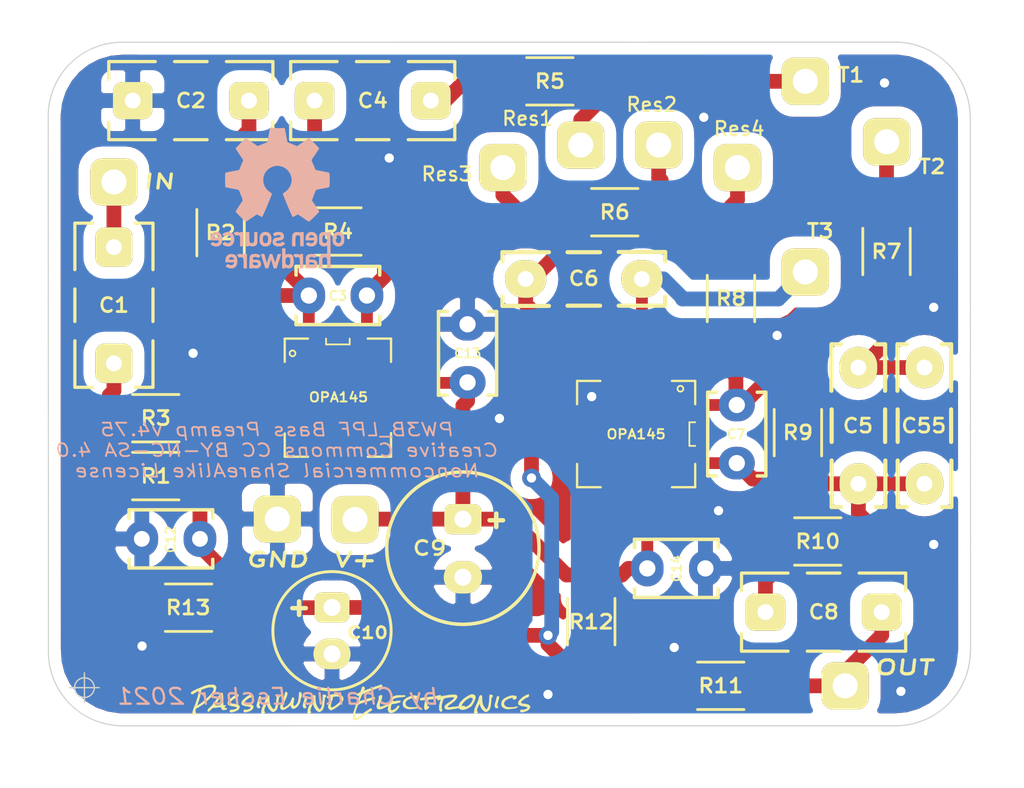
<source format=kicad_pcb>
(kicad_pcb (version 20171130) (host pcbnew "(5.1.5)-3")

  (general
    (thickness 1.6)
    (drawings 11)
    (tracks 151)
    (zones 0)
    (modules 42)
    (nets 27)
  )

  (page A4)
  (layers
    (0 F.Cu signal)
    (31 B.Cu signal)
    (33 F.Adhes user)
    (36 B.SilkS user)
    (37 F.SilkS user)
    (38 B.Mask user)
    (39 F.Mask user)
    (40 Dwgs.User user)
    (41 Cmts.User user)
    (42 Eco1.User user)
    (43 Eco2.User user)
    (44 Edge.Cuts user)
    (45 Margin user)
    (46 B.CrtYd user)
    (47 F.CrtYd user)
    (48 B.Fab user)
    (49 F.Fab user)
  )

  (setup
    (last_trace_width 0.635)
    (user_trace_width 0.381)
    (user_trace_width 0.508)
    (user_trace_width 0.635)
    (trace_clearance 0.2)
    (zone_clearance 0.508)
    (zone_45_only yes)
    (trace_min 0.2)
    (via_size 0.8)
    (via_drill 0.4)
    (via_min_size 0.4)
    (via_min_drill 0.3)
    (uvia_size 0.3)
    (uvia_drill 0.1)
    (uvias_allowed no)
    (uvia_min_size 0.2)
    (uvia_min_drill 0.1)
    (edge_width 0.05)
    (segment_width 0.2)
    (pcb_text_width 0.3)
    (pcb_text_size 1.5 1.5)
    (mod_edge_width 0.12)
    (mod_text_size 1 1)
    (mod_text_width 0.15)
    (pad_size 2 1.6)
    (pad_drill 0)
    (pad_to_mask_clearance 0.051)
    (solder_mask_min_width 0.25)
    (aux_axis_origin 113.12652 149.16912)
    (visible_elements 7FFFF7FF)
    (pcbplotparams
      (layerselection 0x010fc_ffffffff)
      (usegerberextensions false)
      (usegerberattributes false)
      (usegerberadvancedattributes false)
      (creategerberjobfile false)
      (excludeedgelayer true)
      (linewidth 0.100000)
      (plotframeref false)
      (viasonmask false)
      (mode 1)
      (useauxorigin false)
      (hpglpennumber 1)
      (hpglpenspeed 20)
      (hpglpendiameter 15.000000)
      (psnegative false)
      (psa4output false)
      (plotreference true)
      (plotvalue true)
      (plotinvisibletext false)
      (padsonsilk false)
      (subtractmaskfromsilk false)
      (outputformat 1)
      (mirror false)
      (drillshape 1)
      (scaleselection 1)
      (outputdirectory ""))
  )

  (net 0 "")
  (net 1 "Net-(C1-Pad1)")
  (net 2 "Net-(C1-Pad2)")
  (net 3 "Net-(C2-Pad2)")
  (net 4 GND)
  (net 5 "Net-(C3-Pad2)")
  (net 6 "Net-(C3-Pad1)")
  (net 7 "Net-(C4-Pad2)")
  (net 8 "Net-(C5-Pad1)")
  (net 9 "Net-(C5-Pad2)")
  (net 10 "Net-(C6-Pad1)")
  (net 11 "Net-(C7-Pad2)")
  (net 12 "Net-(C8-Pad1)")
  (net 13 "Net-(C8-Pad2)")
  (net 14 VCC)
  (net 15 "Net-(R3-Pad1)")
  (net 16 "Net-(R5-Pad2)")
  (net 17 "Net-(R6-Pad1)")
  (net 18 "Net-(R7-Pad2)")
  (net 19 "Net-(R8-Pad2)")
  (net 20 "Net-(U1-Pad8)")
  (net 21 "Net-(U1-Pad5)")
  (net 22 "Net-(U1-Pad1)")
  (net 23 "Net-(U2-Pad1)")
  (net 24 "Net-(U2-Pad5)")
  (net 25 "Net-(U2-Pad8)")
  (net 26 VDD)

  (net_class Default "This is the default net class."
    (clearance 0.2)
    (trace_width 0.25)
    (via_dia 0.8)
    (via_drill 0.4)
    (uvia_dia 0.3)
    (uvia_drill 0.1)
    (add_net GND)
    (add_net "Net-(C1-Pad1)")
    (add_net "Net-(C1-Pad2)")
    (add_net "Net-(C2-Pad2)")
    (add_net "Net-(C3-Pad1)")
    (add_net "Net-(C3-Pad2)")
    (add_net "Net-(C4-Pad2)")
    (add_net "Net-(C5-Pad1)")
    (add_net "Net-(C5-Pad2)")
    (add_net "Net-(C6-Pad1)")
    (add_net "Net-(C7-Pad2)")
    (add_net "Net-(C8-Pad1)")
    (add_net "Net-(C8-Pad2)")
    (add_net "Net-(R3-Pad1)")
    (add_net "Net-(R5-Pad2)")
    (add_net "Net-(R6-Pad1)")
    (add_net "Net-(R7-Pad2)")
    (add_net "Net-(R8-Pad2)")
    (add_net "Net-(U1-Pad1)")
    (add_net "Net-(U1-Pad5)")
    (add_net "Net-(U1-Pad8)")
    (add_net "Net-(U2-Pad1)")
    (add_net "Net-(U2-Pad5)")
    (add_net "Net-(U2-Pad8)")
    (add_net VCC)
    (add_net VDD)
  )

  (module Symbols:OSHW-Logo_5.7x6mm_SilkScreen (layer B.Cu) (tedit 0) (tstamp 614B0119)
    (at 122.99696 126.44628 180)
    (descr "Open Source Hardware Logo")
    (tags "Logo OSHW")
    (attr virtual)
    (fp_text reference REF*** (at 0 0) (layer B.SilkS) hide
      (effects (font (size 1 1) (thickness 0.15)) (justify mirror))
    )
    (fp_text value OSHW-Logo_5.7x6mm_SilkScreen (at 0.75 0) (layer B.Fab) hide
      (effects (font (size 0.1 0.1) (thickness 0.025)) (justify mirror))
    )
    (fp_poly (pts (xy -1.908759 -1.469184) (xy -1.882247 -1.482282) (xy -1.849553 -1.505106) (xy -1.825725 -1.529996)
      (xy -1.809406 -1.561249) (xy -1.79924 -1.603166) (xy -1.793872 -1.660044) (xy -1.791944 -1.736184)
      (xy -1.791831 -1.768917) (xy -1.792161 -1.840656) (xy -1.793527 -1.891927) (xy -1.7965 -1.927404)
      (xy -1.801649 -1.951763) (xy -1.809543 -1.96968) (xy -1.817757 -1.981902) (xy -1.870187 -2.033905)
      (xy -1.93193 -2.065184) (xy -1.998536 -2.074592) (xy -2.065558 -2.06098) (xy -2.086792 -2.051354)
      (xy -2.137624 -2.024859) (xy -2.137624 -2.440052) (xy -2.100525 -2.420868) (xy -2.051643 -2.406025)
      (xy -1.991561 -2.402222) (xy -1.931564 -2.409243) (xy -1.886256 -2.425013) (xy -1.848675 -2.455047)
      (xy -1.816564 -2.498024) (xy -1.81415 -2.502436) (xy -1.803967 -2.523221) (xy -1.79653 -2.54417)
      (xy -1.791411 -2.569548) (xy -1.788181 -2.603618) (xy -1.786413 -2.650641) (xy -1.785677 -2.714882)
      (xy -1.785544 -2.787176) (xy -1.785544 -3.017822) (xy -1.923861 -3.017822) (xy -1.923861 -2.592533)
      (xy -1.962549 -2.559979) (xy -2.002738 -2.53394) (xy -2.040797 -2.529205) (xy -2.079066 -2.541389)
      (xy -2.099462 -2.55332) (xy -2.114642 -2.570313) (xy -2.125438 -2.595995) (xy -2.132683 -2.633991)
      (xy -2.137208 -2.687926) (xy -2.139844 -2.761425) (xy -2.140772 -2.810347) (xy -2.143911 -3.011535)
      (xy -2.209926 -3.015336) (xy -2.27594 -3.019136) (xy -2.27594 -1.77065) (xy -2.137624 -1.77065)
      (xy -2.134097 -1.840254) (xy -2.122215 -1.888569) (xy -2.10002 -1.918631) (xy -2.065559 -1.933471)
      (xy -2.030742 -1.936436) (xy -1.991329 -1.933028) (xy -1.965171 -1.919617) (xy -1.948814 -1.901896)
      (xy -1.935937 -1.882835) (xy -1.928272 -1.861601) (xy -1.924861 -1.831849) (xy -1.924749 -1.787236)
      (xy -1.925897 -1.74988) (xy -1.928532 -1.693604) (xy -1.932456 -1.656658) (xy -1.939063 -1.633223)
      (xy -1.949749 -1.61748) (xy -1.959833 -1.60838) (xy -2.00197 -1.588537) (xy -2.05184 -1.585332)
      (xy -2.080476 -1.592168) (xy -2.108828 -1.616464) (xy -2.127609 -1.663728) (xy -2.136712 -1.733624)
      (xy -2.137624 -1.77065) (xy -2.27594 -1.77065) (xy -2.27594 -1.458614) (xy -2.206782 -1.458614)
      (xy -2.16526 -1.460256) (xy -2.143838 -1.466087) (xy -2.137626 -1.477461) (xy -2.137624 -1.477798)
      (xy -2.134742 -1.488938) (xy -2.12203 -1.487673) (xy -2.096757 -1.475433) (xy -2.037869 -1.456707)
      (xy -1.971615 -1.454739) (xy -1.908759 -1.469184)) (layer B.SilkS) (width 0.01))
    (fp_poly (pts (xy -1.38421 -2.406555) (xy -1.325055 -2.422339) (xy -1.280023 -2.450948) (xy -1.248246 -2.488419)
      (xy -1.238366 -2.504411) (xy -1.231073 -2.521163) (xy -1.225974 -2.542592) (xy -1.222679 -2.572616)
      (xy -1.220797 -2.615154) (xy -1.219937 -2.674122) (xy -1.219707 -2.75344) (xy -1.219703 -2.774484)
      (xy -1.219703 -3.017822) (xy -1.280059 -3.017822) (xy -1.318557 -3.015126) (xy -1.347023 -3.008295)
      (xy -1.354155 -3.004083) (xy -1.373652 -2.996813) (xy -1.393566 -3.004083) (xy -1.426353 -3.01316)
      (xy -1.473978 -3.016813) (xy -1.526764 -3.015228) (xy -1.575036 -3.008589) (xy -1.603218 -3.000072)
      (xy -1.657753 -2.965063) (xy -1.691835 -2.916479) (xy -1.707157 -2.851882) (xy -1.707299 -2.850223)
      (xy -1.705955 -2.821566) (xy -1.584356 -2.821566) (xy -1.573726 -2.854161) (xy -1.55641 -2.872505)
      (xy -1.521652 -2.886379) (xy -1.475773 -2.891917) (xy -1.428988 -2.889191) (xy -1.391514 -2.878274)
      (xy -1.381015 -2.871269) (xy -1.362668 -2.838904) (xy -1.35802 -2.802111) (xy -1.35802 -2.753763)
      (xy -1.427582 -2.753763) (xy -1.493667 -2.75885) (xy -1.543764 -2.773263) (xy -1.574929 -2.795729)
      (xy -1.584356 -2.821566) (xy -1.705955 -2.821566) (xy -1.703987 -2.779647) (xy -1.68071 -2.723845)
      (xy -1.636948 -2.681647) (xy -1.630899 -2.677808) (xy -1.604907 -2.665309) (xy -1.572735 -2.65774)
      (xy -1.52776 -2.654061) (xy -1.474331 -2.653216) (xy -1.35802 -2.653169) (xy -1.35802 -2.604411)
      (xy -1.362953 -2.566581) (xy -1.375543 -2.541236) (xy -1.377017 -2.539887) (xy -1.405034 -2.5288)
      (xy -1.447326 -2.524503) (xy -1.494064 -2.526615) (xy -1.535418 -2.534756) (xy -1.559957 -2.546965)
      (xy -1.573253 -2.556746) (xy -1.587294 -2.558613) (xy -1.606671 -2.5506) (xy -1.635976 -2.530739)
      (xy -1.679803 -2.497063) (xy -1.683825 -2.493909) (xy -1.681764 -2.482236) (xy -1.664568 -2.462822)
      (xy -1.638433 -2.441248) (xy -1.609552 -2.423096) (xy -1.600478 -2.418809) (xy -1.56738 -2.410256)
      (xy -1.51888 -2.404155) (xy -1.464695 -2.401708) (xy -1.462161 -2.401703) (xy -1.38421 -2.406555)) (layer B.SilkS) (width 0.01))
    (fp_poly (pts (xy -0.993356 -2.40302) (xy -0.974539 -2.40866) (xy -0.968473 -2.421053) (xy -0.968218 -2.426647)
      (xy -0.967129 -2.44223) (xy -0.959632 -2.444676) (xy -0.939381 -2.433993) (xy -0.927351 -2.426694)
      (xy -0.8894 -2.411063) (xy -0.844072 -2.403334) (xy -0.796544 -2.40274) (xy -0.751995 -2.408513)
      (xy -0.715602 -2.419884) (xy -0.692543 -2.436088) (xy -0.687996 -2.456355) (xy -0.690291 -2.461843)
      (xy -0.70702 -2.484626) (xy -0.732963 -2.512647) (xy -0.737655 -2.517177) (xy -0.762383 -2.538005)
      (xy -0.783718 -2.544735) (xy -0.813555 -2.540038) (xy -0.825508 -2.536917) (xy -0.862705 -2.529421)
      (xy -0.888859 -2.532792) (xy -0.910946 -2.544681) (xy -0.931178 -2.560635) (xy -0.946079 -2.5807)
      (xy -0.956434 -2.608702) (xy -0.963029 -2.648467) (xy -0.966649 -2.703823) (xy -0.968078 -2.778594)
      (xy -0.968218 -2.82374) (xy -0.968218 -3.017822) (xy -1.09396 -3.017822) (xy -1.09396 -2.401683)
      (xy -1.031089 -2.401683) (xy -0.993356 -2.40302)) (layer B.SilkS) (width 0.01))
    (fp_poly (pts (xy -0.201188 -3.017822) (xy -0.270346 -3.017822) (xy -0.310488 -3.016645) (xy -0.331394 -3.011772)
      (xy -0.338922 -3.001186) (xy -0.339505 -2.994029) (xy -0.340774 -2.979676) (xy -0.348779 -2.976923)
      (xy -0.369815 -2.985771) (xy -0.386173 -2.994029) (xy -0.448977 -3.013597) (xy -0.517248 -3.014729)
      (xy -0.572752 -3.000135) (xy -0.624438 -2.964877) (xy -0.663838 -2.912835) (xy -0.685413 -2.85145)
      (xy -0.685962 -2.848018) (xy -0.689167 -2.810571) (xy -0.690761 -2.756813) (xy -0.690633 -2.716155)
      (xy -0.553279 -2.716155) (xy -0.550097 -2.770194) (xy -0.542859 -2.814735) (xy -0.53306 -2.839888)
      (xy -0.495989 -2.87426) (xy -0.451974 -2.886582) (xy -0.406584 -2.876618) (xy -0.367797 -2.846895)
      (xy -0.353108 -2.826905) (xy -0.344519 -2.80305) (xy -0.340496 -2.76823) (xy -0.339505 -2.71593)
      (xy -0.341278 -2.664139) (xy -0.345963 -2.618634) (xy -0.352603 -2.588181) (xy -0.35371 -2.585452)
      (xy -0.380491 -2.553) (xy -0.419579 -2.535183) (xy -0.463315 -2.532306) (xy -0.504038 -2.544674)
      (xy -0.534087 -2.572593) (xy -0.537204 -2.578148) (xy -0.546961 -2.612022) (xy -0.552277 -2.660728)
      (xy -0.553279 -2.716155) (xy -0.690633 -2.716155) (xy -0.690568 -2.69554) (xy -0.689664 -2.662563)
      (xy -0.683514 -2.580981) (xy -0.670733 -2.51973) (xy -0.649471 -2.474449) (xy -0.617878 -2.440779)
      (xy -0.587207 -2.421014) (xy -0.544354 -2.40712) (xy -0.491056 -2.402354) (xy -0.43648 -2.406236)
      (xy -0.389792 -2.418282) (xy -0.365124 -2.432693) (xy -0.339505 -2.455878) (xy -0.339505 -2.162773)
      (xy -0.201188 -2.162773) (xy -0.201188 -3.017822)) (layer B.SilkS) (width 0.01))
    (fp_poly (pts (xy 0.281524 -2.404237) (xy 0.331255 -2.407971) (xy 0.461291 -2.797773) (xy 0.481678 -2.728614)
      (xy 0.493946 -2.685874) (xy 0.510085 -2.628115) (xy 0.527512 -2.564625) (xy 0.536726 -2.53057)
      (xy 0.571388 -2.401683) (xy 0.714391 -2.401683) (xy 0.671646 -2.536857) (xy 0.650596 -2.603342)
      (xy 0.625167 -2.683539) (xy 0.59861 -2.767193) (xy 0.574902 -2.841782) (xy 0.520902 -3.011535)
      (xy 0.462598 -3.015328) (xy 0.404295 -3.019122) (xy 0.372679 -2.914734) (xy 0.353182 -2.849889)
      (xy 0.331904 -2.7784) (xy 0.313308 -2.715263) (xy 0.312574 -2.71275) (xy 0.298684 -2.669969)
      (xy 0.286429 -2.640779) (xy 0.277846 -2.629741) (xy 0.276082 -2.631018) (xy 0.269891 -2.64813)
      (xy 0.258128 -2.684787) (xy 0.242225 -2.736378) (xy 0.223614 -2.798294) (xy 0.213543 -2.832352)
      (xy 0.159007 -3.017822) (xy 0.043264 -3.017822) (xy -0.049263 -2.725471) (xy -0.075256 -2.643462)
      (xy -0.098934 -2.568987) (xy -0.11918 -2.505544) (xy -0.134874 -2.456632) (xy -0.144898 -2.425749)
      (xy -0.147945 -2.416726) (xy -0.145533 -2.407487) (xy -0.126592 -2.403441) (xy -0.087177 -2.403846)
      (xy -0.081007 -2.404152) (xy -0.007914 -2.407971) (xy 0.039957 -2.58401) (xy 0.057553 -2.648211)
      (xy 0.073277 -2.704649) (xy 0.085746 -2.748422) (xy 0.093574 -2.77463) (xy 0.09502 -2.778903)
      (xy 0.101014 -2.77399) (xy 0.113101 -2.748532) (xy 0.129893 -2.705997) (xy 0.150003 -2.64985)
      (xy 0.167003 -2.59913) (xy 0.231794 -2.400504) (xy 0.281524 -2.404237)) (layer B.SilkS) (width 0.01))
    (fp_poly (pts (xy 1.038411 -2.405417) (xy 1.091411 -2.41829) (xy 1.106731 -2.42511) (xy 1.136428 -2.442974)
      (xy 1.15922 -2.463093) (xy 1.176083 -2.488962) (xy 1.187998 -2.524073) (xy 1.195942 -2.57192)
      (xy 1.200894 -2.635996) (xy 1.203831 -2.719794) (xy 1.204947 -2.775768) (xy 1.209052 -3.017822)
      (xy 1.138932 -3.017822) (xy 1.096393 -3.016038) (xy 1.074476 -3.009942) (xy 1.068812 -2.999706)
      (xy 1.065821 -2.988637) (xy 1.052451 -2.990754) (xy 1.034233 -2.999629) (xy 0.988624 -3.013233)
      (xy 0.930007 -3.016899) (xy 0.868354 -3.010903) (xy 0.813638 -2.995521) (xy 0.80873 -2.993386)
      (xy 0.758723 -2.958255) (xy 0.725756 -2.909419) (xy 0.710587 -2.852333) (xy 0.711746 -2.831824)
      (xy 0.835508 -2.831824) (xy 0.846413 -2.859425) (xy 0.878745 -2.879204) (xy 0.93091 -2.889819)
      (xy 0.958787 -2.891228) (xy 1.005247 -2.88762) (xy 1.036129 -2.873597) (xy 1.043664 -2.866931)
      (xy 1.064076 -2.830666) (xy 1.068812 -2.797773) (xy 1.068812 -2.753763) (xy 1.007513 -2.753763)
      (xy 0.936256 -2.757395) (xy 0.886276 -2.768818) (xy 0.854696 -2.788824) (xy 0.847626 -2.797743)
      (xy 0.835508 -2.831824) (xy 0.711746 -2.831824) (xy 0.713971 -2.792456) (xy 0.736663 -2.735244)
      (xy 0.767624 -2.69658) (xy 0.786376 -2.679864) (xy 0.804733 -2.668878) (xy 0.828619 -2.66218)
      (xy 0.863957 -2.658326) (xy 0.916669 -2.655873) (xy 0.937577 -2.655168) (xy 1.068812 -2.650879)
      (xy 1.06862 -2.611158) (xy 1.063537 -2.569405) (xy 1.045162 -2.544158) (xy 1.008039 -2.52803)
      (xy 1.007043 -2.527742) (xy 0.95441 -2.5214) (xy 0.902906 -2.529684) (xy 0.86463 -2.549827)
      (xy 0.849272 -2.559773) (xy 0.83273 -2.558397) (xy 0.807275 -2.543987) (xy 0.792328 -2.533817)
      (xy 0.763091 -2.512088) (xy 0.74498 -2.4958) (xy 0.742074 -2.491137) (xy 0.75404 -2.467005)
      (xy 0.789396 -2.438185) (xy 0.804753 -2.428461) (xy 0.848901 -2.411714) (xy 0.908398 -2.402227)
      (xy 0.974487 -2.400095) (xy 1.038411 -2.405417)) (layer B.SilkS) (width 0.01))
    (fp_poly (pts (xy 1.635255 -2.401486) (xy 1.683595 -2.411015) (xy 1.711114 -2.425125) (xy 1.740064 -2.448568)
      (xy 1.698876 -2.500571) (xy 1.673482 -2.532064) (xy 1.656238 -2.547428) (xy 1.639102 -2.549776)
      (xy 1.614027 -2.542217) (xy 1.602257 -2.537941) (xy 1.55427 -2.531631) (xy 1.510324 -2.545156)
      (xy 1.47806 -2.57571) (xy 1.472819 -2.585452) (xy 1.467112 -2.611258) (xy 1.462706 -2.658817)
      (xy 1.459811 -2.724758) (xy 1.458631 -2.80571) (xy 1.458614 -2.817226) (xy 1.458614 -3.017822)
      (xy 1.320297 -3.017822) (xy 1.320297 -2.401683) (xy 1.389456 -2.401683) (xy 1.429333 -2.402725)
      (xy 1.450107 -2.407358) (xy 1.457789 -2.417849) (xy 1.458614 -2.427745) (xy 1.458614 -2.453806)
      (xy 1.491745 -2.427745) (xy 1.529735 -2.409965) (xy 1.58077 -2.401174) (xy 1.635255 -2.401486)) (layer B.SilkS) (width 0.01))
    (fp_poly (pts (xy 2.032581 -2.40497) (xy 2.092685 -2.420597) (xy 2.143021 -2.452848) (xy 2.167393 -2.47694)
      (xy 2.207345 -2.533895) (xy 2.230242 -2.599965) (xy 2.238108 -2.681182) (xy 2.238148 -2.687748)
      (xy 2.238218 -2.753763) (xy 1.858264 -2.753763) (xy 1.866363 -2.788342) (xy 1.880987 -2.819659)
      (xy 1.906581 -2.852291) (xy 1.911935 -2.8575) (xy 1.957943 -2.885694) (xy 2.01041 -2.890475)
      (xy 2.070803 -2.871926) (xy 2.08104 -2.866931) (xy 2.112439 -2.851745) (xy 2.13347 -2.843094)
      (xy 2.137139 -2.842293) (xy 2.149948 -2.850063) (xy 2.174378 -2.869072) (xy 2.186779 -2.87946)
      (xy 2.212476 -2.903321) (xy 2.220915 -2.919077) (xy 2.215058 -2.933571) (xy 2.211928 -2.937534)
      (xy 2.190725 -2.954879) (xy 2.155738 -2.975959) (xy 2.131337 -2.988265) (xy 2.062072 -3.009946)
      (xy 1.985388 -3.016971) (xy 1.912765 -3.008647) (xy 1.892426 -3.002686) (xy 1.829476 -2.968952)
      (xy 1.782815 -2.917045) (xy 1.752173 -2.846459) (xy 1.737282 -2.756692) (xy 1.735647 -2.709753)
      (xy 1.740421 -2.641413) (xy 1.86099 -2.641413) (xy 1.872652 -2.646465) (xy 1.903998 -2.650429)
      (xy 1.949571 -2.652768) (xy 1.980446 -2.653169) (xy 2.035981 -2.652783) (xy 2.071033 -2.650975)
      (xy 2.090262 -2.646773) (xy 2.09833 -2.639203) (xy 2.099901 -2.628218) (xy 2.089121 -2.594381)
      (xy 2.06198 -2.56094) (xy 2.026277 -2.535272) (xy 1.99056 -2.524772) (xy 1.942048 -2.534086)
      (xy 1.900053 -2.561013) (xy 1.870936 -2.599827) (xy 1.86099 -2.641413) (xy 1.740421 -2.641413)
      (xy 1.742599 -2.610236) (xy 1.764055 -2.530949) (xy 1.80047 -2.471263) (xy 1.852297 -2.430549)
      (xy 1.91999 -2.408179) (xy 1.956662 -2.403871) (xy 2.032581 -2.40497)) (layer B.SilkS) (width 0.01))
    (fp_poly (pts (xy -2.538261 -1.465148) (xy -2.472479 -1.494231) (xy -2.42254 -1.542793) (xy -2.388374 -1.610908)
      (xy -2.369907 -1.698651) (xy -2.368583 -1.712351) (xy -2.367546 -1.808939) (xy -2.380993 -1.893602)
      (xy -2.408108 -1.962221) (xy -2.422627 -1.984294) (xy -2.473201 -2.031011) (xy -2.537609 -2.061268)
      (xy -2.609666 -2.073824) (xy -2.683185 -2.067439) (xy -2.739072 -2.047772) (xy -2.787132 -2.014629)
      (xy -2.826412 -1.971175) (xy -2.827092 -1.970158) (xy -2.843044 -1.943338) (xy -2.85341 -1.916368)
      (xy -2.859688 -1.882332) (xy -2.863373 -1.83431) (xy -2.864997 -1.794931) (xy -2.865672 -1.759219)
      (xy -2.739955 -1.759219) (xy -2.738726 -1.79477) (xy -2.734266 -1.842094) (xy -2.726397 -1.872465)
      (xy -2.712207 -1.894072) (xy -2.698917 -1.906694) (xy -2.651802 -1.933122) (xy -2.602505 -1.936653)
      (xy -2.556593 -1.917639) (xy -2.533638 -1.896331) (xy -2.517096 -1.874859) (xy -2.507421 -1.854313)
      (xy -2.503174 -1.827574) (xy -2.50292 -1.787523) (xy -2.504228 -1.750638) (xy -2.507043 -1.697947)
      (xy -2.511505 -1.663772) (xy -2.519548 -1.64148) (xy -2.533103 -1.624442) (xy -2.543845 -1.614703)
      (xy -2.588777 -1.589123) (xy -2.637249 -1.587847) (xy -2.677894 -1.602999) (xy -2.712567 -1.634642)
      (xy -2.733224 -1.68662) (xy -2.739955 -1.759219) (xy -2.865672 -1.759219) (xy -2.866479 -1.716621)
      (xy -2.863948 -1.658056) (xy -2.856362 -1.614007) (xy -2.842681 -1.579248) (xy -2.821865 -1.548551)
      (xy -2.814147 -1.539436) (xy -2.765889 -1.494021) (xy -2.714128 -1.467493) (xy -2.650828 -1.456379)
      (xy -2.619961 -1.455471) (xy -2.538261 -1.465148)) (layer B.SilkS) (width 0.01))
    (fp_poly (pts (xy -1.356699 -1.472614) (xy -1.344168 -1.478514) (xy -1.300799 -1.510283) (xy -1.25979 -1.556646)
      (xy -1.229168 -1.607696) (xy -1.220459 -1.631166) (xy -1.212512 -1.673091) (xy -1.207774 -1.723757)
      (xy -1.207199 -1.744679) (xy -1.207129 -1.810693) (xy -1.587083 -1.810693) (xy -1.578983 -1.845273)
      (xy -1.559104 -1.88617) (xy -1.524347 -1.921514) (xy -1.482998 -1.944282) (xy -1.456649 -1.94901)
      (xy -1.420916 -1.943273) (xy -1.378282 -1.928882) (xy -1.363799 -1.922262) (xy -1.31024 -1.895513)
      (xy -1.264533 -1.930376) (xy -1.238158 -1.953955) (xy -1.224124 -1.973417) (xy -1.223414 -1.979129)
      (xy -1.235951 -1.992973) (xy -1.263428 -2.014012) (xy -1.288366 -2.030425) (xy -1.355664 -2.05993)
      (xy -1.43111 -2.073284) (xy -1.505888 -2.069812) (xy -1.565495 -2.051663) (xy -1.626941 -2.012784)
      (xy -1.670608 -1.961595) (xy -1.697926 -1.895367) (xy -1.710322 -1.811371) (xy -1.711421 -1.772936)
      (xy -1.707022 -1.684861) (xy -1.706482 -1.682299) (xy -1.580582 -1.682299) (xy -1.577115 -1.690558)
      (xy -1.562863 -1.695113) (xy -1.53347 -1.697065) (xy -1.484575 -1.697517) (xy -1.465748 -1.697525)
      (xy -1.408467 -1.696843) (xy -1.372141 -1.694364) (xy -1.352604 -1.689443) (xy -1.34569 -1.681434)
      (xy -1.345445 -1.678862) (xy -1.353336 -1.658423) (xy -1.373085 -1.629789) (xy -1.381575 -1.619763)
      (xy -1.413094 -1.591408) (xy -1.445949 -1.580259) (xy -1.463651 -1.579327) (xy -1.511539 -1.590981)
      (xy -1.551699 -1.622285) (xy -1.577173 -1.667752) (xy -1.577625 -1.669233) (xy -1.580582 -1.682299)
      (xy -1.706482 -1.682299) (xy -1.692392 -1.61551) (xy -1.666038 -1.560025) (xy -1.633807 -1.520639)
      (xy -1.574217 -1.477931) (xy -1.504168 -1.455109) (xy -1.429661 -1.453046) (xy -1.356699 -1.472614)) (layer B.SilkS) (width 0.01))
    (fp_poly (pts (xy 0.014017 -1.456452) (xy 0.061634 -1.465482) (xy 0.111034 -1.48437) (xy 0.116312 -1.486777)
      (xy 0.153774 -1.506476) (xy 0.179717 -1.524781) (xy 0.188103 -1.536508) (xy 0.180117 -1.555632)
      (xy 0.16072 -1.58385) (xy 0.15211 -1.594384) (xy 0.116628 -1.635847) (xy 0.070885 -1.608858)
      (xy 0.02735 -1.590878) (xy -0.02295 -1.581267) (xy -0.071188 -1.58066) (xy -0.108533 -1.589691)
      (xy -0.117495 -1.595327) (xy -0.134563 -1.621171) (xy -0.136637 -1.650941) (xy -0.123866 -1.674197)
      (xy -0.116312 -1.678708) (xy -0.093675 -1.684309) (xy -0.053885 -1.690892) (xy -0.004834 -1.697183)
      (xy 0.004215 -1.69817) (xy 0.082996 -1.711798) (xy 0.140136 -1.734946) (xy 0.17803 -1.769752)
      (xy 0.199079 -1.818354) (xy 0.205635 -1.877718) (xy 0.196577 -1.945198) (xy 0.167164 -1.998188)
      (xy 0.117278 -2.036783) (xy 0.0468 -2.061081) (xy -0.031435 -2.070667) (xy -0.095234 -2.070552)
      (xy -0.146984 -2.061845) (xy -0.182327 -2.049825) (xy -0.226983 -2.02888) (xy -0.268253 -2.004574)
      (xy -0.282921 -1.993876) (xy -0.320643 -1.963084) (xy -0.275148 -1.917049) (xy -0.229653 -1.871013)
      (xy -0.177928 -1.905243) (xy -0.126048 -1.930952) (xy -0.070649 -1.944399) (xy -0.017395 -1.945818)
      (xy 0.028049 -1.935443) (xy 0.060016 -1.913507) (xy 0.070338 -1.894998) (xy 0.068789 -1.865314)
      (xy 0.04314 -1.842615) (xy -0.00654 -1.82694) (xy -0.060969 -1.819695) (xy -0.144736 -1.805873)
      (xy -0.206967 -1.779796) (xy -0.248493 -1.740699) (xy -0.270147 -1.68782) (xy -0.273147 -1.625126)
      (xy -0.258329 -1.559642) (xy -0.224546 -1.510144) (xy -0.171495 -1.476408) (xy -0.098874 -1.458207)
      (xy -0.045072 -1.454639) (xy 0.014017 -1.456452)) (layer B.SilkS) (width 0.01))
    (fp_poly (pts (xy 0.610762 -1.466055) (xy 0.674363 -1.500692) (xy 0.724123 -1.555372) (xy 0.747568 -1.599842)
      (xy 0.757634 -1.639121) (xy 0.764156 -1.695116) (xy 0.766951 -1.759621) (xy 0.765836 -1.824429)
      (xy 0.760626 -1.881334) (xy 0.754541 -1.911727) (xy 0.734014 -1.953306) (xy 0.698463 -1.997468)
      (xy 0.655619 -2.036087) (xy 0.613211 -2.061034) (xy 0.612177 -2.06143) (xy 0.559553 -2.072331)
      (xy 0.497188 -2.072601) (xy 0.437924 -2.062676) (xy 0.41504 -2.054722) (xy 0.356102 -2.0213)
      (xy 0.31389 -1.977511) (xy 0.286156 -1.919538) (xy 0.270651 -1.843565) (xy 0.267143 -1.803771)
      (xy 0.26759 -1.753766) (xy 0.402376 -1.753766) (xy 0.406917 -1.826732) (xy 0.419986 -1.882334)
      (xy 0.440756 -1.917861) (xy 0.455552 -1.92802) (xy 0.493464 -1.935104) (xy 0.538527 -1.933007)
      (xy 0.577487 -1.922812) (xy 0.587704 -1.917204) (xy 0.614659 -1.884538) (xy 0.632451 -1.834545)
      (xy 0.640024 -1.773705) (xy 0.636325 -1.708497) (xy 0.628057 -1.669253) (xy 0.60432 -1.623805)
      (xy 0.566849 -1.595396) (xy 0.52172 -1.585573) (xy 0.475011 -1.595887) (xy 0.439132 -1.621112)
      (xy 0.420277 -1.641925) (xy 0.409272 -1.662439) (xy 0.404026 -1.690203) (xy 0.402449 -1.732762)
      (xy 0.402376 -1.753766) (xy 0.26759 -1.753766) (xy 0.268094 -1.69758) (xy 0.285388 -1.610501)
      (xy 0.319029 -1.54253) (xy 0.369018 -1.493664) (xy 0.435356 -1.463899) (xy 0.449601 -1.460448)
      (xy 0.53521 -1.452345) (xy 0.610762 -1.466055)) (layer B.SilkS) (width 0.01))
    (fp_poly (pts (xy 0.993367 -1.654342) (xy 0.994555 -1.746563) (xy 0.998897 -1.81661) (xy 1.007558 -1.867381)
      (xy 1.021704 -1.901772) (xy 1.0425 -1.922679) (xy 1.07111 -1.933) (xy 1.106535 -1.935636)
      (xy 1.143636 -1.932682) (xy 1.171818 -1.921889) (xy 1.192243 -1.90036) (xy 1.206079 -1.865199)
      (xy 1.214491 -1.81351) (xy 1.218643 -1.742394) (xy 1.219703 -1.654342) (xy 1.219703 -1.458614)
      (xy 1.35802 -1.458614) (xy 1.35802 -2.062179) (xy 1.288862 -2.062179) (xy 1.24717 -2.060489)
      (xy 1.225701 -2.054556) (xy 1.219703 -2.043293) (xy 1.216091 -2.033261) (xy 1.201714 -2.035383)
      (xy 1.172736 -2.04958) (xy 1.106319 -2.07148) (xy 1.035875 -2.069928) (xy 0.968377 -2.046147)
      (xy 0.936233 -2.027362) (xy 0.911715 -2.007022) (xy 0.893804 -1.981573) (xy 0.881479 -1.947458)
      (xy 0.873723 -1.901121) (xy 0.869516 -1.839007) (xy 0.86784 -1.757561) (xy 0.867624 -1.694578)
      (xy 0.867624 -1.458614) (xy 0.993367 -1.458614) (xy 0.993367 -1.654342)) (layer B.SilkS) (width 0.01))
    (fp_poly (pts (xy 2.217226 -1.46388) (xy 2.29008 -1.49483) (xy 2.313027 -1.509895) (xy 2.342354 -1.533048)
      (xy 2.360764 -1.551253) (xy 2.363961 -1.557183) (xy 2.354935 -1.57034) (xy 2.331837 -1.592667)
      (xy 2.313344 -1.60825) (xy 2.262728 -1.648926) (xy 2.22276 -1.615295) (xy 2.191874 -1.593584)
      (xy 2.161759 -1.58609) (xy 2.127292 -1.58792) (xy 2.072561 -1.601528) (xy 2.034886 -1.629772)
      (xy 2.011991 -1.675433) (xy 2.001597 -1.741289) (xy 2.001595 -1.741331) (xy 2.002494 -1.814939)
      (xy 2.016463 -1.868946) (xy 2.044328 -1.905716) (xy 2.063325 -1.918168) (xy 2.113776 -1.933673)
      (xy 2.167663 -1.933683) (xy 2.214546 -1.918638) (xy 2.225644 -1.911287) (xy 2.253476 -1.892511)
      (xy 2.275236 -1.889434) (xy 2.298704 -1.903409) (xy 2.324649 -1.92851) (xy 2.365716 -1.97088)
      (xy 2.320121 -2.008464) (xy 2.249674 -2.050882) (xy 2.170233 -2.071785) (xy 2.087215 -2.070272)
      (xy 2.032694 -2.056411) (xy 1.96897 -2.022135) (xy 1.918005 -1.968212) (xy 1.894851 -1.930149)
      (xy 1.876099 -1.875536) (xy 1.866715 -1.806369) (xy 1.866643 -1.731407) (xy 1.875824 -1.659409)
      (xy 1.894199 -1.599137) (xy 1.897093 -1.592958) (xy 1.939952 -1.532351) (xy 1.997979 -1.488224)
      (xy 2.066591 -1.461493) (xy 2.141201 -1.453073) (xy 2.217226 -1.46388)) (layer B.SilkS) (width 0.01))
    (fp_poly (pts (xy 2.677898 -1.456457) (xy 2.710096 -1.464279) (xy 2.771825 -1.492921) (xy 2.82461 -1.536667)
      (xy 2.861141 -1.589117) (xy 2.86616 -1.600893) (xy 2.873045 -1.63174) (xy 2.877864 -1.677371)
      (xy 2.879505 -1.723492) (xy 2.879505 -1.810693) (xy 2.697178 -1.810693) (xy 2.621979 -1.810978)
      (xy 2.569003 -1.812704) (xy 2.535325 -1.817181) (xy 2.51802 -1.82572) (xy 2.514163 -1.83963)
      (xy 2.520829 -1.860222) (xy 2.53277 -1.884315) (xy 2.56608 -1.924525) (xy 2.612368 -1.944558)
      (xy 2.668944 -1.943905) (xy 2.733031 -1.922101) (xy 2.788417 -1.895193) (xy 2.834375 -1.931532)
      (xy 2.880333 -1.967872) (xy 2.837096 -2.007819) (xy 2.779374 -2.045563) (xy 2.708386 -2.06832)
      (xy 2.632029 -2.074688) (xy 2.558199 -2.063268) (xy 2.546287 -2.059393) (xy 2.481399 -2.025506)
      (xy 2.43313 -1.974986) (xy 2.400465 -1.906325) (xy 2.382385 -1.818014) (xy 2.382175 -1.816121)
      (xy 2.380556 -1.719878) (xy 2.3871 -1.685542) (xy 2.514852 -1.685542) (xy 2.526584 -1.690822)
      (xy 2.558438 -1.694867) (xy 2.605397 -1.697176) (xy 2.635154 -1.697525) (xy 2.690648 -1.697306)
      (xy 2.725346 -1.695916) (xy 2.743601 -1.692251) (xy 2.749766 -1.68521) (xy 2.748195 -1.67369)
      (xy 2.746878 -1.669233) (xy 2.724382 -1.627355) (xy 2.689003 -1.593604) (xy 2.65778 -1.578773)
      (xy 2.616301 -1.579668) (xy 2.574269 -1.598164) (xy 2.539012 -1.628786) (xy 2.517854 -1.666062)
      (xy 2.514852 -1.685542) (xy 2.3871 -1.685542) (xy 2.39669 -1.635229) (xy 2.428698 -1.564191)
      (xy 2.474701 -1.508779) (xy 2.532821 -1.471009) (xy 2.60118 -1.452896) (xy 2.677898 -1.456457)) (layer B.SilkS) (width 0.01))
    (fp_poly (pts (xy -0.754012 -1.469002) (xy -0.722717 -1.48395) (xy -0.692409 -1.505541) (xy -0.669318 -1.530391)
      (xy -0.6525 -1.562087) (xy -0.641006 -1.604214) (xy -0.633891 -1.660358) (xy -0.630207 -1.734106)
      (xy -0.629008 -1.829044) (xy -0.628989 -1.838985) (xy -0.628713 -2.062179) (xy -0.76703 -2.062179)
      (xy -0.76703 -1.856418) (xy -0.767128 -1.780189) (xy -0.767809 -1.724939) (xy -0.769651 -1.686501)
      (xy -0.773233 -1.660706) (xy -0.779132 -1.643384) (xy -0.787927 -1.630368) (xy -0.80018 -1.617507)
      (xy -0.843047 -1.589873) (xy -0.889843 -1.584745) (xy -0.934424 -1.602217) (xy -0.949928 -1.615221)
      (xy -0.96131 -1.627447) (xy -0.969481 -1.64054) (xy -0.974974 -1.658615) (xy -0.97832 -1.685787)
      (xy -0.980051 -1.72617) (xy -0.980697 -1.783879) (xy -0.980792 -1.854132) (xy -0.980792 -2.062179)
      (xy -1.119109 -2.062179) (xy -1.119109 -1.458614) (xy -1.04995 -1.458614) (xy -1.008428 -1.460256)
      (xy -0.987006 -1.466087) (xy -0.980795 -1.477461) (xy -0.980792 -1.477798) (xy -0.97791 -1.488938)
      (xy -0.965199 -1.487674) (xy -0.939926 -1.475434) (xy -0.882605 -1.457424) (xy -0.817037 -1.455421)
      (xy -0.754012 -1.469002)) (layer B.SilkS) (width 0.01))
    (fp_poly (pts (xy 1.79946 -1.45803) (xy 1.842711 -1.471245) (xy 1.870558 -1.487941) (xy 1.879629 -1.501145)
      (xy 1.877132 -1.516797) (xy 1.860931 -1.541385) (xy 1.847232 -1.5588) (xy 1.818992 -1.590283)
      (xy 1.797775 -1.603529) (xy 1.779688 -1.602664) (xy 1.726035 -1.58901) (xy 1.68663 -1.58963)
      (xy 1.654632 -1.605104) (xy 1.64389 -1.614161) (xy 1.609505 -1.646027) (xy 1.609505 -2.062179)
      (xy 1.471188 -2.062179) (xy 1.471188 -1.458614) (xy 1.540347 -1.458614) (xy 1.581869 -1.460256)
      (xy 1.603291 -1.466087) (xy 1.609502 -1.477461) (xy 1.609505 -1.477798) (xy 1.612439 -1.489713)
      (xy 1.625704 -1.488159) (xy 1.644084 -1.479563) (xy 1.682046 -1.463568) (xy 1.712872 -1.453945)
      (xy 1.752536 -1.451478) (xy 1.79946 -1.45803)) (layer B.SilkS) (width 0.01))
    (fp_poly (pts (xy 0.376964 2.709982) (xy 0.433812 2.40843) (xy 0.853338 2.235488) (xy 1.104984 2.406605)
      (xy 1.175458 2.45425) (xy 1.239163 2.49679) (xy 1.293126 2.532285) (xy 1.334373 2.55879)
      (xy 1.359934 2.574364) (xy 1.366895 2.577722) (xy 1.379435 2.569086) (xy 1.406231 2.545208)
      (xy 1.44428 2.509141) (xy 1.490579 2.463933) (xy 1.542123 2.412636) (xy 1.595909 2.358299)
      (xy 1.648935 2.303972) (xy 1.698195 2.252705) (xy 1.740687 2.207549) (xy 1.773407 2.171554)
      (xy 1.793351 2.14777) (xy 1.798119 2.13981) (xy 1.791257 2.125135) (xy 1.77202 2.092986)
      (xy 1.74243 2.046508) (xy 1.70451 1.988844) (xy 1.660282 1.92314) (xy 1.634654 1.885664)
      (xy 1.587941 1.817232) (xy 1.546432 1.75548) (xy 1.51214 1.703481) (xy 1.48708 1.664308)
      (xy 1.473264 1.641035) (xy 1.471188 1.636145) (xy 1.475895 1.622245) (xy 1.488723 1.58985)
      (xy 1.507738 1.543515) (xy 1.531003 1.487794) (xy 1.556584 1.427242) (xy 1.582545 1.366414)
      (xy 1.60695 1.309864) (xy 1.627863 1.262148) (xy 1.643349 1.227819) (xy 1.651472 1.211432)
      (xy 1.651952 1.210788) (xy 1.664707 1.207659) (xy 1.698677 1.200679) (xy 1.75034 1.190533)
      (xy 1.816176 1.177908) (xy 1.892664 1.163491) (xy 1.93729 1.155177) (xy 2.019021 1.139616)
      (xy 2.092843 1.124808) (xy 2.155021 1.111564) (xy 2.201822 1.100695) (xy 2.229509 1.093011)
      (xy 2.235074 1.090573) (xy 2.240526 1.07407) (xy 2.244924 1.0368) (xy 2.248272 0.98312)
      (xy 2.250574 0.917388) (xy 2.251832 0.843963) (xy 2.252048 0.767204) (xy 2.251227 0.691468)
      (xy 2.249371 0.621114) (xy 2.246482 0.5605) (xy 2.242565 0.513984) (xy 2.237622 0.485925)
      (xy 2.234657 0.480084) (xy 2.216934 0.473083) (xy 2.179381 0.463073) (xy 2.126964 0.451231)
      (xy 2.064652 0.438733) (xy 2.0429 0.43469) (xy 1.938024 0.41548) (xy 1.85518 0.400009)
      (xy 1.79163 0.387663) (xy 1.744637 0.377827) (xy 1.711463 0.369886) (xy 1.689371 0.363224)
      (xy 1.675624 0.357227) (xy 1.667484 0.351281) (xy 1.666345 0.350106) (xy 1.654977 0.331174)
      (xy 1.637635 0.294331) (xy 1.61605 0.244087) (xy 1.591954 0.184954) (xy 1.567079 0.121444)
      (xy 1.543157 0.058068) (xy 1.521919 -0.000662) (xy 1.505097 -0.050235) (xy 1.494422 -0.086139)
      (xy 1.491627 -0.103862) (xy 1.49186 -0.104483) (xy 1.501331 -0.11897) (xy 1.522818 -0.150844)
      (xy 1.554063 -0.196789) (xy 1.592807 -0.253485) (xy 1.636793 -0.317617) (xy 1.649319 -0.335842)
      (xy 1.693984 -0.401914) (xy 1.733288 -0.4622) (xy 1.765088 -0.513235) (xy 1.787245 -0.55156)
      (xy 1.797617 -0.573711) (xy 1.798119 -0.576432) (xy 1.789405 -0.590736) (xy 1.765325 -0.619072)
      (xy 1.728976 -0.658396) (xy 1.683453 -0.705661) (xy 1.631852 -0.757823) (xy 1.577267 -0.811835)
      (xy 1.522794 -0.864653) (xy 1.471529 -0.913231) (xy 1.426567 -0.954523) (xy 1.391004 -0.985485)
      (xy 1.367935 -1.00307) (xy 1.361554 -1.005941) (xy 1.346699 -0.999178) (xy 1.316286 -0.980939)
      (xy 1.275268 -0.954297) (xy 1.243709 -0.932852) (xy 1.186525 -0.893503) (xy 1.118806 -0.847171)
      (xy 1.05088 -0.800913) (xy 1.014361 -0.776155) (xy 0.890752 -0.692547) (xy 0.786991 -0.74865)
      (xy 0.73972 -0.773228) (xy 0.699523 -0.792331) (xy 0.672326 -0.803227) (xy 0.665402 -0.804743)
      (xy 0.657077 -0.793549) (xy 0.640654 -0.761917) (xy 0.617357 -0.712765) (xy 0.588414 -0.64901)
      (xy 0.55505 -0.573571) (xy 0.518491 -0.489364) (xy 0.479964 -0.399308) (xy 0.440694 -0.306321)
      (xy 0.401908 -0.21332) (xy 0.36483 -0.123223) (xy 0.330689 -0.038948) (xy 0.300708 0.036587)
      (xy 0.276116 0.100466) (xy 0.258136 0.149769) (xy 0.247997 0.181579) (xy 0.246366 0.192504)
      (xy 0.259291 0.206439) (xy 0.287589 0.22906) (xy 0.325346 0.255667) (xy 0.328515 0.257772)
      (xy 0.4261 0.335886) (xy 0.504786 0.427018) (xy 0.563891 0.528255) (xy 0.602732 0.636682)
      (xy 0.620628 0.749386) (xy 0.616897 0.863452) (xy 0.590857 0.975966) (xy 0.541825 1.084015)
      (xy 0.5274 1.107655) (xy 0.452369 1.203113) (xy 0.36373 1.279768) (xy 0.264549 1.33722)
      (xy 0.157895 1.375071) (xy 0.046836 1.392922) (xy -0.065561 1.390375) (xy -0.176227 1.36703)
      (xy -0.282094 1.32249) (xy -0.380095 1.256355) (xy -0.41041 1.229513) (xy -0.487562 1.145488)
      (xy -0.543782 1.057034) (xy -0.582347 0.957885) (xy -0.603826 0.859697) (xy -0.609128 0.749303)
      (xy -0.591448 0.63836) (xy -0.552581 0.530619) (xy -0.494323 0.429831) (xy -0.418469 0.339744)
      (xy -0.326817 0.264108) (xy -0.314772 0.256136) (xy -0.276611 0.230026) (xy -0.247601 0.207405)
      (xy -0.233732 0.192961) (xy -0.233531 0.192504) (xy -0.236508 0.176879) (xy -0.248311 0.141418)
      (xy -0.267714 0.089038) (xy -0.293488 0.022655) (xy -0.324409 -0.054814) (xy -0.359249 -0.14045)
      (xy -0.396783 -0.231337) (xy -0.435783 -0.324559) (xy -0.475023 -0.417197) (xy -0.513276 -0.506335)
      (xy -0.549317 -0.589055) (xy -0.581917 -0.662441) (xy -0.609852 -0.723575) (xy -0.631895 -0.769541)
      (xy -0.646818 -0.797421) (xy -0.652828 -0.804743) (xy -0.671191 -0.799041) (xy -0.705552 -0.783749)
      (xy -0.749984 -0.761599) (xy -0.774417 -0.74865) (xy -0.878178 -0.692547) (xy -1.001787 -0.776155)
      (xy -1.064886 -0.818987) (xy -1.13397 -0.866122) (xy -1.198707 -0.910503) (xy -1.231134 -0.932852)
      (xy -1.276741 -0.963477) (xy -1.31536 -0.987747) (xy -1.341952 -1.002587) (xy -1.35059 -1.005724)
      (xy -1.363161 -0.997261) (xy -1.390984 -0.973636) (xy -1.431361 -0.937302) (xy -1.481595 -0.890711)
      (xy -1.538988 -0.836317) (xy -1.575286 -0.801392) (xy -1.63879 -0.738996) (xy -1.693673 -0.683188)
      (xy -1.737714 -0.636354) (xy -1.768695 -0.600882) (xy -1.784398 -0.579161) (xy -1.785905 -0.574752)
      (xy -1.778914 -0.557985) (xy -1.759594 -0.524082) (xy -1.730091 -0.476476) (xy -1.692545 -0.418599)
      (xy -1.6491 -0.353884) (xy -1.636745 -0.335842) (xy -1.591727 -0.270267) (xy -1.55134 -0.211228)
      (xy -1.51784 -0.162042) (xy -1.493486 -0.126028) (xy -1.480536 -0.106502) (xy -1.479285 -0.104483)
      (xy -1.481156 -0.088922) (xy -1.491087 -0.054709) (xy -1.507347 -0.006355) (xy -1.528205 0.051629)
      (xy -1.551927 0.11473) (xy -1.576784 0.178437) (xy -1.601042 0.238239) (xy -1.622971 0.289624)
      (xy -1.640838 0.328081) (xy -1.652913 0.349098) (xy -1.653771 0.350106) (xy -1.661154 0.356112)
      (xy -1.673625 0.362052) (xy -1.69392 0.36854) (xy -1.724778 0.376191) (xy -1.768934 0.38562)
      (xy -1.829126 0.397441) (xy -1.908093 0.412271) (xy -2.00857 0.430723) (xy -2.030325 0.43469)
      (xy -2.094802 0.447147) (xy -2.151011 0.459334) (xy -2.193987 0.470074) (xy -2.21876 0.478191)
      (xy -2.222082 0.480084) (xy -2.227556 0.496862) (xy -2.232006 0.534355) (xy -2.235428 0.588206)
      (xy -2.237819 0.654056) (xy -2.239177 0.727547) (xy -2.239499 0.80432) (xy -2.238781 0.880017)
      (xy -2.237021 0.95028) (xy -2.234216 1.01075) (xy -2.230362 1.05707) (xy -2.225457 1.084881)
      (xy -2.2225 1.090573) (xy -2.206037 1.096314) (xy -2.168551 1.105655) (xy -2.113775 1.117785)
      (xy -2.045445 1.131893) (xy -1.967294 1.14717) (xy -1.924716 1.155177) (xy -1.843929 1.170279)
      (xy -1.771887 1.18396) (xy -1.712111 1.195533) (xy -1.668121 1.204313) (xy -1.643439 1.209613)
      (xy -1.639377 1.210788) (xy -1.632511 1.224035) (xy -1.617998 1.255943) (xy -1.597771 1.301953)
      (xy -1.573766 1.357508) (xy -1.547918 1.418047) (xy -1.52216 1.479014) (xy -1.498427 1.535849)
      (xy -1.478654 1.583994) (xy -1.464776 1.61889) (xy -1.458726 1.635979) (xy -1.458614 1.636726)
      (xy -1.465472 1.650207) (xy -1.484698 1.68123) (xy -1.514272 1.726711) (xy -1.552173 1.783568)
      (xy -1.59638 1.848717) (xy -1.622079 1.886138) (xy -1.668907 1.954753) (xy -1.710499 2.017048)
      (xy -1.744825 2.069871) (xy -1.769857 2.110073) (xy -1.783565 2.1345) (xy -1.785544 2.139976)
      (xy -1.777034 2.152722) (xy -1.753507 2.179937) (xy -1.717968 2.218572) (xy -1.673423 2.265577)
      (xy -1.622877 2.317905) (xy -1.569336 2.372505) (xy -1.515805 2.42633) (xy -1.465289 2.47633)
      (xy -1.420794 2.519457) (xy -1.385325 2.552661) (xy -1.361887 2.572894) (xy -1.354046 2.577722)
      (xy -1.34128 2.570933) (xy -1.310744 2.551858) (xy -1.26541 2.522439) (xy -1.208244 2.484619)
      (xy -1.142216 2.440339) (xy -1.09241 2.406605) (xy -0.840764 2.235488) (xy -0.631001 2.321959)
      (xy -0.421237 2.40843) (xy -0.364389 2.709982) (xy -0.30754 3.011534) (xy 0.320115 3.011534)
      (xy 0.376964 2.709982)) (layer B.SilkS) (width 0.01))
  )

  (module .pretty:Kemet1800pF_100v (layer F.Cu) (tedit 5E16C89A) (tstamp 60A3D702)
    (at 150.82 136.23 90)
    (descr "Resitance 3 pas")
    (tags R)
    (path /58C21E15)
    (autoplace_cost180 10)
    (fp_text reference C55 (at -0.00508 -0.0254) (layer F.SilkS)
      (effects (font (size 0.6 0.66) (thickness 0.12)))
    )
    (fp_text value 220p (at 0.00254 -1.23952 90) (layer F.Fab)
      (effects (font (size 0.1 0.1) (thickness 0.01)))
    )
    (fp_line (start 0.7 1.15) (end -0.7 1.15) (layer F.SilkS) (width 0.18))
    (fp_line (start 0.7 -1.15) (end -0.7 -1.15) (layer F.SilkS) (width 0.18))
    (fp_line (start 1.5 1.15) (end 3.5 1.15) (layer F.SilkS) (width 0.18))
    (fp_line (start -1.5 -1.15) (end -3.5 -1.15) (layer F.SilkS) (width 0.18))
    (fp_line (start -3.5 0.75) (end -3.5 1.15) (layer F.SilkS) (width 0.18))
    (fp_line (start 3.5 -0.75) (end 3.5 -1.15) (layer F.SilkS) (width 0.18))
    (fp_line (start 3.5 -1.16) (end 1.5 -1.16) (layer F.SilkS) (width 0.18))
    (fp_line (start -3.5 -1.15) (end -3.5 -0.75) (layer F.SilkS) (width 0.18))
    (fp_line (start -3.5 1.16) (end -1.5 1.16) (layer F.SilkS) (width 0.18))
    (fp_line (start 3.5 1.15) (end 3.5 0.75) (layer F.SilkS) (width 0.18))
    (fp_text user C (at 1.25 0 90) (layer F.Fab)
      (effects (font (size 0.3 0.3) (thickness 0.075)))
    )
    (pad 1 thru_hole oval (at -2.5 0 90) (size 1.78 1.62) (drill 0.68) (layers *.Cu *.Mask F.SilkS)
      (net 8 "Net-(C5-Pad1)"))
    (pad 2 thru_hole oval (at 2.5 0 90) (size 1.78 1.62) (drill 0.68) (layers *.Cu *.Mask F.SilkS)
      (net 9 "Net-(C5-Pad2)"))
    (model discret/resistor.wrl
      (at (xyz 0 0 0))
      (scale (xyz 0.3 0.3 0.3))
      (rotate (xyz 0 0 0))
    )
  )

  (module .pretty:Wima_MKS_1uF50V (layer F.Cu) (tedit 603C86F9) (tstamp 5E05D0B2)
    (at 119.26824 122.2502)
    (descr "Condensateur e = 1 pas")
    (tags C)
    (path /58C21DF5)
    (fp_text reference C2 (at 0 0) (layer F.SilkS)
      (effects (font (size 0.6 0.66) (thickness 0.12)))
    )
    (fp_text value 1u (at 0.65 0 90) (layer F.Fab)
      (effects (font (size 0.1 0.1) (thickness 0.01)))
    )
    (fp_line (start 1.53 -1.68) (end 3.53 -1.68) (layer F.SilkS) (width 0.14))
    (fp_line (start 3.53 -1.67) (end 3.53 -0.92) (layer F.SilkS) (width 0.14))
    (fp_line (start 1.53 1.68) (end 3.53 1.68) (layer F.SilkS) (width 0.14))
    (fp_line (start -3.53 1.67) (end -3.53 0.92) (layer F.SilkS) (width 0.14))
    (fp_line (start 3.53 0.92) (end 3.53 1.67) (layer F.SilkS) (width 0.14))
    (fp_line (start -3.53 -1.67) (end -3.53 -0.92) (layer F.SilkS) (width 0.14))
    (fp_line (start -3.53 -1.68) (end -1.53 -1.68) (layer F.SilkS) (width 0.14))
    (fp_line (start -3.53 1.68) (end -1.53 1.68) (layer F.SilkS) (width 0.14))
    (fp_line (start -0.7 -1.68) (end 0.7 -1.68) (layer F.SilkS) (width 0.14))
    (fp_line (start -0.7 1.68) (end 0.7 1.68) (layer F.SilkS) (width 0.14))
    (pad 1 thru_hole roundrect (at -2.5 0) (size 1.7 1.6) (drill 0.68) (layers *.Cu *.Mask F.SilkS) (roundrect_rratio 0.25)
      (net 4 GND))
    (pad 2 thru_hole roundrect (at 2.5 0) (size 1.7 1.6) (drill 0.68) (layers *.Cu *.Mask F.SilkS) (roundrect_rratio 0.25)
      (net 3 "Net-(C2-Pad2)"))
    (model discret/capa_1_pas.wrl
      (at (xyz 0 0 0))
      (scale (xyz 1 1 1))
      (rotate (xyz 0 0 0))
    )
  )

  (module .pretty:Wima_MKS_1uF50V (layer F.Cu) (tedit 60E3E103) (tstamp 5E05D0A3)
    (at 115.96 131.05 90)
    (descr "Condensateur e = 1 pas")
    (tags C)
    (path /58C21E11)
    (fp_text reference C1 (at 0 0) (layer F.SilkS)
      (effects (font (size 0.6 0.66) (thickness 0.12)))
    )
    (fp_text value 1u (at 0.65 0) (layer F.Fab)
      (effects (font (size 0.1 0.1) (thickness 0.01)))
    )
    (fp_line (start 1.53 -1.68) (end 3.53 -1.68) (layer F.SilkS) (width 0.14))
    (fp_line (start 3.53 -1.67) (end 3.53 -0.92) (layer F.SilkS) (width 0.14))
    (fp_line (start 1.53 1.68) (end 3.53 1.68) (layer F.SilkS) (width 0.14))
    (fp_line (start -3.53 1.67) (end -3.53 0.92) (layer F.SilkS) (width 0.14))
    (fp_line (start 3.53 0.92) (end 3.53 1.67) (layer F.SilkS) (width 0.14))
    (fp_line (start -3.53 -1.67) (end -3.53 -0.92) (layer F.SilkS) (width 0.14))
    (fp_line (start -3.53 -1.68) (end -1.53 -1.68) (layer F.SilkS) (width 0.14))
    (fp_line (start -3.53 1.68) (end -1.53 1.68) (layer F.SilkS) (width 0.14))
    (fp_line (start -0.7 -1.68) (end 0.7 -1.68) (layer F.SilkS) (width 0.14))
    (fp_line (start -0.7 1.68) (end 0.7 1.68) (layer F.SilkS) (width 0.14))
    (pad 1 thru_hole roundrect (at -2.5 0 90) (size 1.7 1.6) (drill 0.68) (layers *.Cu *.Mask F.SilkS) (roundrect_rratio 0.25)
      (net 1 "Net-(C1-Pad1)"))
    (pad 2 thru_hole roundrect (at 2.5 0 90) (size 1.7 1.6) (drill 0.68) (layers *.Cu *.Mask F.SilkS) (roundrect_rratio 0.25)
      (net 2 "Net-(C1-Pad2)"))
    (model discret/capa_1_pas.wrl
      (at (xyz 0 0 0))
      (scale (xyz 1 1 1))
      (rotate (xyz 0 0 0))
    )
  )

  (module .pretty:Wima_MKS_1uF50V (layer F.Cu) (tedit 603C86F9) (tstamp 5E05D0D1)
    (at 127.09144 122.2502)
    (descr "Condensateur e = 1 pas")
    (tags C)
    (path /58C21DF3)
    (fp_text reference C4 (at 0 0) (layer F.SilkS)
      (effects (font (size 0.6 0.66) (thickness 0.12)))
    )
    (fp_text value 1u (at 0.65 0 90) (layer F.Fab)
      (effects (font (size 0.1 0.1) (thickness 0.01)))
    )
    (fp_line (start 1.53 -1.68) (end 3.53 -1.68) (layer F.SilkS) (width 0.14))
    (fp_line (start 3.53 -1.67) (end 3.53 -0.92) (layer F.SilkS) (width 0.14))
    (fp_line (start 1.53 1.68) (end 3.53 1.68) (layer F.SilkS) (width 0.14))
    (fp_line (start -3.53 1.67) (end -3.53 0.92) (layer F.SilkS) (width 0.14))
    (fp_line (start 3.53 0.92) (end 3.53 1.67) (layer F.SilkS) (width 0.14))
    (fp_line (start -3.53 -1.67) (end -3.53 -0.92) (layer F.SilkS) (width 0.14))
    (fp_line (start -3.53 -1.68) (end -1.53 -1.68) (layer F.SilkS) (width 0.14))
    (fp_line (start -3.53 1.68) (end -1.53 1.68) (layer F.SilkS) (width 0.14))
    (fp_line (start -0.7 -1.68) (end 0.7 -1.68) (layer F.SilkS) (width 0.14))
    (fp_line (start -0.7 1.68) (end 0.7 1.68) (layer F.SilkS) (width 0.14))
    (pad 1 thru_hole roundrect (at -2.5 0) (size 1.7 1.6) (drill 0.68) (layers *.Cu *.Mask F.SilkS) (roundrect_rratio 0.25)
      (net 6 "Net-(C3-Pad1)"))
    (pad 2 thru_hole roundrect (at 2.5 0) (size 1.7 1.6) (drill 0.68) (layers *.Cu *.Mask F.SilkS) (roundrect_rratio 0.25)
      (net 7 "Net-(C4-Pad2)"))
    (model discret/capa_1_pas.wrl
      (at (xyz 0 0 0))
      (scale (xyz 1 1 1))
      (rotate (xyz 0 0 0))
    )
  )

  (module .pretty:Wima_MKS_1uF50V (layer F.Cu) (tedit 603C86F9) (tstamp 5E05D108)
    (at 146.48396 144.25 180)
    (descr "Condensateur e = 1 pas")
    (tags C)
    (path /58C21E05)
    (fp_text reference C8 (at -0.00508 0.00508) (layer F.SilkS)
      (effects (font (size 0.6 0.66) (thickness 0.12)))
    )
    (fp_text value 1u (at 0.65 0 90) (layer F.Fab)
      (effects (font (size 0.1 0.1) (thickness 0.01)))
    )
    (fp_line (start 1.53 -1.68) (end 3.53 -1.68) (layer F.SilkS) (width 0.14))
    (fp_line (start 3.53 -1.67) (end 3.53 -0.92) (layer F.SilkS) (width 0.14))
    (fp_line (start 1.53 1.68) (end 3.53 1.68) (layer F.SilkS) (width 0.14))
    (fp_line (start -3.53 1.67) (end -3.53 0.92) (layer F.SilkS) (width 0.14))
    (fp_line (start 3.53 0.92) (end 3.53 1.67) (layer F.SilkS) (width 0.14))
    (fp_line (start -3.53 -1.67) (end -3.53 -0.92) (layer F.SilkS) (width 0.14))
    (fp_line (start -3.53 -1.68) (end -1.53 -1.68) (layer F.SilkS) (width 0.14))
    (fp_line (start -3.53 1.68) (end -1.53 1.68) (layer F.SilkS) (width 0.14))
    (fp_line (start -0.7 -1.68) (end 0.7 -1.68) (layer F.SilkS) (width 0.14))
    (fp_line (start -0.7 1.68) (end 0.7 1.68) (layer F.SilkS) (width 0.14))
    (pad 1 thru_hole roundrect (at -2.5 0 180) (size 1.7 1.6) (drill 0.68) (layers *.Cu *.Mask F.SilkS) (roundrect_rratio 0.25)
      (net 12 "Net-(C8-Pad1)"))
    (pad 2 thru_hole roundrect (at 2.5 0 180) (size 1.7 1.6) (drill 0.68) (layers *.Cu *.Mask F.SilkS) (roundrect_rratio 0.25)
      (net 13 "Net-(C8-Pad2)"))
    (model discret/capa_1_pas.wrl
      (at (xyz 0 0 0))
      (scale (xyz 1 1 1))
      (rotate (xyz 0 0 0))
    )
  )

  (module .pretty:C_Disc_Murata_100P_2.5mm (layer F.Cu) (tedit 60C98F65) (tstamp 5E045FF2)
    (at 118.41 141.1)
    (descr "C, Disc series, Radial, pin pitch=2.50mm, , diameter*width=3.8*2.6mm^2, Capacitor, http://www.vishay.com/docs/45233/krseries.pdf")
    (tags "C Disc series Radial pin pitch 2.50mm  diameter 3.8mm width 2.6mm Capacitor")
    (path /5E05E015)
    (fp_text reference C12 (at -0.0127 0.0254 90) (layer F.SilkS)
      (effects (font (size 0.4 0.4) (thickness 0.075)))
    )
    (fp_text value .1u (at -0.07874 -0.07874) (layer F.SilkS) hide
      (effects (font (size 0.1 0.1) (thickness 0.01)))
    )
    (fp_line (start -1.8 -1.25) (end 1.8 -1.25) (layer F.SilkS) (width 0.15))
    (fp_line (start -1.8 1.25) (end 1.8 1.25) (layer F.SilkS) (width 0.15))
    (fp_line (start -1.8 -1.25) (end -1.8 -0.88) (layer F.SilkS) (width 0.15))
    (fp_line (start -1.8 0.88) (end -1.8 1.25) (layer F.SilkS) (width 0.15))
    (fp_line (start 1.8 -1.25) (end 1.8 -0.88) (layer F.SilkS) (width 0.15))
    (fp_line (start 1.8 0.88) (end 1.8 1.25) (layer F.SilkS) (width 0.15))
    (fp_text user C (at 1.25 0) (layer F.Fab)
      (effects (font (size 0.3 0.3) (thickness 0.075)))
    )
    (pad 1 thru_hole oval (at -1.25 0) (size 1.4 1.55) (drill 0.68) (layers *.Cu *.Mask)
      (net 4 GND))
    (pad 2 thru_hole oval (at 1.25 0) (size 1.4 1.55) (drill 0.68) (layers *.Cu *.Mask)
      (net 26 VDD))
    (model ${KISYS3DMOD}/Capacitors_THT.3dshapes/C_Disc_D3.8mm_W2.6mm_P2.50mm.wrl
      (at (xyz 0 0 0))
      (scale (xyz 1 1 1))
      (rotate (xyz 0 0 0))
    )
  )

  (module .pretty:C_Disc_Murata_100P_2.5mm (layer F.Cu) (tedit 5AD100FA) (tstamp 5E045FFC)
    (at 131.17 133.12 90)
    (descr "C, Disc series, Radial, pin pitch=2.50mm, , diameter*width=3.8*2.6mm^2, Capacitor, http://www.vishay.com/docs/45233/krseries.pdf")
    (tags "C Disc series Radial pin pitch 2.50mm  diameter 3.8mm width 2.6mm Capacitor")
    (path /58C21DFD)
    (fp_text reference C13 (at 0 0.00508) (layer F.SilkS)
      (effects (font (size 0.4 0.4) (thickness 0.075)))
    )
    (fp_text value .1u (at -0.1 -0.1 90) (layer F.SilkS) hide
      (effects (font (size 0.1 0.1) (thickness 0.01)))
    )
    (fp_text user C (at 1.25 0 90) (layer F.Fab)
      (effects (font (size 0.3 0.3) (thickness 0.075)))
    )
    (fp_line (start 1.8 0.88) (end 1.8 1.25) (layer F.SilkS) (width 0.15))
    (fp_line (start 1.8 -1.25) (end 1.8 -0.88) (layer F.SilkS) (width 0.15))
    (fp_line (start -1.8 0.88) (end -1.8 1.25) (layer F.SilkS) (width 0.15))
    (fp_line (start -1.8 -1.25) (end -1.8 -0.88) (layer F.SilkS) (width 0.15))
    (fp_line (start -1.8 1.25) (end 1.8 1.25) (layer F.SilkS) (width 0.15))
    (fp_line (start -1.8 -1.25) (end 1.8 -1.25) (layer F.SilkS) (width 0.15))
    (pad 2 thru_hole oval (at 1.25 0 90) (size 1.4 1.55) (drill 0.7) (layers *.Cu *.Mask)
      (net 4 GND))
    (pad 1 thru_hole oval (at -1.25 0 90) (size 1.4 1.55) (drill 0.7) (layers *.Cu *.Mask)
      (net 14 VCC))
    (model ${KISYS3DMOD}/Capacitors_THT.3dshapes/C_Disc_D3.8mm_W2.6mm_P2.50mm.wrl
      (at (xyz 0 0 0))
      (scale (xyz 1 1 1))
      (rotate (xyz 0 0 0))
    )
  )

  (module .pretty:C_Disc_Murata_100P_2.5mm (layer F.Cu) (tedit 5AD100FA) (tstamp 5E046006)
    (at 140.15 142.37)
    (descr "C, Disc series, Radial, pin pitch=2.50mm, , diameter*width=3.8*2.6mm^2, Capacitor, http://www.vishay.com/docs/45233/krseries.pdf")
    (tags "C Disc series Radial pin pitch 2.50mm  diameter 3.8mm width 2.6mm Capacitor")
    (path /5E063601)
    (fp_text reference C14 (at 0.0127 0.00254 90) (layer F.SilkS)
      (effects (font (size 0.4 0.4) (thickness 0.075)))
    )
    (fp_text value .1u (at -0.1 -0.1) (layer F.SilkS) hide
      (effects (font (size 0.1 0.1) (thickness 0.01)))
    )
    (fp_text user C (at 1.25 0) (layer F.Fab)
      (effects (font (size 0.3 0.3) (thickness 0.075)))
    )
    (fp_line (start 1.8 0.88) (end 1.8 1.25) (layer F.SilkS) (width 0.15))
    (fp_line (start 1.8 -1.25) (end 1.8 -0.88) (layer F.SilkS) (width 0.15))
    (fp_line (start -1.8 0.88) (end -1.8 1.25) (layer F.SilkS) (width 0.15))
    (fp_line (start -1.8 -1.25) (end -1.8 -0.88) (layer F.SilkS) (width 0.15))
    (fp_line (start -1.8 1.25) (end 1.8 1.25) (layer F.SilkS) (width 0.15))
    (fp_line (start -1.8 -1.25) (end 1.8 -1.25) (layer F.SilkS) (width 0.15))
    (pad 2 thru_hole oval (at 1.25 0) (size 1.4 1.55) (drill 0.7) (layers *.Cu *.Mask)
      (net 4 GND))
    (pad 1 thru_hole oval (at -1.25 0) (size 1.4 1.55) (drill 0.7) (layers *.Cu *.Mask)
      (net 14 VCC))
    (model ${KISYS3DMOD}/Capacitors_THT.3dshapes/C_Disc_D3.8mm_W2.6mm_P2.50mm.wrl
      (at (xyz 0 0 0))
      (scale (xyz 1 1 1))
      (rotate (xyz 0 0 0))
    )
  )

  (module .pretty:C_Disc_Murata_100P_2.5mm (layer F.Cu) (tedit 5AD100FA) (tstamp 5E05D0F8)
    (at 142.75 136.59168 90)
    (descr "C, Disc series, Radial, pin pitch=2.50mm, , diameter*width=3.8*2.6mm^2, Capacitor, http://www.vishay.com/docs/45233/krseries.pdf")
    (tags "C Disc series Radial pin pitch 2.50mm  diameter 3.8mm width 2.6mm Capacitor")
    (path /58C21E15)
    (fp_text reference C7 (at -0.00508 -0.0254) (layer F.SilkS)
      (effects (font (size 0.4 0.4) (thickness 0.075)))
    )
    (fp_text value 220p (at 0.00254 -1.23952 90) (layer F.Fab)
      (effects (font (size 0.1 0.1) (thickness 0.01)))
    )
    (fp_text user C (at 1.25 0 90) (layer F.Fab)
      (effects (font (size 0.3 0.3) (thickness 0.075)))
    )
    (fp_line (start 1.8 0.88) (end 1.8 1.25) (layer F.SilkS) (width 0.15))
    (fp_line (start 1.8 -1.25) (end 1.8 -0.88) (layer F.SilkS) (width 0.15))
    (fp_line (start -1.8 0.88) (end -1.8 1.25) (layer F.SilkS) (width 0.15))
    (fp_line (start -1.8 -1.25) (end -1.8 -0.88) (layer F.SilkS) (width 0.15))
    (fp_line (start -1.8 1.25) (end 1.8 1.25) (layer F.SilkS) (width 0.15))
    (fp_line (start -1.8 -1.25) (end 1.8 -1.25) (layer F.SilkS) (width 0.15))
    (pad 2 thru_hole oval (at 1.25 0 90) (size 1.4 1.55) (drill 0.7) (layers *.Cu *.Mask)
      (net 11 "Net-(C7-Pad2)"))
    (pad 1 thru_hole oval (at -1.25 0 90) (size 1.4 1.55) (drill 0.7) (layers *.Cu *.Mask)
      (net 8 "Net-(C5-Pad1)"))
    (model ${KISYS3DMOD}/Capacitors_THT.3dshapes/C_Disc_D3.8mm_W2.6mm_P2.50mm.wrl
      (at (xyz 0 0 0))
      (scale (xyz 1 1 1))
      (rotate (xyz 0 0 0))
    )
  )

  (module .pretty:C_Disc_Murata_100P_2.5mm (layer F.Cu) (tedit 5AD100FA) (tstamp 5E05D0C1)
    (at 125.59278 130.63242 180)
    (descr "C, Disc series, Radial, pin pitch=2.50mm, , diameter*width=3.8*2.6mm^2, Capacitor, http://www.vishay.com/docs/45233/krseries.pdf")
    (tags "C Disc series Radial pin pitch 2.50mm  diameter 3.8mm width 2.6mm Capacitor")
    (path /58C21E16)
    (fp_text reference C3 (at 0.00254 -0.0127) (layer F.SilkS)
      (effects (font (size 0.4 0.4) (thickness 0.075)))
    )
    (fp_text value 100p (at 0.01 0.38242) (layer F.Fab)
      (effects (font (size 0.1 0.1) (thickness 0.01)))
    )
    (fp_text user C (at 1.25 0) (layer F.Fab)
      (effects (font (size 0.3 0.3) (thickness 0.075)))
    )
    (fp_line (start 1.8 0.88) (end 1.8 1.25) (layer F.SilkS) (width 0.15))
    (fp_line (start 1.8 -1.25) (end 1.8 -0.88) (layer F.SilkS) (width 0.15))
    (fp_line (start -1.8 0.88) (end -1.8 1.25) (layer F.SilkS) (width 0.15))
    (fp_line (start -1.8 -1.25) (end -1.8 -0.88) (layer F.SilkS) (width 0.15))
    (fp_line (start -1.8 1.25) (end 1.8 1.25) (layer F.SilkS) (width 0.15))
    (fp_line (start -1.8 -1.25) (end 1.8 -1.25) (layer F.SilkS) (width 0.15))
    (pad 2 thru_hole oval (at 1.25 0 180) (size 1.4 1.55) (drill 0.7) (layers *.Cu *.Mask)
      (net 5 "Net-(C3-Pad2)"))
    (pad 1 thru_hole oval (at -1.25 0 180) (size 1.4 1.55) (drill 0.7) (layers *.Cu *.Mask)
      (net 6 "Net-(C3-Pad1)"))
    (model ${KISYS3DMOD}/Capacitors_THT.3dshapes/C_Disc_D3.8mm_W2.6mm_P2.50mm.wrl
      (at (xyz 0 0 0))
      (scale (xyz 1 1 1))
      (rotate (xyz 0 0 0))
    )
  )

  (module .pretty:Kemet1800pF_100v (layer F.Cu) (tedit 60CA4846) (tstamp 5E05D0E0)
    (at 147.98 136.23 90)
    (descr "Resitance 3 pas")
    (tags R)
    (path /58C21E14)
    (autoplace_cost180 10)
    (fp_text reference C5 (at -0.00508 -0.01778) (layer F.SilkS)
      (effects (font (size 0.6 0.66) (thickness 0.12)))
    )
    (fp_text value 10n (at 0 0.127 90) (layer F.SilkS) hide
      (effects (font (size 0.1 0.1) (thickness 0.01)))
    )
    (fp_line (start 0.7 1.15) (end -0.7 1.15) (layer F.SilkS) (width 0.18))
    (fp_line (start 0.7 -1.15) (end -0.7 -1.15) (layer F.SilkS) (width 0.18))
    (fp_line (start 1.5 1.15) (end 3.5 1.15) (layer F.SilkS) (width 0.18))
    (fp_line (start -1.5 -1.15) (end -3.5 -1.15) (layer F.SilkS) (width 0.18))
    (fp_line (start -3.5 0.75) (end -3.5 1.15) (layer F.SilkS) (width 0.18))
    (fp_line (start 3.5 -0.75) (end 3.5 -1.15) (layer F.SilkS) (width 0.18))
    (fp_line (start 3.5 -1.16) (end 1.5 -1.16) (layer F.SilkS) (width 0.18))
    (fp_line (start -3.5 -1.15) (end -3.5 -0.75) (layer F.SilkS) (width 0.18))
    (fp_line (start -3.5 1.16) (end -1.5 1.16) (layer F.SilkS) (width 0.18))
    (fp_line (start 3.5 1.15) (end 3.5 0.75) (layer F.SilkS) (width 0.18))
    (pad 1 thru_hole oval (at -2.5 0 90) (size 1.78 1.62) (drill 0.68) (layers *.Cu *.Mask F.SilkS)
      (net 8 "Net-(C5-Pad1)"))
    (pad 2 thru_hole oval (at 2.5 0 90) (size 1.78 1.62) (drill 0.68) (layers *.Cu *.Mask F.SilkS)
      (net 9 "Net-(C5-Pad2)"))
    (model discret/resistor.wrl
      (at (xyz 0 0 0))
      (scale (xyz 0.3 0.3 0.3))
      (rotate (xyz 0 0 0))
    )
  )

  (module .pretty:Kemet1800pF_100v (layer F.Cu) (tedit 60C98F14) (tstamp 5E05D0EC)
    (at 136.17 129.92 180)
    (descr "Resitance 3 pas")
    (tags R)
    (path /58C21DF4)
    (autoplace_cost180 10)
    (fp_text reference C6 (at 0 0.02032) (layer F.SilkS)
      (effects (font (size 0.6 0.66) (thickness 0.12)))
    )
    (fp_text value 6n8 (at 0 0.127) (layer F.SilkS) hide
      (effects (font (size 0.1 0.1) (thickness 0.01)))
    )
    (fp_line (start 0.7 1.15) (end -0.7 1.15) (layer F.SilkS) (width 0.18))
    (fp_line (start 0.7 -1.15) (end -0.7 -1.15) (layer F.SilkS) (width 0.18))
    (fp_line (start 1.5 1.15) (end 3.5 1.15) (layer F.SilkS) (width 0.18))
    (fp_line (start -1.5 -1.15) (end -3.5 -1.15) (layer F.SilkS) (width 0.18))
    (fp_line (start -3.5 0.75) (end -3.5 1.15) (layer F.SilkS) (width 0.18))
    (fp_line (start 3.5 -0.75) (end 3.5 -1.15) (layer F.SilkS) (width 0.18))
    (fp_line (start 3.5 -1.16) (end 1.5 -1.16) (layer F.SilkS) (width 0.18))
    (fp_line (start -3.5 -1.15) (end -3.5 -0.75) (layer F.SilkS) (width 0.18))
    (fp_line (start -3.5 1.16) (end -1.5 1.16) (layer F.SilkS) (width 0.18))
    (fp_line (start 3.5 1.15) (end 3.5 0.75) (layer F.SilkS) (width 0.18))
    (pad 1 thru_hole oval (at -2.5 0 180) (size 1.78 1.62) (drill 0.68) (layers *.Cu *.Mask F.SilkS)
      (net 10 "Net-(C6-Pad1)"))
    (pad 2 thru_hole oval (at 2.5 0 180) (size 1.78 1.62) (drill 0.68) (layers *.Cu *.Mask F.SilkS)
      (net 26 VDD))
    (model discret/resistor.wrl
      (at (xyz 0 0 0))
      (scale (xyz 0.3 0.3 0.3))
      (rotate (xyz 0 0 0))
    )
  )

  (module .pretty:PassinwindElectronics_100_15mm (layer F.Cu) (tedit 60A18879) (tstamp 5E05B626)
    (at 126.52756 148.1328)
    (fp_text reference VAL (at 0.03 0.01) (layer F.SilkS) hide
      (effects (font (size 0.1 0.1) (thickness 0.025)))
    )
    (fp_text value REF (at 0 0) (layer F.SilkS) hide
      (effects (font (size 0.1 0.1) (thickness 0.01)))
    )
    (fp_poly (pts (xy 0.941256 -0.758561) (xy 0.9532 -0.750746) (xy 0.954139 -0.748926) (xy 0.964126 -0.73315)
      (xy 0.969729 -0.727836) (xy 0.976095 -0.714991) (xy 0.9754 -0.696341) (xy 0.968985 -0.67844)
      (xy 0.958192 -0.667839) (xy 0.957398 -0.667567) (xy 0.94009 -0.660735) (xy 0.931488 -0.656511)
      (xy 0.913611 -0.652403) (xy 0.904152 -0.653609) (xy 0.898791 -0.654476) (xy 0.890981 -0.653775)
      (xy 0.879192 -0.650983) (xy 0.861895 -0.645572) (xy 0.837561 -0.637017) (xy 0.804661 -0.624792)
      (xy 0.761665 -0.608371) (xy 0.707044 -0.587229) (xy 0.676088 -0.575187) (xy 0.637004 -0.55997)
      (xy 0.596784 -0.544314) (xy 0.561007 -0.530391) (xy 0.541617 -0.522848) (xy 0.512461 -0.511379)
      (xy 0.485783 -0.500667) (xy 0.467241 -0.492984) (xy 0.466912 -0.492842) (xy 0.449968 -0.486469)
      (xy 0.439513 -0.484225) (xy 0.439245 -0.484265) (xy 0.429943 -0.482126) (xy 0.411825 -0.475462)
      (xy 0.398157 -0.469753) (xy 0.377334 -0.461077) (xy 0.346549 -0.448738) (xy 0.309827 -0.434331)
      (xy 0.271193 -0.419447) (xy 0.268239 -0.418321) (xy 0.213617 -0.39704) (xy 0.171867 -0.379591)
      (xy 0.141619 -0.365289) (xy 0.121503 -0.35345) (xy 0.110149 -0.343389) (xy 0.106896 -0.337706)
      (xy 0.101929 -0.325781) (xy 0.092132 -0.303941) (xy 0.07912 -0.275747) (xy 0.069907 -0.256132)
      (xy 0.056225 -0.226447) (xy 0.045378 -0.201473) (xy 0.038747 -0.184479) (xy 0.037353 -0.179188)
      (xy 0.034147 -0.167561) (xy 0.026297 -0.149759) (xy 0.024983 -0.147173) (xy 0.015011 -0.124627)
      (xy 0.006652 -0.099998) (xy 0.000868 -0.077163) (xy -0.001381 -0.059999) (xy 0.000867 -0.052382)
      (xy 0.00145 -0.052294) (xy 0.012023 -0.054444) (xy 0.034336 -0.06039) (xy 0.065899 -0.069371)
      (xy 0.104224 -0.080631) (xy 0.146818 -0.093408) (xy 0.191193 -0.106946) (xy 0.234859 -0.120485)
      (xy 0.275326 -0.133267) (xy 0.310103 -0.144532) (xy 0.336701 -0.153522) (xy 0.351117 -0.158848)
      (xy 0.37185 -0.165887) (xy 0.395696 -0.172237) (xy 0.395941 -0.172292) (xy 0.418567 -0.177634)
      (xy 0.447298 -0.184774) (xy 0.463176 -0.188851) (xy 0.496139 -0.197145) (xy 0.531731 -0.205671)
      (xy 0.545353 -0.208797) (xy 0.573384 -0.215606) (xy 0.599383 -0.222741) (xy 0.610229 -0.226135)
      (xy 0.633529 -0.229507) (xy 0.64969 -0.220515) (xy 0.659865 -0.198336) (xy 0.661859 -0.189331)
      (xy 0.660466 -0.162479) (xy 0.645974 -0.141534) (xy 0.619463 -0.127691) (xy 0.602773 -0.123918)
      (xy 0.581568 -0.119233) (xy 0.547918 -0.109976) (xy 0.503433 -0.096638) (xy 0.449725 -0.079709)
      (xy 0.388405 -0.059682) (xy 0.351117 -0.04722) (xy 0.325904 -0.039331) (xy 0.293671 -0.030044)
      (xy 0.265206 -0.022374) (xy 0.216334 -0.008917) (xy 0.180609 0.002739) (xy 0.158688 0.012367)
      (xy 0.15352 0.015961) (xy 0.140669 0.021333) (xy 0.131109 0.022375) (xy 0.108718 0.025671)
      (xy 0.077821 0.034532) (xy 0.042479 0.047292) (xy 0.006754 0.06229) (xy -0.025292 0.07786)
      (xy -0.049596 0.09234) (xy -0.059312 0.100371) (xy -0.074627 0.12223) (xy -0.091892 0.156139)
      (xy -0.110247 0.199472) (xy -0.128833 0.249605) (xy -0.14679 0.303913) (xy -0.163257 0.359771)
      (xy -0.177376 0.414553) (xy -0.188285 0.465635) (xy -0.195127 0.510391) (xy -0.195821 0.517155)
      (xy -0.198972 0.554197) (xy -0.20006 0.580379) (xy -0.198864 0.599671) (xy -0.195165 0.616041)
      (xy -0.189448 0.631714) (xy -0.175559 0.666148) (xy -0.143785 0.66192) (xy -0.10359 0.651491)
      (xy -0.061236 0.630049) (xy -0.014461 0.596444) (xy -0.013353 0.595549) (xy 0.025621 0.564837)
      (xy 0.054409 0.544065) (xy 0.073604 0.532828) (xy 0.081944 0.530412) (xy 0.091953 0.525137)
      (xy 0.105913 0.512057) (xy 0.10947 0.508) (xy 0.123925 0.493567) (xy 0.136065 0.485944)
      (xy 0.138096 0.485589) (xy 0.148532 0.480358) (xy 0.163633 0.467134) (xy 0.170821 0.459441)
      (xy 0.185298 0.443943) (xy 0.195731 0.434568) (xy 0.198214 0.433294) (xy 0.205698 0.429355)
      (xy 0.223181 0.418543) (xy 0.248295 0.402368) (xy 0.278671 0.38234) (xy 0.289065 0.375397)
      (xy 0.322886 0.353001) (xy 0.354427 0.332589) (xy 0.380544 0.316164) (xy 0.398094 0.305729)
      (xy 0.400343 0.304514) (xy 0.419286 0.291684) (xy 0.432601 0.27756) (xy 0.433488 0.276048)
      (xy 0.440172 0.267254) (xy 0.45078 0.263181) (xy 0.46962 0.262778) (xy 0.484224 0.26368)
      (xy 0.526676 0.266791) (xy 0.528901 0.30427) (xy 0.529526 0.326971) (xy 0.526113 0.340533)
      (xy 0.515928 0.350701) (xy 0.502754 0.359214) (xy 0.479281 0.372795) (xy 0.4567 0.384544)
      (xy 0.452301 0.386596) (xy 0.431892 0.397726) (xy 0.408924 0.412912) (xy 0.403742 0.416758)
      (xy 0.379708 0.432929) (xy 0.351861 0.448711) (xy 0.343647 0.452762) (xy 0.312317 0.469766)
      (xy 0.271624 0.49558) (xy 0.223339 0.52905) (xy 0.19797 0.547509) (xy 0.181199 0.559694)
      (xy 0.156851 0.577156) (xy 0.129565 0.59657) (xy 0.123264 0.601031) (xy 0.092219 0.623223)
      (xy 0.059494 0.646988) (xy 0.031774 0.667468) (xy 0.029882 0.668888) (xy -0.031988 0.711095)
      (xy -0.088022 0.740222) (xy -0.138946 0.756609) (xy -0.165231 0.760329) (xy -0.214774 0.763874)
      (xy -0.244426 0.734222) (xy -0.26845 0.703953) (xy -0.278416 0.677841) (xy -0.280037 0.658532)
      (xy -0.280566 0.630135) (xy -0.28015 0.595951) (xy -0.278939 0.559283) (xy -0.27708 0.52343)
      (xy -0.274722 0.491694) (xy -0.272013 0.467376) (xy -0.269102 0.453778) (xy -0.268275 0.452344)
      (xy -0.263476 0.440388) (xy -0.261471 0.421578) (xy -0.261471 0.421509) (xy -0.258055 0.401803)
      (xy -0.250016 0.388264) (xy -0.241845 0.376826) (xy -0.241497 0.370541) (xy -0.240591 0.359416)
      (xy -0.235101 0.339749) (xy -0.229758 0.324971) (xy -0.210713 0.275005) (xy -0.194086 0.228503)
      (xy -0.180461 0.187369) (xy -0.170424 0.153506) (xy -0.164559 0.128817) (xy -0.163451 0.115206)
      (xy -0.164685 0.113194) (xy -0.17643 0.105952) (xy -0.188346 0.095537) (xy -0.198222 0.076501)
      (xy -0.196142 0.054169) (xy -0.183692 0.031555) (xy -0.16246 0.011671) (xy -0.137336 -0.001332)
      (xy -0.121677 -0.009603) (xy -0.108989 -0.023794) (xy -0.0961 -0.047713) (xy -0.092915 -0.054676)
      (xy -0.081127 -0.082821) (xy -0.068386 -0.116348) (xy -0.055503 -0.152698) (xy -0.043291 -0.189312)
      (xy -0.032561 -0.22363) (xy -0.024126 -0.253094) (xy -0.018797 -0.275144) (xy -0.017387 -0.287221)
      (xy -0.018672 -0.288653) (xy -0.031403 -0.285413) (xy -0.052372 -0.2815) (xy -0.061361 -0.280077)
      (xy -0.082206 -0.277678) (xy -0.093535 -0.280104) (xy -0.100531 -0.28949) (xy -0.104129 -0.297713)
      (xy -0.109667 -0.319116) (xy -0.10644 -0.341475) (xy -0.104733 -0.346943) (xy -0.097435 -0.36416)
      (xy -0.090469 -0.373152) (xy -0.089213 -0.373529) (xy -0.079788 -0.377284) (xy -0.062027 -0.387055)
      (xy -0.043101 -0.398637) (xy -0.019532 -0.412873) (xy 0.001131 -0.423986) (xy 0.011944 -0.428665)
      (xy 0.024146 -0.4384) (xy 0.036995 -0.460828) (xy 0.046464 -0.483865) (xy 0.061767 -0.525089)
      (xy 0.072766 -0.555864) (xy 0.080607 -0.579653) (xy 0.086436 -0.599919) (xy 0.091077 -0.61874)
      (xy 0.100807 -0.644963) (xy 0.117489 -0.662388) (xy 0.122119 -0.665403) (xy 0.141026 -0.675032)
      (xy 0.156325 -0.679711) (xy 0.157742 -0.679795) (xy 0.177121 -0.673315) (xy 0.196623 -0.656445)
      (xy 0.212283 -0.633167) (xy 0.217643 -0.619678) (xy 0.22251 -0.599097) (xy 0.220997 -0.586191)
      (xy 0.21472 -0.577123) (xy 0.205485 -0.561052) (xy 0.198372 -0.538983) (xy 0.197771 -0.536014)
      (xy 0.195221 -0.517792) (xy 0.198062 -0.509871) (xy 0.208231 -0.508016) (xy 0.210586 -0.508)
      (xy 0.228189 -0.511343) (xy 0.237157 -0.516557) (xy 0.249317 -0.523882) (xy 0.272667 -0.53414)
      (xy 0.304004 -0.546249) (xy 0.340127 -0.559128) (xy 0.377833 -0.571696) (xy 0.41392 -0.582871)
      (xy 0.445186 -0.591572) (xy 0.46843 -0.596717) (xy 0.477252 -0.597647) (xy 0.489855 -0.600565)
      (xy 0.493059 -0.604975) (xy 0.499446 -0.611824) (xy 0.513603 -0.617291) (xy 0.532131 -0.623135)
      (xy 0.557296 -0.632693) (xy 0.573367 -0.639434) (xy 0.594397 -0.647811) (xy 0.608678 -0.65193)
      (xy 0.612702 -0.651397) (xy 0.616056 -0.651083) (xy 0.618305 -0.653676) (xy 0.628441 -0.660605)
      (xy 0.647953 -0.669766) (xy 0.671875 -0.679203) (xy 0.695241 -0.686963) (xy 0.713086 -0.691088)
      (xy 0.713441 -0.69113) (xy 0.743639 -0.698438) (xy 0.773206 -0.710324) (xy 0.78781 -0.715873)
      (xy 0.811529 -0.723862) (xy 0.838258 -0.732261) (xy 0.863847 -0.740816) (xy 0.883385 -0.748823)
      (xy 0.892767 -0.754593) (xy 0.89286 -0.754732) (xy 0.904346 -0.761193) (xy 0.922725 -0.762257)
      (xy 0.941256 -0.758561)) (layer F.SilkS) (width 0.01))
    (fp_poly (pts (xy -6.33119 -0.75772) (xy -6.298397 -0.756756) (xy -6.274769 -0.754835) (xy -6.257419 -0.751642)
      (xy -6.243461 -0.746861) (xy -6.234578 -0.742618) (xy -6.21236 -0.725728) (xy -6.191798 -0.701022)
      (xy -6.175564 -0.672952) (xy -6.166329 -0.645967) (xy -6.165802 -0.628014) (xy -6.16909 -0.611355)
      (xy -6.17415 -0.585366) (xy -6.179941 -0.555392) (xy -6.180495 -0.552511) (xy -6.192562 -0.505173)
      (xy -6.210849 -0.459736) (xy -6.236889 -0.413404) (xy -6.272217 -0.363378) (xy -6.309309 -0.3175)
      (xy -6.340943 -0.281613) (xy -6.379437 -0.240416) (xy -6.422386 -0.196265) (xy -6.467383 -0.151517)
      (xy -6.512022 -0.108526) (xy -6.553896 -0.06965) (xy -6.590599 -0.037244) (xy -6.619365 -0.013934)
      (xy -6.646906 0.007716) (xy -6.67727 0.032995) (xy -6.696386 0.04973) (xy -6.722535 0.071515)
      (xy -6.754709 0.095788) (xy -6.786085 0.11741) (xy -6.78703 0.11802) (xy -6.818263 0.138295)
      (xy -6.855245 0.162535) (xy -6.891318 0.186371) (xy -6.900989 0.192804) (xy -6.93266 0.212551)
      (xy -6.964936 0.230421) (xy -6.99259 0.243596) (xy -7.001842 0.247145) (xy -7.024508 0.255519)
      (xy -7.037372 0.264205) (xy -7.044887 0.277995) (xy -7.05112 0.300148) (xy -7.060447 0.341013)
      (xy -7.065164 0.371421) (xy -7.065145 0.390131) (xy -7.060829 0.395941) (xy -7.051972 0.402284)
      (xy -7.047711 0.418505) (xy -7.047665 0.440396) (xy -7.051452 0.46375) (xy -7.058687 0.484359)
      (xy -7.06899 0.498014) (xy -7.070181 0.498839) (xy -7.079192 0.509223) (xy -7.087718 0.524809)
      (xy -7.096519 0.538809) (xy -7.109977 0.544479) (xy -7.124914 0.545243) (xy -7.149231 0.542616)
      (xy -7.170423 0.536373) (xy -7.171765 0.53573) (xy -7.185436 0.523419) (xy -7.192856 0.502741)
      (xy -7.193946 0.472757) (xy -7.188625 0.432522) (xy -7.176815 0.381094) (xy -7.158435 0.317532)
      (xy -7.151421 0.29531) (xy -7.140021 0.261095) (xy -7.129218 0.230996) (xy -7.120337 0.208577)
      (xy -7.115273 0.198192) (xy -7.109155 0.185909) (xy -7.099567 0.163438) (xy -7.087733 0.134013)
      (xy -7.08372 0.123663) (xy -6.985 0.123663) (xy -6.979022 0.127098) (xy -6.964341 0.125128)
      (xy -6.945835 0.118573) (xy -6.941129 0.116287) (xy -6.9229 0.104731) (xy -6.910703 0.093875)
      (xy -6.896969 0.083926) (xy -6.888836 0.081907) (xy -6.877104 0.076856) (xy -6.855993 0.062861)
      (xy -6.826998 0.041223) (xy -6.791613 0.013242) (xy -6.751334 -0.019781) (xy -6.707658 -0.056545)
      (xy -6.662079 -0.09575) (xy -6.616093 -0.136093) (xy -6.571195 -0.176276) (xy -6.528881 -0.214996)
      (xy -6.490646 -0.250954) (xy -6.457986 -0.282847) (xy -6.432397 -0.309377) (xy -6.415373 -0.329241)
      (xy -6.413944 -0.331161) (xy -6.397246 -0.352269) (xy -6.380925 -0.370044) (xy -6.374811 -0.375592)
      (xy -6.360779 -0.39062) (xy -6.353794 -0.403226) (xy -6.345841 -0.417892) (xy -6.331945 -0.435971)
      (xy -6.32845 -0.439842) (xy -6.311741 -0.463306) (xy -6.295816 -0.494897) (xy -6.283098 -0.528733)
      (xy -6.27601 -0.558936) (xy -6.275294 -0.5688) (xy -6.280821 -0.602093) (xy -6.297707 -0.62575)
      (xy -6.326411 -0.640354) (xy -6.333055 -0.64211) (xy -6.383061 -0.649998) (xy -6.437047 -0.65063)
      (xy -6.496636 -0.643726) (xy -6.563452 -0.629003) (xy -6.639116 -0.606181) (xy -6.725254 -0.574979)
      (xy -6.729195 -0.573454) (xy -6.765611 -0.558961) (xy -6.790278 -0.547814) (xy -6.805536 -0.538384)
      (xy -6.813724 -0.529041) (xy -6.817184 -0.518158) (xy -6.817864 -0.511735) (xy -6.819957 -0.495974)
      (xy -6.824137 -0.472276) (xy -6.827045 -0.457645) (xy -6.830888 -0.433381) (xy -6.831849 -0.414026)
      (xy -6.830825 -0.407161) (xy -6.831456 -0.393124) (xy -6.838502 -0.37747) (xy -6.846414 -0.356947)
      (xy -6.850346 -0.328785) (xy -6.85053 -0.321311) (xy -6.853315 -0.292214) (xy -6.860445 -0.25901)
      (xy -6.86616 -0.24074) (xy -6.877009 -0.210094) (xy -6.885637 -0.182817) (xy -6.893997 -0.15239)
      (xy -6.901344 -0.123264) (xy -6.906487 -0.105579) (xy -6.915612 -0.077249) (xy -6.927591 -0.041667)
      (xy -6.941294 -0.002227) (xy -6.946863 0.013472) (xy -6.960097 0.050758) (xy -6.971337 0.082825)
      (xy -6.979712 0.107156) (xy -6.984352 0.121235) (xy -6.985 0.123663) (xy -7.08372 0.123663)
      (xy -7.07488 0.100865) (xy -7.062234 0.067228) (xy -7.051021 0.036336) (xy -7.042468 0.011421)
      (xy -7.037801 -0.004284) (xy -7.037294 -0.007403) (xy -7.034563 -0.018039) (xy -7.027442 -0.037847)
      (xy -7.018618 -0.059764) (xy -7.00871 -0.086244) (xy -7.001938 -0.109963) (xy -6.999941 -0.123302)
      (xy -6.995776 -0.144889) (xy -6.989237 -0.159013) (xy -6.981404 -0.176352) (xy -6.972073 -0.205068)
      (xy -6.96207 -0.241776) (xy -6.952221 -0.283093) (xy -6.943352 -0.325636) (xy -6.936288 -0.366021)
      (xy -6.933136 -0.388832) (xy -6.929081 -0.420094) (xy -6.924979 -0.447319) (xy -6.921558 -0.465775)
      (xy -6.920807 -0.468779) (xy -6.920801 -0.481021) (xy -6.930318 -0.485166) (xy -6.949798 -0.481048)
      (xy -6.97968 -0.468498) (xy -7.020403 -0.447352) (xy -7.072407 -0.417442) (xy -7.100169 -0.400737)
      (xy -7.131857 -0.381944) (xy -7.159566 -0.366417) (xy -7.180504 -0.355656) (xy -7.191878 -0.351164)
      (xy -7.192422 -0.351117) (xy -7.211538 -0.355105) (xy -7.231564 -0.364942) (xy -7.247398 -0.377442)
      (xy -7.25394 -0.389417) (xy -7.253941 -0.389561) (xy -7.247027 -0.423319) (xy -7.226888 -0.450966)
      (xy -7.19528 -0.470885) (xy -7.171514 -0.482673) (xy -7.152066 -0.495036) (xy -7.145152 -0.501044)
      (xy -7.13347 -0.510319) (xy -7.126252 -0.511309) (xy -7.117167 -0.512691) (xy -7.099063 -0.519583)
      (xy -7.075877 -0.530059) (xy -7.051549 -0.542192) (xy -7.030018 -0.554053) (xy -7.015222 -0.563716)
      (xy -7.011262 -0.567578) (xy -7.000371 -0.574545) (xy -6.995295 -0.575235) (xy -6.98265 -0.578262)
      (xy -6.961939 -0.586059) (xy -6.945309 -0.593405) (xy -6.917461 -0.605691) (xy -6.883414 -0.619646)
      (xy -6.854265 -0.630849) (xy -6.825218 -0.642004) (xy -6.798948 -0.652865) (xy -6.781057 -0.661115)
      (xy -6.780821 -0.661238) (xy -6.762393 -0.669147) (xy -6.748382 -0.672353) (xy -6.734871 -0.676721)
      (xy -6.718178 -0.687231) (xy -6.718098 -0.687294) (xy -6.69976 -0.698016) (xy -6.683302 -0.702399)
      (xy -6.667039 -0.705526) (xy -6.644626 -0.71321) (xy -6.635219 -0.717213) (xy -6.612253 -0.725995)
      (xy -6.592318 -0.730911) (xy -6.586661 -0.731319) (xy -6.570693 -0.73334) (xy -6.546923 -0.739117)
      (xy -6.529294 -0.74452) (xy -6.508716 -0.7503) (xy -6.485422 -0.754259) (xy -6.456242 -0.756679)
      (xy -6.418004 -0.757837) (xy -6.376035 -0.75804) (xy -6.33119 -0.75772)) (layer F.SilkS) (width 0.01))
    (fp_poly (pts (xy -3.515371 -0.334073) (xy -3.483412 -0.327504) (xy -3.454385 -0.316065) (xy -3.448258 -0.312525)
      (xy -3.431234 -0.300321) (xy -3.424394 -0.289435) (xy -3.424754 -0.27412) (xy -3.425617 -0.268941)
      (xy -3.43055 -0.250867) (xy -3.436604 -0.240664) (xy -3.437493 -0.240171) (xy -3.447229 -0.233261)
      (xy -3.460902 -0.22011) (xy -3.461649 -0.21931) (xy -3.469381 -0.208925) (xy -3.475183 -0.195031)
      (xy -3.47979 -0.174592) (xy -3.483935 -0.144572) (xy -3.487217 -0.113609) (xy -3.491199 -0.070708)
      (xy -3.494974 -0.025396) (xy -3.498017 0.015815) (xy -3.499357 0.037353) (xy -3.504965 0.094185)
      (xy -3.515114 0.15184) (xy -3.528902 0.207234) (xy -3.545429 0.257284) (xy -3.563795 0.298905)
      (xy -3.583097 0.329012) (xy -3.585263 0.331515) (xy -3.600964 0.34601) (xy -3.624718 0.36457)
      (xy -3.651794 0.383529) (xy -3.655948 0.386245) (xy -3.683269 0.403121) (xy -3.704306 0.412484)
      (xy -3.723176 0.41422) (xy -3.743992 0.408216) (xy -3.770872 0.394357) (xy -3.791153 0.382503)
      (xy -3.833833 0.350186) (xy -3.874299 0.306336) (xy -3.909738 0.254352) (xy -3.930277 0.214434)
      (xy -3.941802 0.190304) (xy -3.952211 0.171225) (xy -3.958291 0.162486) (xy -3.965023 0.148779)
      (xy -3.967079 0.134844) (xy -3.9703 0.11593) (xy -3.978076 0.092366) (xy -3.980828 0.085912)
      (xy -3.994381 0.05603) (xy -4.017985 0.102508) (xy -4.029858 0.127398) (xy -4.038336 0.148049)
      (xy -4.041588 0.160007) (xy -4.041588 0.160034) (xy -4.047236 0.173757) (xy -4.050975 0.177056)
      (xy -4.05796 0.187179) (xy -4.067185 0.208105) (xy -4.077439 0.2361) (xy -4.087512 0.267427)
      (xy -4.096196 0.298353) (xy -4.102279 0.325143) (xy -4.104522 0.342369) (xy -4.09888 0.373955)
      (xy -4.088494 0.390912) (xy -4.077131 0.407373) (xy -4.07158 0.420058) (xy -4.071471 0.421234)
      (xy -4.078648 0.440141) (xy -4.099181 0.456219) (xy -4.127927 0.467284) (xy -4.1525 0.474023)
      (xy -4.17307 0.47965) (xy -4.179794 0.481484) (xy -4.197018 0.480335) (xy -4.209677 0.474025)
      (xy -4.217034 0.466447) (xy -4.221508 0.455324) (xy -4.223766 0.43721) (xy -4.224473 0.408659)
      (xy -4.224482 0.397473) (xy -4.222861 0.360627) (xy -4.21763 0.324282) (xy -4.208004 0.285953)
      (xy -4.193195 0.243157) (xy -4.172419 0.19341) (xy -4.144888 0.13423) (xy -4.134114 0.112059)
      (xy -4.116666 0.075927) (xy -4.101714 0.043977) (xy -4.090466 0.018865) (xy -4.084129 0.00325)
      (xy -4.083197 0) (xy -4.079374 -0.013013) (xy -4.07131 -0.033673) (xy -4.065836 -0.046237)
      (xy -4.057551 -0.067699) (xy -4.047165 -0.099209) (xy -4.036089 -0.136292) (xy -4.027014 -0.169502)
      (xy -4.012633 -0.220329) (xy -3.998959 -0.257799) (xy -3.984911 -0.28339) (xy -3.969406 -0.29858)
      (xy -3.951363 -0.304845) (xy -3.9297 -0.303663) (xy -3.928882 -0.303509) (xy -3.912883 -0.300164)
      (xy -3.901338 -0.295745) (xy -3.893496 -0.288008) (xy -3.888609 -0.274711) (xy -3.885925 -0.253611)
      (xy -3.884695 -0.222467) (xy -3.88417 -0.179036) (xy -3.884091 -0.169575) (xy -3.883351 -0.129206)
      (xy -3.88195 -0.094296) (xy -3.880054 -0.067489) (xy -3.877829 -0.051427) (xy -3.876436 -0.048064)
      (xy -3.872453 -0.038755) (xy -3.869988 -0.019881) (xy -3.869618 -0.008897) (xy -3.86642 0.018141)
      (xy -3.858092 0.053125) (xy -3.846255 0.091169) (xy -3.832533 0.127385) (xy -3.81855 0.156886)
      (xy -3.810172 0.17004) (xy -3.797038 0.188094) (xy -3.780506 0.212137) (xy -3.770453 0.227316)
      (xy -3.740744 0.264986) (xy -3.70997 0.288117) (xy -3.694206 0.294306) (xy -3.678481 0.291139)
      (xy -3.661851 0.273153) (xy -3.644366 0.240441) (xy -3.626072 0.193093) (xy -3.607019 0.131203)
      (xy -3.604633 0.122619) (xy -3.599166 0.096777) (xy -3.593389 0.059096) (xy -3.587641 0.012668)
      (xy -3.58226 -0.03942) (xy -3.577586 -0.094077) (xy -3.573959 -0.148214) (xy -3.573103 -0.164353)
      (xy -3.569681 -0.22297) (xy -3.565772 -0.270877) (xy -3.561526 -0.306424) (xy -3.559044 -0.320372)
      (xy -3.555695 -0.330571) (xy -3.5487 -0.33527) (xy -3.534008 -0.335742) (xy -3.515371 -0.334073)) (layer F.SilkS) (width 0.01))
    (fp_poly (pts (xy -1.527005 -0.33395) (xy -1.492697 -0.326825) (xy -1.464585 -0.314183) (xy -1.44521 -0.297808)
      (xy -1.437112 -0.279483) (xy -1.437762 -0.271316) (xy -1.445846 -0.254745) (xy -1.460609 -0.235145)
      (xy -1.466796 -0.228529) (xy -1.478581 -0.215534) (xy -1.486609 -0.202181) (xy -1.492275 -0.184543)
      (xy -1.496973 -0.158689) (xy -1.500407 -0.133802) (xy -1.504699 -0.097178) (xy -1.509287 -0.051845)
      (xy -1.513574 -0.004006) (xy -1.516509 0.033618) (xy -1.524257 0.112982) (xy -1.535586 0.179528)
      (xy -1.551082 0.235078) (xy -1.571331 0.281451) (xy -1.59692 0.320468) (xy -1.615741 0.34178)
      (xy -1.635664 0.360909) (xy -1.652405 0.374872) (xy -1.662652 0.380933) (xy -1.663245 0.381)
      (xy -1.674343 0.385485) (xy -1.69067 0.396625) (xy -1.695184 0.400285) (xy -1.712115 0.411617)
      (xy -1.729468 0.415508) (xy -1.750171 0.411467) (xy -1.777147 0.399004) (xy -1.806989 0.38155)
      (xy -1.855405 0.34407) (xy -1.898947 0.295325) (xy -1.934635 0.238869) (xy -1.945292 0.216647)
      (xy -1.956797 0.191495) (xy -1.966739 0.1716) (xy -1.973029 0.16114) (xy -1.973161 0.160991)
      (xy -1.978899 0.147851) (xy -1.979706 0.140599) (xy -1.982361 0.124873) (xy -1.988936 0.104709)
      (xy -1.997344 0.085111) (xy -2.0055 0.071086) (xy -2.010274 0.067236) (xy -2.016715 0.073312)
      (xy -2.026943 0.088647) (xy -2.038563 0.108897) (xy -2.049178 0.129717) (xy -2.056393 0.146765)
      (xy -2.058135 0.154002) (xy -2.062603 0.166732) (xy -2.066511 0.172679) (xy -2.072335 0.183962)
      (xy -2.081297 0.205772) (xy -2.091933 0.234423) (xy -2.098134 0.252261) (xy -2.112753 0.30207)
      (xy -2.118837 0.340788) (xy -2.116441 0.369547) (xy -2.105619 0.389482) (xy -2.104838 0.390286)
      (xy -2.093871 0.408879) (xy -2.091884 0.42977) (xy -2.098565 0.447507) (xy -2.108574 0.455265)
      (xy -2.123242 0.46053) (xy -2.14478 0.467632) (xy -2.168447 0.475089) (xy -2.189504 0.481423)
      (xy -2.203209 0.485154) (xy -2.205686 0.485589) (xy -2.212488 0.481055) (xy -2.225119 0.470082)
      (xy -2.225783 0.469466) (xy -2.233949 0.460811) (xy -2.238776 0.451141) (xy -2.240841 0.436867)
      (xy -2.240719 0.414401) (xy -2.239285 0.385421) (xy -2.236368 0.352105) (xy -2.230957 0.319633)
      (xy -2.222258 0.28558) (xy -2.209475 0.247521) (xy -2.191816 0.203029) (xy -2.168484 0.14968)
      (xy -2.146067 0.100853) (xy -2.120513 0.045559) (xy -2.100391 0.000803) (xy -2.08459 -0.036309)
      (xy -2.071996 -0.06867) (xy -2.0615 -0.099175) (xy -2.051988 -0.130717) (xy -2.042349 -0.16619)
      (xy -2.039977 -0.175285) (xy -2.026019 -0.224507) (xy -2.012636 -0.26046) (xy -1.998697 -0.284716)
      (xy -1.983074 -0.29885) (xy -1.964635 -0.304436) (xy -1.947663 -0.303884) (xy -1.92633 -0.30023)
      (xy -1.911837 -0.294198) (xy -1.903083 -0.283289) (xy -1.898968 -0.265003) (xy -1.898392 -0.236841)
      (xy -1.900255 -0.196303) (xy -1.900261 -0.196195) (xy -1.90188 -0.156948) (xy -1.901671 -0.129224)
      (xy -1.899672 -0.114321) (xy -1.897797 -0.112059) (xy -1.89368 -0.106575) (xy -1.894872 -0.100739)
      (xy -1.896319 -0.085477) (xy -1.894418 -0.059499) (xy -1.889793 -0.026494) (xy -1.883068 0.00985)
      (xy -1.874865 0.045845) (xy -1.865808 0.077801) (xy -1.863544 0.084557) (xy -1.852925 0.111852)
      (xy -1.839365 0.140116) (xy -1.821313 0.172111) (xy -1.797214 0.210598) (xy -1.767378 0.255583)
      (xy -1.745162 0.279346) (xy -1.724112 0.290163) (xy -1.707181 0.293342) (xy -1.695047 0.28933)
      (xy -1.681324 0.275763) (xy -1.679489 0.273639) (xy -1.662482 0.247262) (xy -1.645816 0.209845)
      (xy -1.630622 0.165268) (xy -1.618032 0.11741) (xy -1.609178 0.070151) (xy -1.605194 0.027372)
      (xy -1.605084 0.018677) (xy -1.60384 -0.001686) (xy -1.600515 -0.028931) (xy -1.597978 -0.044823)
      (xy -1.595014 -0.067694) (xy -1.592005 -0.101331) (xy -1.589265 -0.141565) (xy -1.587112 -0.184226)
      (xy -1.58676 -0.193173) (xy -1.584832 -0.23327) (xy -1.582282 -0.269357) (xy -1.579401 -0.298137)
      (xy -1.576483 -0.316317) (xy -1.575599 -0.31933) (xy -1.570432 -0.330019) (xy -1.56267 -0.335075)
      (xy -1.548023 -0.335789) (xy -1.527005 -0.33395)) (layer F.SilkS) (width 0.01))
    (fp_poly (pts (xy 5.636902 -0.33399) (xy 5.669874 -0.326755) (xy 5.70086 -0.313402) (xy 5.724495 -0.296498)
      (xy 5.730865 -0.289064) (xy 5.731719 -0.278313) (xy 5.727696 -0.2621) (xy 5.721068 -0.246897)
      (xy 5.714105 -0.239175) (xy 5.713312 -0.239059) (xy 5.704868 -0.233956) (xy 5.692114 -0.22151)
      (xy 5.690671 -0.219883) (xy 5.683782 -0.210573) (xy 5.678165 -0.198812) (xy 5.673507 -0.182665)
      (xy 5.669492 -0.160198) (xy 5.665809 -0.129476) (xy 5.662142 -0.088563) (xy 5.658179 -0.035524)
      (xy 5.656235 -0.00747) (xy 5.648292 0.074647) (xy 5.636398 0.149154) (xy 5.620965 0.2145)
      (xy 5.602402 0.269136) (xy 5.581123 0.311513) (xy 5.566241 0.331515) (xy 5.550523 0.346011)
      (xy 5.526755 0.364572) (xy 5.499672 0.383533) (xy 5.495522 0.386245) (xy 5.468201 0.403121)
      (xy 5.447164 0.412484) (xy 5.428295 0.41422) (xy 5.407478 0.408216) (xy 5.380599 0.394357)
      (xy 5.360318 0.382503) (xy 5.317637 0.350186) (xy 5.277172 0.306336) (xy 5.241732 0.254352)
      (xy 5.221194 0.214434) (xy 5.209668 0.190304) (xy 5.19926 0.171225) (xy 5.193179 0.162486)
      (xy 5.186448 0.148779) (xy 5.184392 0.134844) (xy 5.181171 0.11593) (xy 5.173395 0.092366)
      (xy 5.170643 0.085912) (xy 5.15709 0.05603) (xy 5.133486 0.102508) (xy 5.121612 0.127398)
      (xy 5.113135 0.148049) (xy 5.109882 0.160007) (xy 5.109882 0.160034) (xy 5.104234 0.173757)
      (xy 5.100496 0.177056) (xy 5.09351 0.187179) (xy 5.084286 0.208105) (xy 5.074032 0.2361)
      (xy 5.063958 0.267427) (xy 5.055275 0.298353) (xy 5.049192 0.325143) (xy 5.046948 0.342369)
      (xy 5.052591 0.373955) (xy 5.062977 0.390912) (xy 5.074339 0.407373) (xy 5.079891 0.420058)
      (xy 5.08 0.421234) (xy 5.072822 0.440141) (xy 5.05229 0.456219) (xy 5.023544 0.467284)
      (xy 4.99897 0.474023) (xy 4.978401 0.47965) (xy 4.971676 0.481484) (xy 4.954458 0.480331)
      (xy 4.941794 0.47401) (xy 4.93447 0.466529) (xy 4.930073 0.455679) (xy 4.92796 0.438005)
      (xy 4.927493 0.410053) (xy 4.927596 0.397458) (xy 4.929834 0.357448) (xy 4.936151 0.317694)
      (xy 4.947357 0.275615) (xy 4.964263 0.228633) (xy 4.987678 0.174167) (xy 5.017221 0.112059)
      (xy 5.034712 0.075937) (xy 5.049701 0.043993) (xy 5.060979 0.018882) (xy 5.067336 0.003261)
      (xy 5.068274 0) (xy 5.072097 -0.013013) (xy 5.08016 -0.033673) (xy 5.085634 -0.046237)
      (xy 5.09392 -0.067699) (xy 5.104306 -0.099209) (xy 5.115382 -0.136292) (xy 5.124457 -0.169502)
      (xy 5.138838 -0.220329) (xy 5.152512 -0.257799) (xy 5.16656 -0.28339) (xy 5.182065 -0.29858)
      (xy 5.200108 -0.304845) (xy 5.221771 -0.303663) (xy 5.222589 -0.303509) (xy 5.238591 -0.300164)
      (xy 5.250137 -0.295743) (xy 5.257978 -0.288003) (xy 5.262865 -0.274702) (xy 5.265547 -0.253596)
      (xy 5.266776 -0.222443) (xy 5.267301 -0.178999) (xy 5.267379 -0.169629) (xy 5.268115 -0.129665)
      (xy 5.269508 -0.095546) (xy 5.271393 -0.069794) (xy 5.273606 -0.054933) (xy 5.275034 -0.052294)
      (xy 5.278787 -0.045554) (xy 5.281274 -0.028244) (xy 5.281853 -0.013073) (xy 5.285098 0.016579)
      (xy 5.293582 0.053621) (xy 5.3057 0.093112) (xy 5.31985 0.130113) (xy 5.334428 0.159684)
      (xy 5.341299 0.17004) (xy 5.354432 0.188094) (xy 5.370965 0.212137) (xy 5.381018 0.227316)
      (xy 5.410726 0.264986) (xy 5.441501 0.288117) (xy 5.457264 0.294306) (xy 5.47297 0.291136)
      (xy 5.489589 0.273176) (xy 5.50706 0.240544) (xy 5.52532 0.19336) (xy 5.544306 0.131743)
      (xy 5.546664 0.123265) (xy 5.552319 0.0967) (xy 5.558252 0.058348) (xy 5.564111 0.011348)
      (xy 5.569548 -0.041159) (xy 5.574213 -0.096033) (xy 5.577754 -0.150134) (xy 5.578299 -0.160617)
      (xy 5.581867 -0.222387) (xy 5.585822 -0.271584) (xy 5.59008 -0.307274) (xy 5.592426 -0.320372)
      (xy 5.595725 -0.330496) (xy 5.602595 -0.335215) (xy 5.617045 -0.335756) (xy 5.636902 -0.33399)) (layer F.SilkS) (width 0.01))
    (fp_poly (pts (xy 0.933723 -0.31058) (xy 0.950812 -0.304426) (xy 0.962238 -0.29785) (xy 0.967809 -0.288996)
      (xy 0.969095 -0.273303) (xy 0.968173 -0.254) (xy 0.964202 -0.21484) (xy 0.957751 -0.176644)
      (xy 0.949732 -0.143694) (xy 0.941058 -0.12027) (xy 0.938784 -0.116231) (xy 0.931085 -0.100005)
      (xy 0.92267 -0.076234) (xy 0.918962 -0.0635) (xy 0.909091 -0.032983) (xy 0.896423 -0.001577)
      (xy 0.892146 0.007471) (xy 0.882263 0.032512) (xy 0.873354 0.064291) (xy 0.866283 0.098241)
      (xy 0.861917 0.129796) (xy 0.861121 0.154391) (xy 0.862576 0.163481) (xy 0.873525 0.176241)
      (xy 0.892792 0.183484) (xy 0.914282 0.183624) (xy 0.925373 0.179819) (xy 0.941687 0.175068)
      (xy 0.950728 0.175913) (xy 0.960892 0.174761) (xy 0.981879 0.169154) (xy 1.010627 0.160159)
      (xy 1.044076 0.148844) (xy 1.079166 0.136277) (xy 1.112837 0.123526) (xy 1.142028 0.11166)
      (xy 1.163678 0.101746) (xy 1.164593 0.101276) (xy 1.185215 0.094977) (xy 1.212659 0.091963)
      (xy 1.223943 0.091964) (xy 1.245878 0.091458) (xy 1.260202 0.088615) (xy 1.263315 0.085912)
      (xy 1.264318 0.073864) (xy 1.265732 0.054468) (xy 1.265882 0.052294) (xy 1.271195 0.030741)
      (xy 1.282703 0.005208) (xy 1.290346 -0.00747) (xy 1.303423 -0.030632) (xy 1.313679 -0.058557)
      (xy 1.322509 -0.095432) (xy 1.326201 -0.115002) (xy 1.335116 -0.157599) (xy 1.344847 -0.187152)
      (xy 1.356499 -0.205558) (xy 1.371175 -0.214711) (xy 1.385423 -0.216647) (xy 1.401862 -0.220406)
      (xy 1.409702 -0.226754) (xy 1.419804 -0.235134) (xy 1.440134 -0.246651) (xy 1.466791 -0.259585)
      (xy 1.495872 -0.272217) (xy 1.523476 -0.282826) (xy 1.545701 -0.289692) (xy 1.556249 -0.291353)
      (xy 1.572089 -0.293499) (xy 1.579215 -0.297506) (xy 1.587271 -0.299014) (xy 1.607785 -0.300298)
      (xy 1.638274 -0.301349) (xy 1.676256 -0.302156) (xy 1.719249 -0.302712) (xy 1.76477 -0.303008)
      (xy 1.810338 -0.303036) (xy 1.85347 -0.302785) (xy 1.891684 -0.302248) (xy 1.922497 -0.301416)
      (xy 1.943429 -0.30028) (xy 1.951995 -0.298832) (xy 1.952003 -0.298823) (xy 1.956704 -0.289425)
      (xy 1.960473 -0.278695) (xy 1.961407 -0.264291) (xy 1.953472 -0.252968) (xy 1.935395 -0.244276)
      (xy 1.9059 -0.237765) (xy 1.863713 -0.232982) (xy 1.823524 -0.230289) (xy 1.766755 -0.226773)
      (xy 1.720525 -0.222685) (xy 1.680435 -0.21736) (xy 1.642081 -0.210131) (xy 1.601065 -0.200329)
      (xy 1.568823 -0.191695) (xy 1.523063 -0.178616) (xy 1.489672 -0.167617) (xy 1.466437 -0.157508)
      (xy 1.451148 -0.147099) (xy 1.441594 -0.135198) (xy 1.435564 -0.120617) (xy 1.435327 -0.119835)
      (xy 1.429598 -0.094541) (xy 1.426911 -0.070515) (xy 1.426882 -0.068517) (xy 1.426882 -0.045385)
      (xy 1.477309 -0.049108) (xy 1.513251 -0.052406) (xy 1.553487 -0.057039) (xy 1.580029 -0.060659)
      (xy 1.614268 -0.064694) (xy 1.654976 -0.067923) (xy 1.693683 -0.069682) (xy 1.695823 -0.069728)
      (xy 1.726677 -0.070092) (xy 1.745658 -0.069231) (xy 1.755828 -0.066438) (xy 1.760247 -0.061006)
      (xy 1.761666 -0.054502) (xy 1.758586 -0.036086) (xy 1.747397 -0.016183) (xy 1.73198 0.000051)
      (xy 1.71622 0.00746) (xy 1.714962 0.007517) (xy 1.70168 0.009565) (xy 1.6778 0.015065)
      (xy 1.647015 0.023116) (xy 1.621117 0.030431) (xy 1.579552 0.041334) (xy 1.534141 0.051319)
      (xy 1.49216 0.058853) (xy 1.475441 0.06114) (xy 1.433817 0.066429) (xy 1.404517 0.071791)
      (xy 1.38497 0.078492) (xy 1.372606 0.087799) (xy 1.364856 0.100975) (xy 1.359416 0.118264)
      (xy 1.353216 0.144552) (xy 1.348611 0.168857) (xy 1.34768 0.175559) (xy 1.342838 0.219155)
      (xy 1.339881 0.250674) (xy 1.338812 0.27286) (xy 1.339633 0.288459) (xy 1.342347 0.300216)
      (xy 1.346957 0.310876) (xy 1.347822 0.312567) (xy 1.357441 0.327635) (xy 1.369333 0.334454)
      (xy 1.389448 0.336165) (xy 1.392542 0.336177) (xy 1.417695 0.333403) (xy 1.433474 0.325927)
      (xy 1.434353 0.324971) (xy 1.449255 0.315543) (xy 1.459 0.313765) (xy 1.473166 0.309492)
      (xy 1.494678 0.298465) (xy 1.519307 0.283376) (xy 1.54282 0.266913) (xy 1.560985 0.251767)
      (xy 1.567122 0.245029) (xy 1.580807 0.228581) (xy 1.587666 0.221283) (xy 1.596774 0.208514)
      (xy 1.598706 0.201859) (xy 1.604677 0.189357) (xy 1.619677 0.173683) (xy 1.639333 0.158272)
      (xy 1.659271 0.146559) (xy 1.674941 0.141977) (xy 1.689053 0.144211) (xy 1.696487 0.153844)
      (xy 1.700139 0.168557) (xy 1.701694 0.185023) (xy 1.698264 0.200297) (xy 1.6882 0.219138)
      (xy 1.676556 0.236663) (xy 1.634259 0.292974) (xy 1.591714 0.33831) (xy 1.545291 0.376248)
      (xy 1.513544 0.397269) (xy 1.503091 0.402624) (xy 1.483012 0.412127) (xy 1.45734 0.423877)
      (xy 1.453029 0.425817) (xy 1.41837 0.438795) (xy 1.383233 0.447572) (xy 1.35123 0.451665)
      (xy 1.325969 0.450592) (xy 1.311868 0.444703) (xy 1.299091 0.436742) (xy 1.281969 0.429515)
      (xy 1.261743 0.417971) (xy 1.245435 0.402094) (xy 1.236499 0.384862) (xy 1.228076 0.359901)
      (xy 1.221028 0.331431) (xy 1.216218 0.303671) (xy 1.21451 0.280842) (xy 1.216766 0.267164)
      (xy 1.217607 0.266052) (xy 1.223195 0.253626) (xy 1.225656 0.235697) (xy 1.227739 0.213366)
      (xy 1.232483 0.184997) (xy 1.238732 0.156039) (xy 1.245334 0.131942) (xy 1.250259 0.11953)
      (xy 1.249216 0.118371) (xy 1.240178 0.126509) (xy 1.227087 0.140074) (xy 1.209156 0.157363)
      (xy 1.193643 0.168894) (xy 1.186139 0.171824) (xy 1.172014 0.177142) (xy 1.165412 0.18303)
      (xy 1.153666 0.192513) (xy 1.147688 0.194316) (xy 1.13679 0.197529) (xy 1.116291 0.205931)
      (xy 1.089841 0.217804) (xy 1.061086 0.231429) (xy 1.033677 0.245089) (xy 1.011262 0.257066)
      (xy 1.00006 0.263819) (xy 0.984444 0.272569) (xy 0.974052 0.275413) (xy 0.973913 0.275382)
      (xy 0.963313 0.276308) (xy 0.944236 0.280532) (xy 0.935303 0.282955) (xy 0.910976 0.287879)
      (xy 0.878925 0.291743) (xy 0.84832 0.293613) (xy 0.813351 0.293063) (xy 0.789119 0.287491)
      (xy 0.77192 0.274365) (xy 0.758055 0.251157) (xy 0.747193 0.224479) (xy 0.737329 0.19303)
      (xy 0.734355 0.16669) (xy 0.73617 0.144674) (xy 0.740388 0.124104) (xy 0.747916 0.095253)
      (xy 0.757658 0.061597) (xy 0.768515 0.026615) (xy 0.77939 -0.006214) (xy 0.789184 -0.033414)
      (xy 0.7968 -0.051504) (xy 0.799583 -0.056216) (xy 0.803978 -0.067492) (xy 0.80855 -0.088269)
      (xy 0.811072 -0.104775) (xy 0.815244 -0.129269) (xy 0.820354 -0.148182) (xy 0.823542 -0.154856)
      (xy 0.826668 -0.169617) (xy 0.822932 -0.196591) (xy 0.821629 -0.20227) (xy 0.816756 -0.22577)
      (xy 0.816747 -0.240797) (xy 0.822157 -0.253185) (xy 0.827151 -0.260326) (xy 0.845065 -0.278375)
      (xy 0.869327 -0.295472) (xy 0.894478 -0.308323) (xy 0.915056 -0.313633) (xy 0.915525 -0.313642)
      (xy 0.933723 -0.31058)) (layer F.SilkS) (width 0.01))
    (fp_poly (pts (xy -5.211385 -0.335042) (xy -5.208124 -0.318357) (xy -5.210472 -0.294242) (xy -5.220287 -0.262008)
      (xy -5.237736 -0.234894) (xy -5.259992 -0.21616) (xy -5.284229 -0.209067) (xy -5.284348 -0.209066)
      (xy -5.307937 -0.205416) (xy -5.32653 -0.198153) (xy -5.344363 -0.188271) (xy -5.356412 -0.18214)
      (xy -5.368467 -0.175038) (xy -5.387572 -0.162302) (xy -5.402236 -0.151965) (xy -5.42221 -0.138345)
      (xy -5.437591 -0.129278) (xy -5.443525 -0.127) (xy -5.451356 -0.12201) (xy -5.46691 -0.108608)
      (xy -5.487548 -0.089141) (xy -5.500421 -0.076386) (xy -5.528541 -0.045937) (xy -5.54505 -0.022076)
      (xy -5.550584 -0.002829) (xy -5.545777 0.013776) (xy -5.533838 0.027466) (xy -5.514227 0.03945)
      (xy -5.486402 0.050092) (xy -5.457069 0.057258) (xy -5.434853 0.058968) (xy -5.412143 0.05976)
      (xy -5.38015 0.063571) (xy -5.343277 0.06957) (xy -5.30593 0.07693) (xy -5.272514 0.08482)
      (xy -5.247433 0.092412) (xy -5.239623 0.09572) (xy -5.199687 0.12203) (xy -5.173946 0.15259)
      (xy -5.162466 0.186796) (xy -5.16531 0.224046) (xy -5.182543 0.263738) (xy -5.21423 0.305268)
      (xy -5.216912 0.308144) (xy -5.248934 0.334694) (xy -5.292893 0.360302) (xy -5.345787 0.3836)
      (xy -5.404619 0.403223) (xy -5.450773 0.414692) (xy -5.492134 0.422394) (xy -5.521963 0.425108)
      (xy -5.542843 0.42275) (xy -5.557355 0.415236) (xy -5.561694 0.411059) (xy -5.573739 0.401501)
      (xy -5.581704 0.400403) (xy -5.58426 0.396205) (xy -5.584475 0.381958) (xy -5.582702 0.362311)
      (xy -5.579293 0.34191) (xy -5.576406 0.330574) (xy -5.568408 0.325276) (xy -5.547697 0.322216)
      (xy -5.513391 0.321236) (xy -5.480943 0.320171) (xy -5.45079 0.316335) (xy -5.417789 0.308768)
      (xy -5.376796 0.296508) (xy -5.370842 0.294594) (xy -5.334116 0.282286) (xy -5.309257 0.272633)
      (xy -5.293724 0.26435) (xy -5.284972 0.256147) (xy -5.281333 0.249284) (xy -5.275978 0.232846)
      (xy -5.274236 0.223804) (xy -5.280821 0.213562) (xy -5.297778 0.202282) (xy -5.320911 0.192236)
      (xy -5.343984 0.186046) (xy -5.372916 0.180165) (xy -5.40218 0.173289) (xy -5.404971 0.172565)
      (xy -5.432227 0.167501) (xy -5.462703 0.164708) (xy -5.469898 0.164531) (xy -5.491603 0.162958)
      (xy -5.50646 0.159176) (xy -5.509559 0.156883) (xy -5.519973 0.150852) (xy -5.530544 0.149377)
      (xy -5.548051 0.146148) (xy -5.573538 0.137893) (xy -5.601841 0.126691) (xy -5.627794 0.114617)
      (xy -5.646233 0.103748) (xy -5.648515 0.101944) (xy -5.661578 0.083132) (xy -5.670798 0.055436)
      (xy -5.674724 0.02472) (xy -5.673167 0.00239) (xy -5.665283 -0.022343) (xy -5.652603 -0.047501)
      (xy -5.650437 -0.050836) (xy -5.639448 -0.068443) (xy -5.633297 -0.081042) (xy -5.632824 -0.083219)
      (xy -5.627158 -0.089512) (xy -5.625709 -0.089647) (xy -5.617164 -0.094563) (xy -5.60164 -0.107443)
      (xy -5.582753 -0.12525) (xy -5.546403 -0.159933) (xy -5.508453 -0.193674) (xy -5.471688 -0.224189)
      (xy -5.43889 -0.249192) (xy -5.412843 -0.266398) (xy -5.406801 -0.269679) (xy -5.384689 -0.281826)
      (xy -5.366586 -0.293519) (xy -5.362032 -0.2971) (xy -5.344633 -0.307909) (xy -5.317836 -0.319772)
      (xy -5.286879 -0.330738) (xy -5.256999 -0.338855) (xy -5.24336 -0.341338) (xy -5.222593 -0.341932)
      (xy -5.211385 -0.335042)) (layer F.SilkS) (width 0.01))
    (fp_poly (pts (xy -4.617025 -0.305211) (xy -4.622675 -0.265829) (xy -4.639291 -0.236572) (xy -4.667045 -0.217233)
      (xy -4.69748 -0.208751) (xy -4.721376 -0.203772) (xy -4.739749 -0.197801) (xy -4.745491 -0.194612)
      (xy -4.755804 -0.187048) (xy -4.77518 -0.173747) (xy -4.800132 -0.157085) (xy -4.811059 -0.149904)
      (xy -4.844546 -0.126285) (xy -4.880408 -0.098311) (xy -4.911366 -0.071685) (xy -4.91378 -0.06944)
      (xy -4.941431 -0.040984) (xy -4.956755 -0.018189) (xy -4.960329 0.000817) (xy -4.95273 0.017905)
      (xy -4.943662 0.027466) (xy -4.924041 0.039455) (xy -4.896213 0.050095) (xy -4.866889 0.057252)
      (xy -4.844677 0.058945) (xy -4.831008 0.059488) (xy -4.806651 0.061705) (xy -4.775713 0.065193)
      (xy -4.757559 0.067483) (xy -4.697048 0.079345) (xy -4.647108 0.097266) (xy -4.608465 0.120512)
      (xy -4.581842 0.148351) (xy -4.567962 0.180049) (xy -4.567551 0.214874) (xy -4.579185 0.248071)
      (xy -4.609249 0.29279) (xy -4.648743 0.331363) (xy -4.686023 0.355673) (xy -4.728282 0.374579)
      (xy -4.777732 0.392475) (xy -4.828948 0.407704) (xy -4.876506 0.41861) (xy -4.906104 0.422917)
      (xy -4.933921 0.425128) (xy -4.950681 0.424868) (xy -4.960159 0.421445) (xy -4.966134 0.414168)
      (xy -4.967519 0.411672) (xy -4.976501 0.400996) (xy -4.983257 0.399908) (xy -4.987712 0.396673)
      (xy -4.989927 0.383169) (xy -4.989727 0.363925) (xy -4.986939 0.34347) (xy -4.985645 0.338044)
      (xy -4.98234 0.329724) (xy -4.975761 0.324733) (xy -4.962658 0.322242) (xy -4.939785 0.321422)
      (xy -4.920379 0.321386) (xy -4.877885 0.318882) (xy -4.833233 0.311814) (xy -4.789566 0.301152)
      (xy -4.750029 0.287864) (xy -4.717766 0.27292) (xy -4.695921 0.257288) (xy -4.690482 0.250544)
      (xy -4.681248 0.234135) (xy -4.676711 0.223585) (xy -4.676616 0.22286) (xy -4.682878 0.21455)
      (xy -4.698423 0.204293) (xy -4.718286 0.194633) (xy -4.737502 0.188114) (xy -4.747064 0.186765)
      (xy -4.768079 0.183907) (xy -4.781524 0.179109) (xy -4.795639 0.174589) (xy -4.819797 0.169677)
      (xy -4.849161 0.165331) (xy -4.853871 0.16477) (xy -4.911281 0.155794) (xy -4.96321 0.143095)
      (xy -5.007529 0.127485) (xy -5.042108 0.109775) (xy -5.064818 0.090777) (xy -5.070523 0.082177)
      (xy -5.079559 0.049487) (xy -5.079159 0.011499) (xy -5.069831 -0.025932) (xy -5.059344 -0.046994)
      (xy -5.041987 -0.069946) (xy -5.015885 -0.09902) (xy -4.983714 -0.131738) (xy -4.948152 -0.16562)
      (xy -4.911877 -0.198188) (xy -4.877566 -0.226964) (xy -4.847896 -0.249469) (xy -4.826 -0.263003)
      (xy -4.807939 -0.272726) (xy -4.785157 -0.286084) (xy -4.777441 -0.290834) (xy -4.739656 -0.311085)
      (xy -4.697942 -0.328079) (xy -4.658783 -0.339327) (xy -4.644838 -0.341718) (xy -4.616824 -0.345216)
      (xy -4.617025 -0.305211)) (layer F.SilkS) (width 0.01))
    (fp_poly (pts (xy 7.283622 -0.305211) (xy 7.277973 -0.265829) (xy 7.261356 -0.236572) (xy 7.233602 -0.217233)
      (xy 7.203167 -0.208751) (xy 7.179271 -0.203772) (xy 7.160898 -0.197801) (xy 7.155156 -0.194612)
      (xy 7.144843 -0.187048) (xy 7.125468 -0.173747) (xy 7.100515 -0.157085) (xy 7.089588 -0.149904)
      (xy 7.056101 -0.126285) (xy 7.020239 -0.098311) (xy 6.989281 -0.071685) (xy 6.986867 -0.06944)
      (xy 6.959216 -0.040984) (xy 6.943892 -0.018189) (xy 6.940318 0.000817) (xy 6.947917 0.017905)
      (xy 6.956985 0.027466) (xy 6.976632 0.039471) (xy 7.004471 0.050106) (xy 7.03377 0.057235)
      (xy 7.05597 0.058879) (xy 7.069691 0.059393) (xy 7.094047 0.06159) (xy 7.12488 0.065066)
      (xy 7.141882 0.067217) (xy 7.200805 0.078535) (xy 7.251333 0.095499) (xy 7.290848 0.117151)
      (xy 7.301663 0.125723) (xy 7.317671 0.146483) (xy 7.330311 0.174226) (xy 7.336058 0.200994)
      (xy 7.336117 0.203444) (xy 7.329985 0.231256) (xy 7.313301 0.262991) (xy 7.288636 0.295426)
      (xy 7.258563 0.325341) (xy 7.225651 0.349515) (xy 7.214624 0.355673) (xy 7.172365 0.374579)
      (xy 7.122915 0.392475) (xy 7.071699 0.407704) (xy 7.024141 0.41861) (xy 6.994543 0.422917)
      (xy 6.966726 0.425128) (xy 6.949966 0.424868) (xy 6.940488 0.421445) (xy 6.934513 0.414168)
      (xy 6.933128 0.411672) (xy 6.924146 0.400996) (xy 6.91739 0.399908) (xy 6.912935 0.396673)
      (xy 6.910721 0.383169) (xy 6.91092 0.363925) (xy 6.913708 0.34347) (xy 6.915002 0.338044)
      (xy 6.918307 0.329724) (xy 6.924886 0.324733) (xy 6.937989 0.322242) (xy 6.960862 0.321422)
      (xy 6.980268 0.321386) (xy 7.022762 0.318882) (xy 7.067414 0.311814) (xy 7.111081 0.301152)
      (xy 7.150618 0.287864) (xy 7.182881 0.27292) (xy 7.204726 0.257288) (xy 7.210165 0.250544)
      (xy 7.219399 0.234135) (xy 7.223936 0.223585) (xy 7.224031 0.22286) (xy 7.21777 0.21455)
      (xy 7.202224 0.204293) (xy 7.182361 0.194633) (xy 7.163145 0.188114) (xy 7.153583 0.186765)
      (xy 7.132568 0.183907) (xy 7.119123 0.179109) (xy 7.105008 0.174589) (xy 7.08085 0.169677)
      (xy 7.051486 0.165331) (xy 7.046776 0.16477) (xy 6.989366 0.155794) (xy 6.937437 0.143095)
      (xy 6.893118 0.127485) (xy 6.858539 0.109775) (xy 6.835829 0.090777) (xy 6.830124 0.082177)
      (xy 6.821088 0.049487) (xy 6.821488 0.011499) (xy 6.830816 -0.025932) (xy 6.841303 -0.046994)
      (xy 6.85866 -0.069946) (xy 6.884762 -0.09902) (xy 6.916933 -0.131738) (xy 6.952495 -0.16562)
      (xy 6.98877 -0.198188) (xy 7.023082 -0.226964) (xy 7.052751 -0.249469) (xy 7.074647 -0.263003)
      (xy 7.092708 -0.272726) (xy 7.11549 -0.286084) (xy 7.123206 -0.290834) (xy 7.160991 -0.311085)
      (xy 7.202705 -0.328079) (xy 7.241864 -0.339327) (xy 7.255809 -0.341718) (xy 7.283823 -0.345216)
      (xy 7.283622 -0.305211)) (layer F.SilkS) (width 0.01))
    (fp_poly (pts (xy 4.861803 -0.345475) (xy 4.866074 -0.344032) (xy 4.887203 -0.338033) (xy 4.90306 -0.335908)
      (xy 4.925422 -0.328464) (xy 4.947886 -0.308115) (xy 4.968555 -0.276763) (xy 4.974832 -0.263943)
      (xy 4.983817 -0.243272) (xy 4.988095 -0.22799) (xy 4.987944 -0.212551) (xy 4.983645 -0.191409)
      (xy 4.979347 -0.174296) (xy 4.973712 -0.153474) (xy 4.967328 -0.133369) (xy 4.959189 -0.111577)
      (xy 4.948291 -0.085694) (xy 4.933626 -0.053316) (xy 4.914191 -0.012039) (xy 4.892772 0.032663)
      (xy 4.864985 0.082447) (xy 4.832276 0.128079) (xy 4.797197 0.166552) (xy 4.762297 0.194861)
      (xy 4.748168 0.203067) (xy 4.726923 0.214631) (xy 4.710164 0.225281) (xy 4.70647 0.228153)
      (xy 4.693747 0.235826) (xy 4.672001 0.245902) (xy 4.650441 0.254487) (xy 4.623398 0.265412)
      (xy 4.599494 0.276654) (xy 4.586941 0.283845) (xy 4.562729 0.295054) (xy 4.527094 0.304514)
      (xy 4.483509 0.311608) (xy 4.43545 0.315715) (xy 4.403912 0.31649) (xy 4.375036 0.315101)
      (xy 4.3533 0.309427) (xy 4.33103 0.297147) (xy 4.323603 0.292172) (xy 4.304287 0.277208)
      (xy 4.291398 0.263885) (xy 4.288117 0.257141) (xy 4.282496 0.251435) (xy 4.265195 0.249657)
      (xy 4.235557 0.251859) (xy 4.192925 0.258091) (xy 4.136642 0.268406) (xy 4.131841 0.269348)
      (xy 4.101086 0.275013) (xy 4.07605 0.27889) (xy 4.060189 0.280483) (xy 4.056564 0.280169)
      (xy 4.047309 0.280243) (xy 4.027882 0.283392) (xy 4.003664 0.288664) (xy 3.921317 0.302954)
      (xy 3.826343 0.309276) (xy 3.802529 0.309604) (xy 3.750019 0.305116) (xy 3.707284 0.29142)
      (xy 3.675358 0.268982) (xy 3.658114 0.24468) (xy 3.650537 0.227581) (xy 3.648198 0.213985)
      (xy 3.651025 0.197704) (xy 3.657333 0.177445) (xy 3.670664 0.148753) (xy 3.692539 0.119534)
      (xy 3.724206 0.088611) (xy 3.766911 0.054807) (xy 3.821903 0.016943) (xy 3.839035 0.00586)
      (xy 3.872504 -0.015978) (xy 3.903073 -0.036699) (xy 3.927629 -0.054142) (xy 3.943063 -0.066146)
      (xy 3.944338 -0.067288) (xy 3.963189 -0.083218) (xy 3.986753 -0.101215) (xy 3.995817 -0.107667)
      (xy 4.017094 -0.125117) (xy 4.03831 -0.146892) (xy 4.05642 -0.169306) (xy 4.068376 -0.188679)
      (xy 4.07147 -0.199091) (xy 4.064985 -0.206879) (xy 4.048867 -0.214574) (xy 4.043456 -0.216254)
      (xy 4.018064 -0.22135) (xy 3.987268 -0.223661) (xy 3.94944 -0.223078) (xy 3.902957 -0.219492)
      (xy 3.846192 -0.212792) (xy 3.777519 -0.20287) (xy 3.727823 -0.194982) (xy 3.685171 -0.185744)
      (xy 3.649562 -0.173536) (xy 3.623431 -0.159455) (xy 3.609216 -0.144595) (xy 3.607858 -0.141071)
      (xy 3.601429 -0.123152) (xy 3.591243 -0.100241) (xy 3.587849 -0.093382) (xy 3.579126 -0.07171)
      (xy 3.569695 -0.041133) (xy 3.561313 -0.007483) (xy 3.559733 0) (xy 3.552355 0.033157)
      (xy 3.544321 0.064255) (xy 3.537115 0.087659) (xy 3.535656 0.09155) (xy 3.530133 0.111123)
      (xy 3.52719 0.137365) (xy 3.526589 0.1734) (xy 3.527267 0.201414) (xy 3.528827 0.238221)
      (xy 3.530926 0.263219) (xy 3.534184 0.279541) (xy 3.539223 0.29032) (xy 3.546514 0.29855)
      (xy 3.555717 0.308968) (xy 3.558665 0.319879) (xy 3.554834 0.334744) (xy 3.5437 0.357022)
      (xy 3.535437 0.371662) (xy 3.519941 0.393425) (xy 3.504464 0.402187) (xy 3.486913 0.397903)
      (xy 3.465194 0.38053) (xy 3.454933 0.369972) (xy 3.43993 0.353244) (xy 3.430462 0.339402)
      (xy 3.424918 0.323985) (xy 3.421685 0.30253) (xy 3.419181 0.270987) (xy 3.417867 0.222475)
      (xy 3.420198 0.173461) (xy 3.425736 0.128673) (xy 3.434044 0.092838) (xy 3.436312 0.086328)
      (xy 3.4421 0.063166) (xy 3.443941 0.043599) (xy 3.447059 0.020074) (xy 3.454101 -0.002606)
      (xy 3.463176 -0.026324) (xy 3.472591 -0.055132) (xy 3.480931 -0.084148) (xy 3.486787 -0.108488)
      (xy 3.488764 -0.122476) (xy 3.487358 -0.13064) (xy 3.480433 -0.13042) (xy 3.46822 -0.124492)
      (xy 3.44793 -0.11462) (xy 3.422937 -0.103485) (xy 3.416369 -0.100723) (xy 3.396634 -0.093178)
      (xy 3.384142 -0.092041) (xy 3.372382 -0.097891) (xy 3.362292 -0.105521) (xy 3.347202 -0.119687)
      (xy 3.342334 -0.133625) (xy 3.343512 -0.147544) (xy 3.344711 -0.162004) (xy 3.340691 -0.169759)
      (xy 3.328924 -0.171524) (xy 3.306883 -0.168017) (xy 3.287059 -0.163534) (xy 3.254482 -0.157307)
      (xy 3.207207 -0.150502) (xy 3.145468 -0.14315) (xy 3.069494 -0.135281) (xy 3.062941 -0.134643)
      (xy 3.018202 -0.130044) (xy 2.986276 -0.125871) (xy 2.965075 -0.121476) (xy 2.95251 -0.116212)
      (xy 2.94649 -0.10943) (xy 2.944929 -0.100483) (xy 2.94498 -0.098068) (xy 2.943992 -0.080463)
      (xy 2.940598 -0.054387) (xy 2.93635 -0.029882) (xy 2.925553 0.029113) (xy 2.917718 0.079541)
      (xy 2.912993 0.120035) (xy 2.911526 0.149228) (xy 2.913464 0.165751) (xy 2.914918 0.168233)
      (xy 2.923978 0.168729) (xy 2.939627 0.164372) (xy 2.959775 0.160084) (xy 2.975018 0.161165)
      (xy 2.98473 0.171127) (xy 2.987062 0.189766) (xy 2.982728 0.213203) (xy 2.972443 0.237557)
      (xy 2.95702 0.258845) (xy 2.939929 0.2734) (xy 2.915892 0.289928) (xy 2.889055 0.30603)
      (xy 2.86356 0.319309) (xy 2.843551 0.327368) (xy 2.836281 0.328706) (xy 2.823511 0.323015)
      (xy 2.808835 0.309573) (xy 2.797353 0.293829) (xy 2.793891 0.283401) (xy 2.791547 0.269857)
      (xy 2.785839 0.249285) (xy 2.783734 0.242794) (xy 2.779949 0.227127) (xy 2.778342 0.207535)
      (xy 2.779083 0.18216) (xy 2.782342 0.149147) (xy 2.788291 0.106639) (xy 2.7971 0.052778)
      (xy 2.805701 0.003736) (xy 2.811328 -0.033006) (xy 2.814372 -0.064441) (xy 2.814511 -0.086718)
      (xy 2.813673 -0.092243) (xy 2.808108 -0.106924) (xy 2.798584 -0.110173) (xy 2.788072 -0.1079)
      (xy 2.764649 -0.102755) (xy 2.745441 -0.099879) (xy 2.725429 -0.097316) (xy 2.698018 -0.093309)
      (xy 2.679254 -0.090357) (xy 2.643156 -0.087) (xy 2.618625 -0.091172) (xy 2.603955 -0.103539)
      (xy 2.597776 -0.122223) (xy 2.600474 -0.14999) (xy 2.616041 -0.172321) (xy 2.640853 -0.185976)
      (xy 2.660227 -0.190846) (xy 2.69017 -0.196912) (xy 2.726429 -0.203458) (xy 2.764754 -0.209769)
      (xy 2.800894 -0.215131) (xy 2.830597 -0.218829) (xy 2.842559 -0.219889) (xy 2.907643 -0.224837)
      (xy 2.977773 -0.231323) (xy 3.049218 -0.238916) (xy 3.118247 -0.247185) (xy 3.181127 -0.255701)
      (xy 3.234128 -0.264033) (xy 3.249706 -0.266836) (xy 3.279934 -0.272409) (xy 3.305291 -0.27689)
      (xy 3.321607 -0.27955) (xy 3.324412 -0.279915) (xy 3.339618 -0.284279) (xy 3.351935 -0.289944)
      (xy 3.370424 -0.29594) (xy 3.39398 -0.298825) (xy 3.396759 -0.298869) (xy 3.422227 -0.301983)
      (xy 3.445476 -0.309482) (xy 3.446815 -0.310154) (xy 3.468157 -0.316317) (xy 3.48275 -0.309166)
      (xy 3.490361 -0.288943) (xy 3.495804 -0.276904) (xy 3.502015 -0.274544) (xy 3.510139 -0.271949)
      (xy 3.509228 -0.261244) (xy 3.499721 -0.24587) (xy 3.498103 -0.243966) (xy 3.491521 -0.235276)
      (xy 3.494282 -0.23461) (xy 3.507147 -0.242339) (xy 3.530874 -0.258839) (xy 3.536498 -0.262871)
      (xy 3.555657 -0.275192) (xy 3.572251 -0.280463) (xy 3.593371 -0.280349) (xy 3.60548 -0.279075)
      (xy 3.631705 -0.277634) (xy 3.650195 -0.279832) (xy 3.654865 -0.282027) (xy 3.668048 -0.287879)
      (xy 3.688816 -0.292763) (xy 3.694206 -0.293565) (xy 3.713998 -0.2966) (xy 3.743915 -0.30173)
      (xy 3.779421 -0.308161) (xy 3.806264 -0.313219) (xy 3.843421 -0.318966) (xy 3.888347 -0.323773)
      (xy 3.937836 -0.327519) (xy 3.988684 -0.330084) (xy 4.037685 -0.331346) (xy 4.081634 -0.331185)
      (xy 4.117327 -0.32948) (xy 4.141557 -0.326111) (xy 4.142441 -0.325889) (xy 4.160693 -0.315893)
      (xy 4.17995 -0.297666) (xy 4.196143 -0.27606) (xy 4.205206 -0.255926) (xy 4.205941 -0.250156)
      (xy 4.201798 -0.233145) (xy 4.190468 -0.207257) (xy 4.173604 -0.175662) (xy 4.152855 -0.14153)
      (xy 4.137387 -0.118512) (xy 4.123247 -0.100308) (xy 4.105287 -0.081241) (xy 4.081671 -0.059697)
      (xy 4.050563 -0.034066) (xy 4.010125 -0.002735) (xy 3.977514 0.021788) (xy 3.937992 0.051109)
      (xy 3.901214 0.078098) (xy 3.869322 0.101206) (xy 3.844457 0.118885) (xy 3.828761 0.129585)
      (xy 3.826205 0.131177) (xy 3.803806 0.149342) (xy 3.793 0.16921) (xy 3.794869 0.188168)
      (xy 3.79967 0.195204) (xy 3.812939 0.203676) (xy 3.834877 0.208241) (xy 3.867049 0.208962)
      (xy 3.91102 0.205904) (xy 3.950625 0.201429) (xy 4.02428 0.192389) (xy 4.085463 0.185345)
      (xy 4.136479 0.180065) (xy 4.179633 0.176319) (xy 4.217228 0.173877) (xy 4.233956 0.173101)
      (xy 4.265706 0.171824) (xy 4.265706 0.141142) (xy 4.266018 0.139288) (xy 4.392706 0.139288)
      (xy 4.392706 0.1618) (xy 4.440008 0.155462) (xy 4.475966 0.153419) (xy 4.506111 0.156964)
      (xy 4.528026 0.16531) (xy 4.539293 0.177671) (xy 4.539666 0.187862) (xy 4.53874 0.198329)
      (xy 4.54643 0.20022) (xy 4.555713 0.198418) (xy 4.571807 0.192999) (xy 4.596501 0.182801)
      (xy 4.625066 0.169804) (xy 4.631764 0.166588) (xy 4.691197 0.130089) (xy 4.746319 0.081362)
      (xy 4.794983 0.022966) (xy 4.835041 -0.042543) (xy 4.86313 -0.108914) (xy 4.872561 -0.138328)
      (xy 4.876773 -0.156763) (xy 4.87569 -0.167268) (xy 4.869237 -0.172891) (xy 4.861485 -0.175556)
      (xy 4.827663 -0.186892) (xy 4.808391 -0.19769) (xy 4.803588 -0.205906) (xy 4.801577 -0.214984)
      (xy 4.794306 -0.218355) (xy 4.779918 -0.215617) (xy 4.756559 -0.206367) (xy 4.722371 -0.190205)
      (xy 4.715564 -0.186847) (xy 4.628227 -0.137331) (xy 4.551719 -0.080091) (xy 4.482921 -0.012764)
      (xy 4.476563 -0.005633) (xy 4.439364 0.039273) (xy 4.413546 0.076989) (xy 4.398285 0.108942)
      (xy 4.392755 0.136558) (xy 4.392706 0.139288) (xy 4.266018 0.139288) (xy 4.272573 0.100447)
      (xy 4.293013 0.054501) (xy 4.32678 0.003737) (xy 4.373628 -0.051411) (xy 4.376233 -0.054195)
      (xy 4.402368 -0.081817) (xy 4.426053 -0.106509) (xy 4.444743 -0.125639) (xy 4.455893 -0.136575)
      (xy 4.456144 -0.136803) (xy 4.470352 -0.148595) (xy 4.491209 -0.164696) (xy 4.515627 -0.182869)
      (xy 4.540516 -0.20088) (xy 4.562788 -0.216494) (xy 4.579355 -0.227475) (xy 4.587111 -0.231588)
      (xy 4.595682 -0.236037) (xy 4.609497 -0.246792) (xy 4.610077 -0.247298) (xy 4.6288 -0.260471)
      (xy 4.657574 -0.277036) (xy 4.692475 -0.295094) (xy 4.729581 -0.312747) (xy 4.76497 -0.328094)
      (xy 4.794719 -0.339236) (xy 4.807691 -0.342987) (xy 4.838762 -0.347927) (xy 4.861803 -0.345475)) (layer F.SilkS) (width 0.01))
    (fp_poly (pts (xy -5.952652 -0.412272) (xy -5.948876 -0.409681) (xy -5.934683 -0.402672) (xy -5.913769 -0.397001)
      (xy -5.910712 -0.396465) (xy -5.883088 -0.391999) (xy -5.8782 -0.321131) (xy -5.876514 -0.291959)
      (xy -5.874621 -0.251321) (xy -5.87266 -0.202692) (xy -5.870769 -0.149544) (xy -5.869084 -0.09535)
      (xy -5.868715 -0.082176) (xy -5.867184 -0.032765) (xy -5.865446 0.012249) (xy -5.863623 0.050502)
      (xy -5.861831 0.079628) (xy -5.860191 0.097263) (xy -5.859524 0.100853) (xy -5.852824 0.114828)
      (xy -5.841084 0.122781) (xy -5.820687 0.126268) (xy -5.799044 0.126886) (xy -5.77583 0.127733)
      (xy -5.763993 0.130946) (xy -5.760013 0.137795) (xy -5.759824 0.141027) (xy -5.76525 0.157533)
      (xy -5.77103 0.164353) (xy -5.78048 0.176237) (xy -5.782236 0.182355) (xy -5.788774 0.18882)
      (xy -5.80466 0.19275) (xy -5.806124 0.192878) (xy -5.823771 0.195191) (xy -5.833583 0.198282)
      (xy -5.833723 0.19841) (xy -5.833036 0.206323) (xy -5.82265 0.217046) (xy -5.806654 0.227632)
      (xy -5.789135 0.235132) (xy -5.780405 0.236866) (xy -5.74642 0.240749) (xy -5.724777 0.246529)
      (xy -5.712881 0.255688) (xy -5.708139 0.269706) (xy -5.707644 0.278389) (xy -5.71426 0.292461)
      (xy -5.731557 0.305773) (xy -5.755352 0.316058) (xy -5.781459 0.321045) (xy -5.786593 0.321208)
      (xy -5.80707 0.322441) (xy -5.82066 0.325482) (xy -5.822479 0.326617) (xy -5.834962 0.330375)
      (xy -5.855948 0.329268) (xy -5.880111 0.32409) (xy -5.902127 0.315638) (xy -5.904523 0.314358)
      (xy -5.9193 0.303076) (xy -5.931635 0.285511) (xy -5.943987 0.257927) (xy -5.947139 0.249639)
      (xy -5.959857 0.219367) (xy -5.970241 0.203366) (xy -5.977021 0.200537) (xy -5.990416 0.202477)
      (xy -6.012403 0.204506) (xy -6.02503 0.205378) (xy -6.051969 0.207751) (xy -6.086059 0.211745)
      (xy -6.118412 0.216271) (xy -6.152773 0.220776) (xy -6.19446 0.225113) (xy -6.235869 0.228514)
      (xy -6.246473 0.2292) (xy -6.318504 0.233508) (xy -6.390305 0.307004) (xy -6.417762 0.334611)
      (xy -6.442606 0.358679) (xy -6.462455 0.376962) (xy -6.474925 0.387216) (xy -6.476532 0.38822)
      (xy -6.499628 0.395221) (xy -6.522046 0.393603) (xy -6.536697 0.384817) (xy -6.542471 0.36751)
      (xy -6.539905 0.344105) (xy -6.530155 0.320038) (xy -6.519942 0.305995) (xy -6.508937 0.289885)
      (xy -6.505412 0.275726) (xy -6.505458 0.275423) (xy -6.500866 0.263058) (xy -6.490438 0.257375)
      (xy -6.480007 0.25079) (xy -6.461981 0.236157) (xy -6.438706 0.215706) (xy -6.412526 0.191664)
      (xy -6.385786 0.166261) (xy -6.360831 0.141724) (xy -6.340006 0.120284) (xy -6.335459 0.115177)
      (xy -6.223 0.115177) (xy -6.21629 0.122289) (xy -6.199175 0.12898) (xy -6.176182 0.134231)
      (xy -6.151834 0.137025) (xy -6.130658 0.136345) (xy -6.129618 0.136176) (xy -6.11165 0.134282)
      (xy -6.083988 0.132684) (xy -6.051876 0.131667) (xy -6.043706 0.131536) (xy -5.980206 0.130736)
      (xy -5.979746 0.078441) (xy -5.980017 0.044016) (xy -5.981242 0.003963) (xy -5.983231 -0.038988)
      (xy -5.985796 -0.082105) (xy -5.988746 -0.122659) (xy -5.991892 -0.157918) (xy -5.995043 -0.185151)
      (xy -5.998011 -0.201629) (xy -5.999444 -0.205067) (xy -6.004949 -0.205462) (xy -6.006353 -0.196644)
      (xy -6.011843 -0.179248) (xy -6.018769 -0.17087) (xy -6.02879 -0.159858) (xy -6.043839 -0.140202)
      (xy -6.060912 -0.115854) (xy -6.063451 -0.112059) (xy -6.082793 -0.083588) (xy -6.106381 -0.049826)
      (xy -6.132 -0.013841) (xy -6.157434 0.021301) (xy -6.180469 0.052532) (xy -6.198888 0.076783)
      (xy -6.208229 0.088414) (xy -6.218812 0.103747) (xy -6.223 0.115177) (xy -6.335459 0.115177)
      (xy -6.325655 0.104167) (xy -6.320123 0.095604) (xy -6.320118 0.095485) (xy -6.31586 0.087266)
      (xy -6.304746 0.070731) (xy -6.289269 0.049219) (xy -6.271919 0.026072) (xy -6.255187 0.004629)
      (xy -6.241565 -0.01177) (xy -6.234972 -0.018676) (xy -6.223664 -0.031253) (xy -6.20695 -0.052877)
      (xy -6.187363 -0.079938) (xy -6.167434 -0.108826) (xy -6.149696 -0.13593) (xy -6.136681 -0.15764)
      (xy -6.134114 -0.162485) (xy -6.123301 -0.181144) (xy -6.113974 -0.19256) (xy -6.11079 -0.194235)
      (xy -6.103654 -0.199277) (xy -6.103471 -0.200716) (xy -6.099658 -0.209672) (xy -6.089557 -0.227548)
      (xy -6.075175 -0.250836) (xy -6.071721 -0.256206) (xy -6.043479 -0.300151) (xy -6.022868 -0.333102)
      (xy -6.009094 -0.356402) (xy -6.001364 -0.371395) (xy -5.998884 -0.379426) (xy -5.998883 -0.379559)
      (xy -5.993519 -0.389128) (xy -5.980475 -0.401848) (xy -5.97915 -0.402908) (xy -5.963527 -0.41278)
      (xy -5.952652 -0.412272)) (layer F.SilkS) (width 0.01))
    (fp_poly (pts (xy -0.931913 -0.358496) (xy -0.871064 -0.349356) (xy -0.82005 -0.331625) (xy -0.777905 -0.305046)
      (xy -0.743663 -0.269366) (xy -0.736328 -0.259146) (xy -0.717198 -0.224868) (xy -0.703715 -0.18845)
      (xy -0.696843 -0.15388) (xy -0.697545 -0.125145) (xy -0.701227 -0.113825) (xy -0.707642 -0.100404)
      (xy -0.717856 -0.07849) (xy -0.727917 -0.056623) (xy -0.759844 0.000001) (xy -0.802069 0.055212)
      (xy -0.850478 0.10366) (xy -0.852751 0.105609) (xy -0.889879 0.135806) (xy -0.931709 0.167495)
      (xy -0.976211 0.199367) (xy -1.021356 0.230112) (xy -1.065114 0.258423) (xy -1.105454 0.282992)
      (xy -1.140347 0.302508) (xy -1.167763 0.315665) (xy -1.185672 0.321153) (xy -1.187244 0.321236)
      (xy -1.199938 0.324281) (xy -1.216209 0.330958) (xy -1.236155 0.337292) (xy -1.251778 0.338095)
      (xy -1.266102 0.330173) (xy -1.279526 0.314585) (xy -1.279947 0.313885) (xy -1.293137 0.297403)
      (xy -1.30722 0.287663) (xy -1.307507 0.287569) (xy -1.31953 0.279646) (xy -1.322294 0.273088)
      (xy -1.327543 0.260452) (xy -1.3335 0.254) (xy -1.342538 0.239426) (xy -1.344706 0.227472)
      (xy -1.349677 0.208446) (xy -1.356446 0.198504) (xy -1.363 0.189494) (xy -1.361377 0.186765)
      (xy -1.356893 0.179984) (xy -1.352338 0.165354) (xy -1.247367 0.165354) (xy -1.246467 0.180207)
      (xy -1.241653 0.188473) (xy -1.23176 0.194289) (xy -1.229911 0.19514) (xy -1.215681 0.204737)
      (xy -1.210236 0.214111) (xy -1.210107 0.220275) (xy -1.207648 0.222957) (xy -1.199746 0.221841)
      (xy -1.183287 0.216607) (xy -1.161582 0.209144) (xy -1.109862 0.186594) (xy -1.05588 0.154624)
      (xy -1.016 0.12537) (xy -0.992393 0.106372) (xy -0.968083 0.086845) (xy -0.964409 0.083899)
      (xy -0.925657 0.050948) (xy -0.888362 0.01582) (xy -0.855109 -0.018785) (xy -0.828481 -0.050164)
      (xy -0.811063 -0.075615) (xy -0.81005 -0.077494) (xy -0.78983 -0.116115) (xy -0.802271 -0.15891)
      (xy -0.812188 -0.186364) (xy -0.821859 -0.200174) (xy -0.826049 -0.201706) (xy -0.839026 -0.206642)
      (xy -0.854313 -0.218511) (xy -0.854316 -0.218514) (xy -0.872454 -0.234558) (xy -0.891007 -0.245443)
      (xy -0.91337 -0.252069) (xy -0.942937 -0.255338) (xy -0.983104 -0.256152) (xy -0.995794 -0.256071)
      (xy -1.046148 -0.254104) (xy -1.088098 -0.249487) (xy -1.120004 -0.242571) (xy -1.140224 -0.233704)
      (xy -1.147113 -0.223795) (xy -1.149204 -0.208939) (xy -1.153271 -0.1905) (xy -1.158393 -0.169514)
      (xy -1.164676 -0.142497) (xy -1.167327 -0.130735) (xy -1.174371 -0.104127) (xy -1.182541 -0.08014)
      (xy -1.185886 -0.072403) (xy -1.197463 -0.044405) (xy -1.210213 -0.006804) (xy -1.222776 0.035563)
      (xy -1.233793 0.077855) (xy -1.241904 0.115234) (xy -1.245519 0.139779) (xy -1.247367 0.165354)
      (xy -1.352338 0.165354) (xy -1.351318 0.162079) (xy -1.345757 0.136703) (xy -1.345014 0.132603)
      (xy -1.339011 0.103885) (xy -1.32976 0.065901) (xy -1.318532 0.023629) (xy -1.306774 -0.017353)
      (xy -1.295348 -0.057646) (xy -1.285221 -0.097281) (xy -1.277468 -0.131791) (xy -1.273163 -0.156713)
      (xy -1.27308 -0.157426) (xy -1.270798 -0.182484) (xy -1.272727 -0.196554) (xy -1.281465 -0.201328)
      (xy -1.299613 -0.198496) (xy -1.324992 -0.191186) (xy -1.359524 -0.184871) (xy -1.384973 -0.188556)
      (xy -1.400203 -0.201247) (xy -1.404081 -0.221953) (xy -1.395472 -0.249679) (xy -1.394354 -0.251894)
      (xy -1.386848 -0.26278) (xy -1.375065 -0.271817) (xy -1.35594 -0.280637) (xy -1.32641 -0.290872)
      (xy -1.313597 -0.294921) (xy -1.282243 -0.305708) (xy -1.255562 -0.316755) (xy -1.237366 -0.326394)
      (xy -1.232358 -0.330489) (xy -1.213472 -0.341628) (xy -1.195006 -0.343027) (xy -1.176906 -0.343417)
      (xy -1.148364 -0.345494) (xy -1.113736 -0.348895) (xy -1.086971 -0.352025) (xy -1.00356 -0.359301)
      (xy -0.931913 -0.358496)) (layer F.SilkS) (width 0.01))
    (fp_poly (pts (xy -3.13576 -0.435122) (xy -3.117059 -0.420329) (xy -3.107903 -0.408122) (xy -3.105274 -0.393004)
      (xy -3.105577 -0.380165) (xy -3.110137 -0.348457) (xy -3.120446 -0.307251) (xy -3.135212 -0.260224)
      (xy -3.153143 -0.211055) (xy -3.172947 -0.163424) (xy -3.193331 -0.12101) (xy -3.202359 -0.104588)
      (xy -3.212917 -0.084563) (xy -3.223883 -0.061285) (xy -3.224549 -0.059764) (xy -3.233596 -0.039291)
      (xy -3.246046 -0.011505) (xy -3.258212 0.015393) (xy -3.269529 0.041147) (xy -3.278177 0.06244)
      (xy -3.282366 0.074848) (xy -3.282426 0.075158) (xy -3.285687 0.087827) (xy -3.292088 0.109307)
      (xy -3.297918 0.127724) (xy -3.306798 0.164352) (xy -3.305827 0.190406) (xy -3.294681 0.206827)
      (xy -3.27303 0.214555) (xy -3.267506 0.215132) (xy -3.252844 0.215321) (xy -3.238344 0.212748)
      (xy -3.221262 0.206228) (xy -3.198858 0.194577) (xy -3.168388 0.17661) (xy -3.144746 0.16209)
      (xy -3.11835 0.144549) (xy -3.093855 0.125141) (xy -3.066804 0.100152) (xy -3.048167 0.081617)
      (xy -3.017239 0.049517) (xy -2.995219 0.024295) (xy -2.979852 0.002903) (xy -2.968878 -0.017709)
      (xy -2.962143 -0.034576) (xy -2.952416 -0.060883) (xy -2.942969 -0.085247) (xy -2.939649 -0.093382)
      (xy -2.928097 -0.122922) (xy -2.918326 -0.151568) (xy -2.911795 -0.174764) (xy -2.909878 -0.186489)
      (xy -2.903841 -0.197647) (xy -2.890116 -0.208442) (xy -2.8769 -0.214537) (xy -2.866233 -0.213562)
      (xy -2.852402 -0.204234) (xy -2.845312 -0.198387) (xy -2.828321 -0.181049) (xy -2.816762 -0.163621)
      (xy -2.815094 -0.159266) (xy -2.814505 -0.144507) (xy -2.816977 -0.118785) (xy -2.822077 -0.085665)
      (xy -2.827485 -0.057538) (xy -2.838165 -0.005252) (xy -2.845622 0.03475) (xy -2.849986 0.064744)
      (xy -2.851391 0.087008) (xy -2.849968 0.103816) (xy -2.84585 0.117444) (xy -2.839168 0.130169)
      (xy -2.838452 0.131337) (xy -2.826448 0.148365) (xy -2.815581 0.154988) (xy -2.800472 0.154247)
      (xy -2.798547 0.15389) (xy -2.777136 0.144375) (xy -2.754605 0.125728) (xy -2.750629 0.121417)
      (xy -2.731923 0.100357) (xy -2.714114 0.080581) (xy -2.708746 0.074706) (xy -2.689833 0.049569)
      (xy -2.6704 0.016466) (xy -2.653913 -0.018171) (xy -2.644869 -0.043783) (xy -2.638962 -0.070364)
      (xy -2.632437 -0.107235) (xy -2.625794 -0.150587) (xy -2.619534 -0.196612) (xy -2.614159 -0.241502)
      (xy -2.610168 -0.281447) (xy -2.608063 -0.31264) (xy -2.607896 -0.324895) (xy -2.607104 -0.364075)
      (xy -2.603215 -0.399016) (xy -2.596817 -0.425902) (xy -2.590406 -0.438897) (xy -2.575427 -0.447472)
      (xy -2.557637 -0.444906) (xy -2.547471 -0.437029) (xy -2.5328 -0.427443) (xy -2.524287 -0.425823)
      (xy -2.511449 -0.419232) (xy -2.50687 -0.409014) (xy -2.497164 -0.361055) (xy -2.49103 -0.324926)
      (xy -2.48841 -0.297965) (xy -2.489246 -0.277508) (xy -2.493481 -0.260893) (xy -2.501057 -0.245457)
      (xy -2.503257 -0.241808) (xy -2.511744 -0.226119) (xy -2.514154 -0.217329) (xy -2.513305 -0.216647)
      (xy -2.513508 -0.212038) (xy -2.521308 -0.201723) (xy -2.529169 -0.187865) (xy -2.535042 -0.16463)
      (xy -2.5395 -0.129541) (xy -2.54042 -0.11911) (xy -2.547407 -0.066333) (xy -2.560196 -0.018439)
      (xy -2.57071 0.009775) (xy -2.588063 0.047586) (xy -2.609661 0.086978) (xy -2.632982 0.123909)
      (xy -2.655503 0.154337) (xy -2.671856 0.171824) (xy -2.684372 0.182969) (xy -2.703112 0.199713)
      (xy -2.717003 0.212148) (xy -2.74407 0.233078) (xy -2.775138 0.252065) (xy -2.80583 0.266857)
      (xy -2.831773 0.275198) (xy -2.841433 0.276248) (xy -2.865799 0.271292) (xy -2.893539 0.25906)
      (xy -2.91836 0.242876) (xy -2.932821 0.227964) (xy -2.941918 0.209825) (xy -2.951796 0.183769)
      (xy -2.958029 0.163494) (xy -2.970252 0.118842) (xy -3.02967 0.171829) (xy -3.057385 0.195622)
      (xy -3.084084 0.216949) (xy -3.106006 0.232881) (xy -3.115735 0.238862) (xy -3.135451 0.250837)
      (xy -3.150156 0.262494) (xy -3.151963 0.264452) (xy -3.170542 0.2792) (xy -3.199475 0.293647)
      (xy -3.234239 0.306097) (xy -3.270311 0.314854) (xy -3.29453 0.317918) (xy -3.321444 0.318842)
      (xy -3.343299 0.31816) (xy -3.354294 0.316314) (xy -3.370199 0.305246) (xy -3.387139 0.287275)
      (xy -3.400892 0.267622) (xy -3.407235 0.251507) (xy -3.407287 0.250787) (xy -3.408084 0.234244)
      (xy -3.4093 0.210074) (xy -3.409923 0.197971) (xy -3.409484 0.177005) (xy -3.405411 0.153661)
      (xy -3.396828 0.124469) (xy -3.382859 0.085957) (xy -3.379342 0.076831) (xy -3.366712 0.043758)
      (xy -3.356371 0.015667) (xy -3.349385 -0.00447) (xy -3.346824 -0.013676) (xy -3.342629 -0.023884)
      (xy -3.332984 -0.038213) (xy -3.322816 -0.055437) (xy -3.311739 -0.080299) (xy -3.305665 -0.096969)
      (xy -3.294361 -0.128575) (xy -3.28071 -0.163094) (xy -3.273838 -0.179145) (xy -3.26526 -0.200928)
      (xy -3.254694 -0.231448) (xy -3.24313 -0.26738) (xy -3.231554 -0.305402) (xy -3.220957 -0.342189)
      (xy -3.212326 -0.374417) (xy -3.206649 -0.398762) (xy -3.204883 -0.411056) (xy -3.199764 -0.424204)
      (xy -3.187329 -0.439687) (xy -3.186186 -0.440783) (xy -3.16749 -0.458347) (xy -3.13576 -0.435122)) (layer F.SilkS) (width 0.01))
    (fp_poly (pts (xy 2.398617 -0.293092) (xy 2.426225 -0.287671) (xy 2.462409 -0.278263) (xy 2.4865 -0.268634)
      (xy 2.501248 -0.25684) (xy 2.5094 -0.240937) (xy 2.512616 -0.226559) (xy 2.511186 -0.194089)
      (xy 2.497728 -0.165732) (xy 2.474988 -0.143382) (xy 2.445713 -0.128932) (xy 2.41265 -0.124276)
      (xy 2.378545 -0.131306) (xy 2.375983 -0.132374) (xy 2.356162 -0.143024) (xy 2.349483 -0.152655)
      (xy 2.350242 -0.156822) (xy 2.357699 -0.177855) (xy 2.357301 -0.189479) (xy 2.348524 -0.195307)
      (xy 2.344516 -0.196386) (xy 2.322222 -0.197716) (xy 2.293072 -0.194706) (xy 2.264125 -0.188454)
      (xy 2.243535 -0.180671) (xy 2.223406 -0.173533) (xy 2.210262 -0.171823) (xy 2.19086 -0.167752)
      (xy 2.162899 -0.156808) (xy 2.12991 -0.140891) (xy 2.095426 -0.121905) (xy 2.06298 -0.101752)
      (xy 2.036103 -0.082334) (xy 2.023584 -0.071298) (xy 1.996183 -0.036933) (xy 1.977446 0.001362)
      (xy 1.968661 0.039815) (xy 1.971116 0.074656) (xy 1.972339 0.078757) (xy 1.979736 0.095693)
      (xy 1.987035 0.104312) (xy 1.988196 0.104589) (xy 1.991891 0.109302) (xy 1.990398 0.112891)
      (xy 1.992938 0.121341) (xy 2.003623 0.135561) (xy 2.018938 0.151977) (xy 2.035371 0.167012)
      (xy 2.049407 0.177093) (xy 2.055653 0.179294) (xy 2.066025 0.182449) (xy 2.083966 0.190373)
      (xy 2.091665 0.194185) (xy 2.113949 0.203561) (xy 2.13373 0.208684) (xy 2.138058 0.209012)
      (xy 2.153345 0.209515) (xy 2.178763 0.210909) (xy 2.209548 0.212924) (xy 2.218764 0.213583)
      (xy 2.257142 0.214963) (xy 2.299665 0.214185) (xy 2.342914 0.211565) (xy 2.383471 0.207422)
      (xy 2.417916 0.202074) (xy 2.44283 0.195838) (xy 2.451577 0.191932) (xy 2.465801 0.186483)
      (xy 2.487688 0.181733) (xy 2.51309 0.178108) (xy 2.537857 0.176034) (xy 2.55784 0.175935)
      (xy 2.568889 0.178237) (xy 2.569882 0.179806) (xy 2.564345 0.18801) (xy 2.550975 0.199155)
      (xy 2.550494 0.19949) (xy 2.531283 0.213877) (xy 2.516742 0.22612) (xy 2.498692 0.238389)
      (xy 2.472244 0.24913) (xy 2.436153 0.2586) (xy 2.389169 0.267056) (xy 2.330048 0.274754)
      (xy 2.257541 0.281953) (xy 2.237441 0.283682) (xy 2.201548 0.286541) (xy 2.170511 0.288734)
      (xy 2.1477 0.290042) (xy 2.136588 0.290254) (xy 2.12344 0.28893) (xy 2.100929 0.286475)
      (xy 2.080269 0.284142) (xy 2.038445 0.275073) (xy 1.995146 0.258516) (xy 1.988278 0.255153)
      (xy 1.943445 0.230713) (xy 1.910822 0.207917) (xy 1.888386 0.183866) (xy 1.874113 0.155663)
      (xy 1.86598 0.120409) (xy 1.861964 0.075205) (xy 1.86191 0.074162) (xy 1.861543 0.02666)
      (xy 1.866845 -0.012035) (xy 1.879292 -0.047457) (xy 1.900362 -0.085141) (xy 1.907233 -0.09569)
      (xy 1.919423 -0.109799) (xy 1.939022 -0.128167) (xy 1.96276 -0.148208) (xy 1.987363 -0.167337)
      (xy 2.009561 -0.182965) (xy 2.026081 -0.192507) (xy 2.031885 -0.194235) (xy 2.039232 -0.19985)
      (xy 2.03947 -0.201706) (xy 2.045708 -0.207836) (xy 2.053971 -0.209176) (xy 2.067936 -0.212115)
      (xy 2.072456 -0.215625) (xy 2.081539 -0.221826) (xy 2.101484 -0.231346) (xy 2.12895 -0.242873)
      (xy 2.160592 -0.255096) (xy 2.19307 -0.266702) (xy 2.22304 -0.276381) (xy 2.238187 -0.280655)
      (xy 2.296949 -0.293088) (xy 2.348684 -0.297169) (xy 2.398617 -0.293092)) (layer F.SilkS) (width 0.01))
    (fp_poly (pts (xy 6.61147 -0.296524) (xy 6.639896 -0.292469) (xy 6.6711 -0.28606) (xy 6.700845 -0.278405)
      (xy 6.724896 -0.27061) (xy 6.739019 -0.263782) (xy 6.739984 -0.262945) (xy 6.745466 -0.251249)
      (xy 6.750147 -0.230959) (xy 6.751356 -0.222243) (xy 6.752388 -0.200132) (xy 6.747686 -0.183852)
      (xy 6.734824 -0.166169) (xy 6.731152 -0.161933) (xy 6.700665 -0.135799) (xy 6.667798 -0.124379)
      (xy 6.632148 -0.127573) (xy 6.614772 -0.133892) (xy 6.580894 -0.148878) (xy 6.593459 -0.168054)
      (xy 6.600807 -0.182923) (xy 6.601086 -0.192163) (xy 6.600992 -0.192262) (xy 6.58923 -0.195942)
      (xy 6.567667 -0.196684) (xy 6.541071 -0.194853) (xy 6.514214 -0.190816) (xy 6.491864 -0.184937)
      (xy 6.488494 -0.183631) (xy 6.466866 -0.176005) (xy 6.448924 -0.172) (xy 6.446056 -0.171823)
      (xy 6.427761 -0.167657) (xy 6.400919 -0.156444) (xy 6.36893 -0.14011) (xy 6.335193 -0.120581)
      (xy 6.303107 -0.099785) (xy 6.276071 -0.079647) (xy 6.263174 -0.068178) (xy 6.232461 -0.030454)
      (xy 6.213938 0.009036) (xy 6.208185 0.048172) (xy 6.215782 0.084831) (xy 6.21931 0.092369)
      (xy 6.22711 0.109363) (xy 6.230468 0.120723) (xy 6.23047 0.120885) (xy 6.235656 0.129996)
      (xy 6.248438 0.144353) (xy 6.264657 0.159984) (xy 6.280151 0.172916) (xy 6.290758 0.179176)
      (xy 6.291651 0.179294) (xy 6.302324 0.182472) (xy 6.31959 0.190262) (xy 6.322356 0.191671)
      (xy 6.348219 0.200612) (xy 6.38493 0.207348) (xy 6.429394 0.211887) (xy 6.478518 0.214237)
      (xy 6.529206 0.214407) (xy 6.578366 0.212405) (xy 6.622901 0.208241) (xy 6.659719 0.201923)
      (xy 6.685725 0.193458) (xy 6.690725 0.190655) (xy 6.711746 0.18223) (xy 6.729059 0.180382)
      (xy 6.749909 0.179913) (xy 6.775594 0.177068) (xy 6.781426 0.176115) (xy 6.803822 0.174263)
      (xy 6.812866 0.178374) (xy 6.808157 0.187622) (xy 6.792632 0.199159) (xy 6.771317 0.213982)
      (xy 6.753412 0.228372) (xy 6.733634 0.240724) (xy 6.703488 0.251572) (xy 6.661936 0.261137)
      (xy 6.607937 0.269639) (xy 6.540454 0.2773) (xy 6.510095 0.280121) (xy 6.467565 0.283763)
      (xy 6.429772 0.286794) (xy 6.399425 0.289012) (xy 6.379235 0.290217) (xy 6.372412 0.290336)
      (xy 6.359061 0.288896) (xy 6.336707 0.286198) (xy 6.319457 0.284017) (xy 6.274289 0.273796)
      (xy 6.227934 0.255735) (xy 6.184451 0.232035) (xy 6.147894 0.204896) (xy 6.122923 0.177413)
      (xy 6.109027 0.146938) (xy 6.100422 0.107155) (xy 6.097404 0.062839) (xy 6.100268 0.018762)
      (xy 6.109312 -0.020301) (xy 6.110471 -0.023493) (xy 6.136011 -0.076529) (xy 6.170452 -0.120952)
      (xy 6.213395 -0.158256) (xy 6.272069 -0.19731) (xy 6.333112 -0.227893) (xy 6.364941 -0.240618)
      (xy 6.388662 -0.250045) (xy 6.407053 -0.258354) (xy 6.414296 -0.262489) (xy 6.426441 -0.268003)
      (xy 6.450834 -0.274755) (xy 6.488351 -0.282959) (xy 6.536764 -0.292259) (xy 6.56748 -0.296076)
      (xy 6.598739 -0.297175) (xy 6.61147 -0.296524)) (layer F.SilkS) (width 0.01))
    (fp_poly (pts (xy -4.270313 -0.266796) (xy -4.254125 -0.257678) (xy -4.244925 -0.239355) (xy -4.242652 -0.211)
      (xy -4.247242 -0.171785) (xy -4.258633 -0.120886) (xy -4.276764 -0.057475) (xy -4.277531 -0.054983)
      (xy -4.295302 0.006128) (xy -4.307942 0.057295) (xy -4.315334 0.097717) (xy -4.317363 0.126589)
      (xy -4.31391 0.14311) (xy -4.306891 0.146876) (xy -4.297296 0.150521) (xy -4.289456 0.165107)
      (xy -4.284709 0.180987) (xy -4.279768 0.202853) (xy -4.279954 0.215866) (xy -4.285976 0.225448)
      (xy -4.291185 0.230453) (xy -4.315649 0.244316) (xy -4.344856 0.249189) (xy -4.372848 0.244709)
      (xy -4.387886 0.236354) (xy -4.410501 0.208596) (xy -4.422619 0.170923) (xy -4.424237 0.123173)
      (xy -4.415355 0.065186) (xy -4.395969 -0.003199) (xy -4.385034 -0.034148) (xy -4.372175 -0.071502)
      (xy -4.361138 -0.10853) (xy -4.3533 -0.140326) (xy -4.35034 -0.157872) (xy -4.343199 -0.196498)
      (xy -4.331232 -0.229307) (xy -4.315879 -0.253519) (xy -4.298579 -0.266354) (xy -4.293551 -0.267534)
      (xy -4.270313 -0.266796)) (layer F.SilkS) (width 0.01))
    (fp_poly (pts (xy -2.282779 -0.26524) (xy -2.267448 -0.254137) (xy -2.258769 -0.234698) (xy -2.257426 -0.203447)
      (xy -2.263457 -0.16009) (xy -2.2769 -0.104334) (xy -2.293672 -0.048559) (xy -2.307864 -0.000927)
      (xy -2.318898 0.04309) (xy -2.326504 0.081596) (xy -2.330409 0.112695) (xy -2.330341 0.134491)
      (xy -2.326028 0.145088) (xy -2.321491 0.145362) (xy -2.313705 0.146341) (xy -2.307142 0.157648)
      (xy -2.300877 0.179562) (xy -2.295965 0.202758) (xy -2.295701 0.216621) (xy -2.300546 0.226157)
      (xy -2.305622 0.231439) (xy -2.324965 0.242021) (xy -2.351731 0.247843) (xy -2.378893 0.247949)
      (xy -2.395397 0.243657) (xy -2.408227 0.232619) (xy -2.421955 0.213449) (xy -2.427052 0.204009)
      (xy -2.437886 0.168613) (xy -2.439569 0.125093) (xy -2.431993 0.072513) (xy -2.415053 0.009938)
      (xy -2.400047 -0.033617) (xy -2.387047 -0.071122) (xy -2.376035 -0.106885) (xy -2.368175 -0.136846)
      (xy -2.36464 -0.156882) (xy -2.361764 -0.183485) (xy -2.357672 -0.207896) (xy -2.356522 -0.212911)
      (xy -2.344482 -0.240254) (xy -2.326129 -0.259038) (xy -2.304537 -0.267841) (xy -2.282779 -0.26524)) (layer F.SilkS) (width 0.01))
    (fp_poly (pts (xy 5.966936 -0.265476) (xy 5.983229 -0.256646) (xy 5.993138 -0.248152) (xy 5.997687 -0.237676)
      (xy 5.998016 -0.220476) (xy 5.996359 -0.202027) (xy 5.992441 -0.178778) (xy 5.984899 -0.145522)
      (xy 5.974765 -0.10645) (xy 5.963074 -0.065751) (xy 5.961317 -0.059982) (xy 5.941517 0.007726)
      (xy 5.927859 0.061903) (xy 5.920331 0.102634) (xy 5.918922 0.130006) (xy 5.923621 0.144102)
      (xy 5.93397 0.145185) (xy 5.941285 0.149747) (xy 5.948836 0.167908) (xy 5.952276 0.180773)
      (xy 5.95718 0.204804) (xy 5.95737 0.219195) (xy 5.952713 0.228524) (xy 5.950826 0.230552)
      (xy 5.933152 0.240285) (xy 5.907482 0.246004) (xy 5.880409 0.246923) (xy 5.858526 0.242258)
      (xy 5.85733 0.241687) (xy 5.834377 0.222026) (xy 5.819865 0.191229) (xy 5.813822 0.150508)
      (xy 5.816279 0.101074) (xy 5.827262 0.04414) (xy 5.846803 -0.019081) (xy 5.850795 -0.029882)
      (xy 5.863561 -0.066544) (xy 5.874367 -0.102889) (xy 5.881807 -0.133893) (xy 5.88423 -0.149411)
      (xy 5.891909 -0.196883) (xy 5.904702 -0.232965) (xy 5.921926 -0.256918) (xy 5.942899 -0.268002)
      (xy 5.966936 -0.265476)) (layer F.SilkS) (width 0.01))
  )

  (module .pretty:22Ga_pad_1_076mm_2mmsq (layer F.Cu) (tedit 60661559) (tstamp 5E058D09)
    (at 147.41 147.42 90)
    (descr "module 1 pin (ou trou mecanique de percage)")
    (tags DEV)
    (path /58C21E12)
    (fp_text reference OUT (at 0.7858 2.54144) (layer F.SilkS)
      (effects (font (size 0.6 0.88) (thickness 0.14) italic))
    )
    (fp_text value CONN_1 (at 0 0.0254 90) (layer F.SilkS) hide
      (effects (font (size 0.1 0.1) (thickness 0.01)))
    )
    (pad 1 thru_hole roundrect (at 0 0 90) (size 2.032 2.032) (drill 1.076) (layers *.Cu *.Mask F.SilkS) (roundrect_rratio 0.25)
      (net 12 "Net-(C8-Pad1)"))
  )

  (module .pretty:22Ga_pad_1_076mm_2mmsq (layer F.Cu) (tedit 60661559) (tstamp 5E058D1D)
    (at 145.7 121.42)
    (descr "module 1 pin (ou trou mecanique de percage)")
    (tags DEV)
    (path /58C21DF6)
    (fp_text reference T1 (at 1.96 -0.27) (layer F.SilkS)
      (effects (font (size 0.6 0.66) (thickness 0.12)))
    )
    (fp_text value CONN_1 (at 0 -1.13) (layer F.SilkS) hide
      (effects (font (size 0.1 0.1) (thickness 0.01)))
    )
    (pad 1 thru_hole roundrect (at 0 0) (size 2.032 2.032) (drill 1.076) (layers *.Cu *.Mask F.SilkS) (roundrect_rratio 0.25)
      (net 16 "Net-(R5-Pad2)"))
  )

  (module .pretty:22Ga_pad_1_076mm_2mmsq (layer F.Cu) (tedit 60661559) (tstamp 5E058D05)
    (at 115.96 125.75 90)
    (descr "module 1 pin (ou trou mecanique de percage)")
    (tags DEV)
    (path /58C21DF2)
    (fp_text reference IN (at 0.0136 1.93664) (layer F.SilkS)
      (effects (font (size 0.6 0.88) (thickness 0.14) italic))
    )
    (fp_text value CONN_1 (at -0.00508 0.02794 90) (layer F.SilkS) hide
      (effects (font (size 0.1 0.1) (thickness 0.01)))
    )
    (pad 1 thru_hole roundrect (at 0 0 90) (size 2.032 2.032) (drill 1.076) (layers *.Cu *.Mask F.SilkS) (roundrect_rratio 0.25)
      (net 2 "Net-(C1-Pad2)"))
  )

  (module .pretty:22Ga_pad_1_076mm_2mmsq (layer F.Cu) (tedit 60661559) (tstamp 5E058D11)
    (at 139.39 124.16)
    (descr "module 1 pin (ou trou mecanique de percage)")
    (tags DEV)
    (path /58C26668)
    (fp_text reference Res2 (at -0.3 -1.74) (layer F.SilkS)
      (effects (font (size 0.6 0.6) (thickness 0.1)))
    )
    (fp_text value CONN_1 (at 0 -1.13) (layer F.SilkS) hide
      (effects (font (size 0.1 0.1) (thickness 0.01)))
    )
    (pad 1 thru_hole roundrect (at 0 0) (size 2.032 2.032) (drill 1.076) (layers *.Cu *.Mask F.SilkS) (roundrect_rratio 0.25)
      (net 17 "Net-(R6-Pad1)"))
  )

  (module .pretty:22Ga_pad_1_076mm_2mmsq (layer F.Cu) (tedit 60661559) (tstamp 5E058D01)
    (at 122.99 140.25)
    (descr "module 1 pin (ou trou mecanique de percage)")
    (tags DEV)
    (path /58C21E00)
    (fp_text reference GND (at 0 1.75) (layer F.SilkS)
      (effects (font (size 0.6 0.88) (thickness 0.14) italic))
    )
    (fp_text value CONN_1 (at 0 -1.13) (layer F.SilkS) hide
      (effects (font (size 0.1 0.1) (thickness 0.01)))
    )
    (pad 1 thru_hole roundrect (at 0 0) (size 2.032 2.032) (drill 1.076) (layers *.Cu *.Mask F.SilkS) (roundrect_rratio 0.25)
      (net 4 GND))
  )

  (module .pretty:22Ga_pad_1_076mm_2mmsq (layer F.Cu) (tedit 60661559) (tstamp 5E058D0D)
    (at 136.04 124.16)
    (descr "module 1 pin (ou trou mecanique de percage)")
    (tags DEV)
    (path /58C26071)
    (fp_text reference Res1 (at -2.29 -1.14) (layer F.SilkS)
      (effects (font (size 0.6 0.6) (thickness 0.1)))
    )
    (fp_text value CONN_1 (at 0 -1.13) (layer F.SilkS) hide
      (effects (font (size 0.1 0.1) (thickness 0.01)))
    )
    (pad 1 thru_hole roundrect (at 0 0) (size 2.032 2.032) (drill 1.076) (layers *.Cu *.Mask F.SilkS) (roundrect_rratio 0.25)
      (net 16 "Net-(R5-Pad2)"))
  )

  (module .pretty:22Ga_pad_1_076mm_2mmsq (layer F.Cu) (tedit 60661559) (tstamp 5E058D15)
    (at 132.69 125.13)
    (descr "module 1 pin (ou trou mecanique de percage)")
    (tags DEV)
    (path /58C27E26)
    (fp_text reference Res3 (at -2.41 0.28) (layer F.SilkS)
      (effects (font (size 0.6 0.6) (thickness 0.1)))
    )
    (fp_text value CONN_1 (at 0 -1.13) (layer F.SilkS) hide
      (effects (font (size 0.1 0.1) (thickness 0.01)))
    )
    (pad 1 thru_hole roundrect (at 0 0) (size 2.032 2.032) (drill 1.076) (layers *.Cu *.Mask F.SilkS) (roundrect_rratio 0.25)
      (net 26 VDD))
  )

  (module .pretty:22Ga_pad_1_076mm_2mmsq (layer F.Cu) (tedit 60661559) (tstamp 5E058D19)
    (at 142.78 125.13 180)
    (descr "module 1 pin (ou trou mecanique de percage)")
    (tags DEV)
    (path /58C27EED)
    (fp_text reference Res4 (at -0.07 1.67) (layer F.SilkS)
      (effects (font (size 0.6 0.6) (thickness 0.1)))
    )
    (fp_text value CONN_1 (at 0 -1.13) (layer F.SilkS) hide
      (effects (font (size 0.1 0.1) (thickness 0.01)))
    )
    (pad 1 thru_hole roundrect (at 0 0 180) (size 2.032 2.032) (drill 1.076) (layers *.Cu *.Mask F.SilkS) (roundrect_rratio 0.25)
      (net 19 "Net-(R8-Pad2)"))
  )

  (module .pretty:22Ga_pad_1_076mm_2mmsq (layer F.Cu) (tedit 606BF612) (tstamp 5E058D21)
    (at 149.2 124.02)
    (descr "module 1 pin (ou trou mecanique de percage)")
    (tags DEV)
    (path /58C21DF7)
    (fp_text reference T2 (at 1.95 1.07) (layer F.SilkS)
      (effects (font (size 0.6 0.66) (thickness 0.12)))
    )
    (fp_text value CONN_1 (at 0 -1.13) (layer F.SilkS) hide
      (effects (font (size 0.1 0.1) (thickness 0.01)))
    )
    (pad 1 thru_hole roundrect (at 0 0) (size 2.032 2.032) (drill 1.076) (layers *.Cu *.Mask F.SilkS) (roundrect_rratio 0.25)
      (net 18 "Net-(R7-Pad2)"))
  )

  (module .pretty:22Ga_pad_1_076mm_2mmsq (layer F.Cu) (tedit 606BF5FC) (tstamp 5E05E232)
    (at 145.7 129.62)
    (descr "module 1 pin (ou trou mecanique de percage)")
    (tags DEV)
    (path /58C21E1F)
    (fp_text reference T3 (at 0.64 -1.76) (layer F.SilkS)
      (effects (font (size 0.6 0.66) (thickness 0.12)))
    )
    (fp_text value CONN_1 (at 0 -1.13) (layer F.SilkS) hide
      (effects (font (size 0.1 0.1) (thickness 0.01)))
    )
    (pad 1 thru_hole roundrect (at 0 0) (size 2.032 2.032) (drill 1.076) (layers *.Cu *.Mask F.SilkS) (roundrect_rratio 0.25)
      (net 10 "Net-(C6-Pad1)"))
  )

  (module .pretty:22Ga_pad_1_076mm_2mmsq (layer F.Cu) (tedit 606C7161) (tstamp 5E058D29)
    (at 126.33 140.27 270)
    (descr "module 1 pin (ou trou mecanique de percage)")
    (tags DEV)
    (path /58C21DFC)
    (fp_text reference V+ (at 1.73 0) (layer F.SilkS)
      (effects (font (size 0.6 0.88) (thickness 0.14) italic))
    )
    (fp_text value CONN_1 (at 0 -1.13 90) (layer F.SilkS) hide
      (effects (font (size 0.1 0.1) (thickness 0.01)))
    )
    (pad 1 thru_hole roundrect (at 0 0 270) (size 2.032 2.032) (drill 1.076) (layers *.Cu *.Mask F.SilkS) (roundrect_rratio 0.25)
      (net 14 VCC))
  )

  (module .pretty:SOIC-8N_handsoldering_minimal (layer F.Cu) (tedit 5E9FBBB8) (tstamp 5E0469F2)
    (at 125.59278 135.02594 270)
    (descr "Module Narrow CMS SOJ 8 pins large")
    (tags "CMS SOJ")
    (path /5E04A95C)
    (attr smd)
    (fp_text reference OPA145 (at -0.01594 -0.02722) (layer F.SilkS)
      (effects (font (size 0.4 0.44) (thickness 0.085)))
    )
    (fp_text value OPA145 (at 0.00406 0.00278) (layer F.SilkS) hide
      (effects (font (size 0.1 0.1) (thickness 0.01)))
    )
    (fp_line (start -2.54 -1.286) (end -2.54 -2.286) (layer F.SilkS) (width 0.1))
    (fp_line (start 2.54 -2.286) (end 2.54 -1.286) (layer F.SilkS) (width 0.1))
    (fp_line (start -1.54 2.286) (end -2.54 2.286) (layer F.SilkS) (width 0.1))
    (fp_line (start 1.525 -2.286) (end 2.525 -2.286) (layer F.SilkS) (width 0.1))
    (fp_circle (center -1.905 1.95) (end -1.78 1.95) (layer F.SilkS) (width 0.0763))
    (fp_line (start -2.54 -2.286) (end -1.54 -2.286) (layer F.SilkS) (width 0.1))
    (fp_line (start 2.54 1.286) (end 2.54 2.286) (layer F.SilkS) (width 0.1))
    (fp_line (start 2.54 2.286) (end 1.54 2.286) (layer F.SilkS) (width 0.1))
    (fp_line (start -2.54 2.286) (end -2.54 1.286) (layer F.SilkS) (width 0.1))
    (fp_line (start -2.54 -0.508) (end -2.29 -0.508) (layer F.SilkS) (width 0.0763))
    (fp_line (start -2.29 -0.508) (end -2.29 0.508) (layer F.SilkS) (width 0.0763))
    (fp_line (start -2.29 0.508) (end -2.54 0.508) (layer F.SilkS) (width 0.0763))
    (pad 8 smd rect (at -1.905 -3.175 270) (size 0.508 1.293) (drill (offset 0 -0.025)) (layers F.Cu F.Paste F.Mask)
      (net 20 "Net-(U1-Pad8)"))
    (pad 7 smd rect (at -0.635 -3.175 270) (size 0.508 1.293) (drill (offset 0 -0.025)) (layers F.Cu F.Paste F.Mask)
      (net 14 VCC))
    (pad 6 smd rect (at 0.635 -3.175 270) (size 0.508 1.293) (drill (offset 0 -0.025)) (layers F.Cu F.Paste F.Mask)
      (net 6 "Net-(C3-Pad1)"))
    (pad 5 smd rect (at 1.905 -3.175 270) (size 0.508 1.293) (drill (offset 0 -0.025)) (layers F.Cu F.Paste F.Mask)
      (net 21 "Net-(U1-Pad5)"))
    (pad 4 smd rect (at 1.905 3.175 270) (size 0.508 1.293) (drill (offset 0 0.025)) (layers F.Cu F.Paste F.Mask)
      (net 4 GND))
    (pad 3 smd rect (at 0.635 3.175 270) (size 0.508 1.293) (drill (offset 0 0.025)) (layers F.Cu F.Paste F.Mask)
      (net 15 "Net-(R3-Pad1)"))
    (pad 2 smd rect (at -0.635 3.175 270) (size 0.508 1.293) (drill (offset 0 0.025)) (layers F.Cu F.Paste F.Mask)
      (net 5 "Net-(C3-Pad2)"))
    (pad 1 smd rect (at -1.905 3.175 270) (size 0.508 1.293) (drill (offset 0 0.025)) (layers F.Cu F.Paste F.Mask)
      (net 22 "Net-(U1-Pad1)"))
    (model SMD_Packages.3dshapes/SOIC-8-N.wrl
      (at (xyz 0 0 0))
      (scale (xyz 0.5 0.38 0.5))
      (rotate (xyz 0 0 0))
    )
  )

  (module .pretty:SOIC-8N_handsoldering_minimal (layer F.Cu) (tedit 60A27D76) (tstamp 5E0469FF)
    (at 138.42098 136.59168 180)
    (descr "Module Narrow CMS SOJ 8 pins large")
    (tags "CMS SOJ")
    (path /5E04DC41)
    (attr smd)
    (fp_text reference OPA145 (at 0.00098 -0.00832) (layer F.SilkS)
      (effects (font (size 0.4 0.44) (thickness 0.085)))
    )
    (fp_text value OPA145 (at 0 1.27) (layer F.SilkS) hide
      (effects (font (size 0.1 0.1) (thickness 0.01)))
    )
    (fp_line (start -2.54 -1.286) (end -2.54 -2.286) (layer F.SilkS) (width 0.1))
    (fp_line (start 2.54 -2.286) (end 2.54 -1.286) (layer F.SilkS) (width 0.1))
    (fp_line (start -1.54 2.286) (end -2.54 2.286) (layer F.SilkS) (width 0.1))
    (fp_line (start 1.525 -2.286) (end 2.525 -2.286) (layer F.SilkS) (width 0.1))
    (fp_circle (center -1.905 1.95) (end -1.78 1.95) (layer F.SilkS) (width 0.0763))
    (fp_line (start -2.54 -2.286) (end -1.54 -2.286) (layer F.SilkS) (width 0.1))
    (fp_line (start 2.54 1.286) (end 2.54 2.286) (layer F.SilkS) (width 0.1))
    (fp_line (start 2.54 2.286) (end 1.54 2.286) (layer F.SilkS) (width 0.1))
    (fp_line (start -2.54 2.286) (end -2.54 1.286) (layer F.SilkS) (width 0.1))
    (fp_line (start -2.54 -0.508) (end -2.29 -0.508) (layer F.SilkS) (width 0.0763))
    (fp_line (start -2.29 -0.508) (end -2.29 0.508) (layer F.SilkS) (width 0.0763))
    (fp_line (start -2.29 0.508) (end -2.54 0.508) (layer F.SilkS) (width 0.0763))
    (pad 8 smd rect (at -1.905 -3.175 180) (size 0.508 1.293) (drill (offset 0 -0.025)) (layers F.Cu F.Paste F.Mask)
      (net 25 "Net-(U2-Pad8)"))
    (pad 7 smd rect (at -0.635 -3.175 180) (size 0.508 1.293) (drill (offset 0 -0.025)) (layers F.Cu F.Paste F.Mask)
      (net 14 VCC))
    (pad 6 smd rect (at 0.635 -3.175 180) (size 0.508 1.293) (drill (offset 0 -0.025)) (layers F.Cu F.Paste F.Mask)
      (net 8 "Net-(C5-Pad1)"))
    (pad 5 smd rect (at 1.905 -3.175 180) (size 0.508 1.293) (drill (offset 0 -0.025)) (layers F.Cu F.Paste F.Mask)
      (net 24 "Net-(U2-Pad5)"))
    (pad 4 smd rect (at 1.905 3.175 180) (size 0.508 1.293) (drill (offset 0 0.025)) (layers F.Cu F.Paste F.Mask)
      (net 4 GND))
    (pad 3 smd rect (at 0.635 3.175 180) (size 0.508 1.293) (drill (offset 0 0.025)) (layers F.Cu F.Paste F.Mask)
      (net 10 "Net-(C6-Pad1)"))
    (pad 2 smd rect (at -0.635 3.175 180) (size 0.508 1.293) (drill (offset 0 0.025)) (layers F.Cu F.Paste F.Mask)
      (net 11 "Net-(C7-Pad2)"))
    (pad 1 smd rect (at -1.905 3.175 180) (size 0.508 1.293) (drill (offset 0 0.025)) (layers F.Cu F.Paste F.Mask)
      (net 23 "Net-(U2-Pad1)"))
    (model SMD_Packages.3dshapes/SOIC-8-N.wrl
      (at (xyz 0 0 0))
      (scale (xyz 0.5 0.38 0.5))
      (rotate (xyz 0 0 0))
    )
  )

  (module .pretty:C_1206_HandSoldering (layer F.Cu) (tedit 5E3A43C8) (tstamp 5E046044)
    (at 117.76 135.91 180)
    (descr "Capacitor SMD 1206, hand soldering")
    (tags "capacitor 1206")
    (path /58C21DDE)
    (attr smd)
    (fp_text reference R3 (at 0 0) (layer F.SilkS)
      (effects (font (size 0.6 0.66) (thickness 0.12)))
    )
    (fp_text value 2K2 (at 0 0.127) (layer F.SilkS) hide
      (effects (font (size 0.1 0.1) (thickness 0.01)))
    )
    (fp_line (start 3.25 1.05) (end -3.25 1.05) (layer F.CrtYd) (width 0.05))
    (fp_line (start 3.25 1.05) (end 3.25 -1.05) (layer F.CrtYd) (width 0.05))
    (fp_line (start -3.25 -1.05) (end -3.25 1.05) (layer F.CrtYd) (width 0.05))
    (fp_line (start -3.25 -1.05) (end 3.25 -1.05) (layer F.CrtYd) (width 0.05))
    (fp_line (start -1 1.02) (end 1 1.02) (layer F.SilkS) (width 0.12))
    (fp_line (start 1 -1.02) (end -1 -1.02) (layer F.SilkS) (width 0.12))
    (fp_line (start 1.6 -0.8) (end 1.6 0.8) (layer F.Fab) (width 0.1))
    (fp_line (start -1.6 0.8) (end -1.6 -0.8) (layer F.Fab) (width 0.1))
    (pad 2 smd rect (at 2 0 180) (size 2 1.6) (layers F.Cu F.Paste F.Mask)
      (net 1 "Net-(C1-Pad1)"))
    (pad 1 smd rect (at -2 0 180) (size 2 1.6) (layers F.Cu F.Paste F.Mask)
      (net 15 "Net-(R3-Pad1)"))
    (model Capacitors_SMD.3dshapes/C_1206.wrl
      (at (xyz 0 0 0))
      (scale (xyz 1 1 1))
      (rotate (xyz 0 0 0))
    )
  )

  (module .pretty:C_1206_HandSoldering (layer F.Cu) (tedit 5E3A43C8) (tstamp 5E046028)
    (at 117.76 138.4 180)
    (descr "Capacitor SMD 1206, hand soldering")
    (tags "capacitor 1206")
    (path /58C2865A)
    (attr smd)
    (fp_text reference R1 (at 0 0) (layer F.SilkS)
      (effects (font (size 0.6 0.66) (thickness 0.12)))
    )
    (fp_text value 2K2 (at 0 0.127) (layer F.SilkS) hide
      (effects (font (size 0.1 0.1) (thickness 0.01)))
    )
    (fp_line (start 3.25 1.05) (end -3.25 1.05) (layer F.CrtYd) (width 0.05))
    (fp_line (start 3.25 1.05) (end 3.25 -1.05) (layer F.CrtYd) (width 0.05))
    (fp_line (start -3.25 -1.05) (end -3.25 1.05) (layer F.CrtYd) (width 0.05))
    (fp_line (start -3.25 -1.05) (end 3.25 -1.05) (layer F.CrtYd) (width 0.05))
    (fp_line (start -1 1.02) (end 1 1.02) (layer F.SilkS) (width 0.12))
    (fp_line (start 1 -1.02) (end -1 -1.02) (layer F.SilkS) (width 0.12))
    (fp_line (start 1.6 -0.8) (end 1.6 0.8) (layer F.Fab) (width 0.1))
    (fp_line (start -1.6 0.8) (end -1.6 -0.8) (layer F.Fab) (width 0.1))
    (pad 2 smd rect (at 2 0 180) (size 2 1.6) (layers F.Cu F.Paste F.Mask)
      (net 1 "Net-(C1-Pad1)"))
    (pad 1 smd rect (at -2 0 180) (size 2 1.6) (layers F.Cu F.Paste F.Mask)
      (net 26 VDD))
    (model Capacitors_SMD.3dshapes/C_1206.wrl
      (at (xyz 0 0 0))
      (scale (xyz 1 1 1))
      (rotate (xyz 0 0 0))
    )
  )

  (module .pretty:C_1206_HandSoldering (layer F.Cu) (tedit 5E3A43C8) (tstamp 5E046036)
    (at 120.54732 127.92964 270)
    (descr "Capacitor SMD 1206, hand soldering")
    (tags "capacitor 1206")
    (path /58C21DDF)
    (attr smd)
    (fp_text reference R2 (at 0 0) (layer F.SilkS)
      (effects (font (size 0.6 0.66) (thickness 0.12)))
    )
    (fp_text value 8K2 (at 0 0.127 90) (layer F.SilkS) hide
      (effects (font (size 0.1 0.1) (thickness 0.01)))
    )
    (fp_line (start 3.25 1.05) (end -3.25 1.05) (layer F.CrtYd) (width 0.05))
    (fp_line (start 3.25 1.05) (end 3.25 -1.05) (layer F.CrtYd) (width 0.05))
    (fp_line (start -3.25 -1.05) (end -3.25 1.05) (layer F.CrtYd) (width 0.05))
    (fp_line (start -3.25 -1.05) (end 3.25 -1.05) (layer F.CrtYd) (width 0.05))
    (fp_line (start -1 1.02) (end 1 1.02) (layer F.SilkS) (width 0.12))
    (fp_line (start 1 -1.02) (end -1 -1.02) (layer F.SilkS) (width 0.12))
    (fp_line (start 1.6 -0.8) (end 1.6 0.8) (layer F.Fab) (width 0.1))
    (fp_line (start -1.6 0.8) (end -1.6 -0.8) (layer F.Fab) (width 0.1))
    (pad 2 smd rect (at 2 0 270) (size 2 1.6) (layers F.Cu F.Paste F.Mask)
      (net 5 "Net-(C3-Pad2)"))
    (pad 1 smd rect (at -2 0 270) (size 2 1.6) (layers F.Cu F.Paste F.Mask)
      (net 3 "Net-(C2-Pad2)"))
    (model Capacitors_SMD.3dshapes/C_1206.wrl
      (at (xyz 0 0 0))
      (scale (xyz 1 1 1))
      (rotate (xyz 0 0 0))
    )
  )

  (module .pretty:C_1206_HandSoldering (layer F.Cu) (tedit 5EA9B713) (tstamp 5E046052)
    (at 125.59278 127.88 180)
    (descr "Capacitor SMD 1206, hand soldering")
    (tags "capacitor 1206")
    (path /58C21DE2)
    (attr smd)
    (fp_text reference R4 (at 0 0) (layer F.SilkS)
      (effects (font (size 0.6 0.66) (thickness 0.12)))
    )
    (fp_text value 3K (at 0 0.127) (layer F.SilkS) hide
      (effects (font (size 0.1 0.1) (thickness 0.01)))
    )
    (fp_line (start 3.25 1.05) (end -3.25 1.05) (layer F.CrtYd) (width 0.05))
    (fp_line (start 3.25 1.05) (end 3.25 -1.05) (layer F.CrtYd) (width 0.05))
    (fp_line (start -3.25 -1.05) (end -3.25 1.05) (layer F.CrtYd) (width 0.05))
    (fp_line (start -3.25 -1.05) (end 3.25 -1.05) (layer F.CrtYd) (width 0.05))
    (fp_line (start -1 1.02) (end 1 1.02) (layer F.SilkS) (width 0.12))
    (fp_line (start 1 -1.02) (end -1 -1.02) (layer F.SilkS) (width 0.12))
    (fp_line (start 1.6 -0.8) (end 1.6 0.8) (layer F.Fab) (width 0.1))
    (fp_line (start -1.6 0.8) (end -1.6 -0.8) (layer F.Fab) (width 0.1))
    (pad 2 smd rect (at 2 0 180) (size 2 1.6) (layers F.Cu F.Paste F.Mask)
      (net 5 "Net-(C3-Pad2)"))
    (pad 1 smd rect (at -2 0 180) (size 2 1.6) (layers F.Cu F.Paste F.Mask)
      (net 6 "Net-(C3-Pad1)"))
    (model Capacitors_SMD.3dshapes/C_1206.wrl
      (at (xyz 0 0 0))
      (scale (xyz 1 1 1))
      (rotate (xyz 0 0 0))
    )
  )

  (module .pretty:C_1206_HandSoldering (layer F.Cu) (tedit 614ABBA3) (tstamp 5E046060)
    (at 134.71 121.42)
    (descr "Capacitor SMD 1206, hand soldering")
    (tags "capacitor 1206")
    (path /58C21DF8)
    (attr smd)
    (fp_text reference R5 (at 0 0) (layer F.SilkS)
      (effects (font (size 0.6 0.66) (thickness 0.12)))
    )
    (fp_text value 4K7 (at 0 0.127) (layer F.SilkS) hide
      (effects (font (size 0.1 0.1) (thickness 0.01)))
    )
    (fp_line (start 3.25 1.05) (end -3.25 1.05) (layer F.CrtYd) (width 0.05))
    (fp_line (start 3.25 1.05) (end 3.25 -1.05) (layer F.CrtYd) (width 0.05))
    (fp_line (start -3.25 -1.05) (end -3.25 1.05) (layer F.CrtYd) (width 0.05))
    (fp_line (start -3.25 -1.05) (end 3.25 -1.05) (layer F.CrtYd) (width 0.05))
    (fp_line (start -1 1.02) (end 1 1.02) (layer F.SilkS) (width 0.12))
    (fp_line (start 1 -1.02) (end -1 -1.02) (layer F.SilkS) (width 0.12))
    (fp_line (start 1.6 -0.8) (end 1.6 0.8) (layer F.Fab) (width 0.1))
    (fp_line (start -1.6 0.8) (end -1.6 -0.8) (layer F.Fab) (width 0.1))
    (pad 2 smd rect (at 2 0) (size 2 1.6) (layers F.Cu F.Paste F.Mask)
      (net 16 "Net-(R5-Pad2)"))
    (pad 1 smd rect (at -2 0) (size 2 1.6) (layers F.Cu F.Paste F.Mask)
      (net 7 "Net-(C4-Pad2)"))
    (model Capacitors_SMD.3dshapes/C_1206.wrl
      (at (xyz 0 0 0))
      (scale (xyz 1 1 1))
      (rotate (xyz 0 0 0))
    )
  )

  (module .pretty:C_1206_HandSoldering (layer F.Cu) (tedit 5EA9B4AB) (tstamp 5E04606E)
    (at 137.5 127.05 180)
    (descr "Capacitor SMD 1206, hand soldering")
    (tags "capacitor 1206")
    (path /58C21E07)
    (attr smd)
    (fp_text reference R6 (at 0 0) (layer F.SilkS)
      (effects (font (size 0.6 0.66) (thickness 0.12)))
    )
    (fp_text value 4k2 (at 0 0.127) (layer F.SilkS) hide
      (effects (font (size 0.1 0.1) (thickness 0.01)))
    )
    (fp_line (start 3.25 1.05) (end -3.25 1.05) (layer F.CrtYd) (width 0.05))
    (fp_line (start 3.25 1.05) (end 3.25 -1.05) (layer F.CrtYd) (width 0.05))
    (fp_line (start -3.25 -1.05) (end -3.25 1.05) (layer F.CrtYd) (width 0.05))
    (fp_line (start -3.25 -1.05) (end 3.25 -1.05) (layer F.CrtYd) (width 0.05))
    (fp_line (start -1 1.02) (end 1 1.02) (layer F.SilkS) (width 0.12))
    (fp_line (start 1 -1.02) (end -1 -1.02) (layer F.SilkS) (width 0.12))
    (fp_line (start 1.6 -0.8) (end 1.6 0.8) (layer F.Fab) (width 0.1))
    (fp_line (start -1.6 0.8) (end -1.6 -0.8) (layer F.Fab) (width 0.1))
    (pad 2 smd rect (at 2 0 180) (size 2 1.6) (layers F.Cu F.Paste F.Mask)
      (net 26 VDD))
    (pad 1 smd rect (at -2 0 180) (size 2 1.6) (layers F.Cu F.Paste F.Mask)
      (net 17 "Net-(R6-Pad1)"))
    (model Capacitors_SMD.3dshapes/C_1206.wrl
      (at (xyz 0 0 0))
      (scale (xyz 1 1 1))
      (rotate (xyz 0 0 0))
    )
  )

  (module .pretty:C_1206_HandSoldering (layer F.Cu) (tedit 5E3A43C8) (tstamp 5E04607C)
    (at 149.19 128.74 90)
    (descr "Capacitor SMD 1206, hand soldering")
    (tags "capacitor 1206")
    (path /58C21E1A)
    (attr smd)
    (fp_text reference R7 (at 0 0) (layer F.SilkS)
      (effects (font (size 0.6 0.66) (thickness 0.12)))
    )
    (fp_text value 1K5 (at 0.04826 0.00508 90) (layer F.SilkS) hide
      (effects (font (size 0.1 0.1) (thickness 0.01)))
    )
    (fp_line (start 3.25 1.05) (end -3.25 1.05) (layer F.CrtYd) (width 0.05))
    (fp_line (start 3.25 1.05) (end 3.25 -1.05) (layer F.CrtYd) (width 0.05))
    (fp_line (start -3.25 -1.05) (end -3.25 1.05) (layer F.CrtYd) (width 0.05))
    (fp_line (start -3.25 -1.05) (end 3.25 -1.05) (layer F.CrtYd) (width 0.05))
    (fp_line (start -1 1.02) (end 1 1.02) (layer F.SilkS) (width 0.12))
    (fp_line (start 1 -1.02) (end -1 -1.02) (layer F.SilkS) (width 0.12))
    (fp_line (start 1.6 -0.8) (end 1.6 0.8) (layer F.Fab) (width 0.1))
    (fp_line (start -1.6 0.8) (end -1.6 -0.8) (layer F.Fab) (width 0.1))
    (pad 2 smd rect (at 2 0 90) (size 2 1.6) (layers F.Cu F.Paste F.Mask)
      (net 18 "Net-(R7-Pad2)"))
    (pad 1 smd rect (at -2 0 90) (size 2 1.6) (layers F.Cu F.Paste F.Mask)
      (net 9 "Net-(C5-Pad2)"))
    (model Capacitors_SMD.3dshapes/C_1206.wrl
      (at (xyz 0 0 0))
      (scale (xyz 1 1 1))
      (rotate (xyz 0 0 0))
    )
  )

  (module .pretty:C_1206_HandSoldering (layer F.Cu) (tedit 5E3A43C8) (tstamp 5E04608A)
    (at 142.5 130.76 90)
    (descr "Capacitor SMD 1206, hand soldering")
    (tags "capacitor 1206")
    (path /58C21E1C)
    (attr smd)
    (fp_text reference R8 (at 0 0) (layer F.SilkS)
      (effects (font (size 0.6 0.66) (thickness 0.12)))
    )
    (fp_text value 4K2 (at 0.1778 0 90) (layer F.SilkS) hide
      (effects (font (size 0.1 0.1) (thickness 0.01)))
    )
    (fp_line (start 3.25 1.05) (end -3.25 1.05) (layer F.CrtYd) (width 0.05))
    (fp_line (start 3.25 1.05) (end 3.25 -1.05) (layer F.CrtYd) (width 0.05))
    (fp_line (start -3.25 -1.05) (end -3.25 1.05) (layer F.CrtYd) (width 0.05))
    (fp_line (start -3.25 -1.05) (end 3.25 -1.05) (layer F.CrtYd) (width 0.05))
    (fp_line (start -1 1.02) (end 1 1.02) (layer F.SilkS) (width 0.12))
    (fp_line (start 1 -1.02) (end -1 -1.02) (layer F.SilkS) (width 0.12))
    (fp_line (start 1.6 -0.8) (end 1.6 0.8) (layer F.Fab) (width 0.1))
    (fp_line (start -1.6 0.8) (end -1.6 -0.8) (layer F.Fab) (width 0.1))
    (pad 2 smd rect (at 2 0 90) (size 2 1.6) (layers F.Cu F.Paste F.Mask)
      (net 19 "Net-(R8-Pad2)"))
    (pad 1 smd rect (at -2 0 90) (size 2 1.6) (layers F.Cu F.Paste F.Mask)
      (net 11 "Net-(C7-Pad2)"))
    (model Capacitors_SMD.3dshapes/C_1206.wrl
      (at (xyz 0 0 0))
      (scale (xyz 1 1 1))
      (rotate (xyz 0 0 0))
    )
  )

  (module .pretty:C_1206_HandSoldering (layer F.Cu) (tedit 5E3A43C8) (tstamp 5E046098)
    (at 145.38 136.53 90)
    (descr "Capacitor SMD 1206, hand soldering")
    (tags "capacitor 1206")
    (path /58C21DFA)
    (attr smd)
    (fp_text reference R9 (at 0 0) (layer F.SilkS)
      (effects (font (size 0.6 0.66) (thickness 0.12)))
    )
    (fp_text value 4K7 (at 0 0.127 90) (layer F.SilkS) hide
      (effects (font (size 0.1 0.1) (thickness 0.01)))
    )
    (fp_line (start 3.25 1.05) (end -3.25 1.05) (layer F.CrtYd) (width 0.05))
    (fp_line (start 3.25 1.05) (end 3.25 -1.05) (layer F.CrtYd) (width 0.05))
    (fp_line (start -3.25 -1.05) (end -3.25 1.05) (layer F.CrtYd) (width 0.05))
    (fp_line (start -3.25 -1.05) (end 3.25 -1.05) (layer F.CrtYd) (width 0.05))
    (fp_line (start -1 1.02) (end 1 1.02) (layer F.SilkS) (width 0.12))
    (fp_line (start 1 -1.02) (end -1 -1.02) (layer F.SilkS) (width 0.12))
    (fp_line (start 1.6 -0.8) (end 1.6 0.8) (layer F.Fab) (width 0.1))
    (fp_line (start -1.6 0.8) (end -1.6 -0.8) (layer F.Fab) (width 0.1))
    (pad 2 smd rect (at 2 0 90) (size 2 1.6) (layers F.Cu F.Paste F.Mask)
      (net 11 "Net-(C7-Pad2)"))
    (pad 1 smd rect (at -2 0 90) (size 2 1.6) (layers F.Cu F.Paste F.Mask)
      (net 8 "Net-(C5-Pad1)"))
    (model Capacitors_SMD.3dshapes/C_1206.wrl
      (at (xyz 0 0 0))
      (scale (xyz 1 1 1))
      (rotate (xyz 0 0 0))
    )
  )

  (module .pretty:C_1206_HandSoldering (layer F.Cu) (tedit 5E3A43C8) (tstamp 5E0460A6)
    (at 146.23396 141.21196 180)
    (descr "Capacitor SMD 1206, hand soldering")
    (tags "capacitor 1206")
    (path /58C21E09)
    (attr smd)
    (fp_text reference R10 (at 0 0) (layer F.SilkS)
      (effects (font (size 0.6 0.66) (thickness 0.12)))
    )
    (fp_text value 332 (at 0 0.127) (layer F.SilkS) hide
      (effects (font (size 0.1 0.1) (thickness 0.01)))
    )
    (fp_line (start 3.25 1.05) (end -3.25 1.05) (layer F.CrtYd) (width 0.05))
    (fp_line (start 3.25 1.05) (end 3.25 -1.05) (layer F.CrtYd) (width 0.05))
    (fp_line (start -3.25 -1.05) (end -3.25 1.05) (layer F.CrtYd) (width 0.05))
    (fp_line (start -3.25 -1.05) (end 3.25 -1.05) (layer F.CrtYd) (width 0.05))
    (fp_line (start -1 1.02) (end 1 1.02) (layer F.SilkS) (width 0.12))
    (fp_line (start 1 -1.02) (end -1 -1.02) (layer F.SilkS) (width 0.12))
    (fp_line (start 1.6 -0.8) (end 1.6 0.8) (layer F.Fab) (width 0.1))
    (fp_line (start -1.6 0.8) (end -1.6 -0.8) (layer F.Fab) (width 0.1))
    (pad 2 smd rect (at 2 0 180) (size 2 1.6) (layers F.Cu F.Paste F.Mask)
      (net 13 "Net-(C8-Pad2)"))
    (pad 1 smd rect (at -2 0 180) (size 2 1.6) (layers F.Cu F.Paste F.Mask)
      (net 8 "Net-(C5-Pad1)"))
    (model Capacitors_SMD.3dshapes/C_1206.wrl
      (at (xyz 0 0 0))
      (scale (xyz 1 1 1))
      (rotate (xyz 0 0 0))
    )
  )

  (module .pretty:C_1206_HandSoldering (layer F.Cu) (tedit 612E31D1) (tstamp 5E0460B4)
    (at 142.06 147.42)
    (descr "Capacitor SMD 1206, hand soldering")
    (tags "capacitor 1206")
    (path /5E09F24F)
    (attr smd)
    (fp_text reference R11 (at 0 0 180) (layer F.SilkS)
      (effects (font (size 0.6 0.66) (thickness 0.12)))
    )
    (fp_text value 332 (at 0 0.127) (layer F.SilkS) hide
      (effects (font (size 0.1 0.1) (thickness 0.01)))
    )
    (fp_line (start 3.25 1.05) (end -3.25 1.05) (layer F.CrtYd) (width 0.05))
    (fp_line (start 3.25 1.05) (end 3.25 -1.05) (layer F.CrtYd) (width 0.05))
    (fp_line (start -3.25 -1.05) (end -3.25 1.05) (layer F.CrtYd) (width 0.05))
    (fp_line (start -3.25 -1.05) (end 3.25 -1.05) (layer F.CrtYd) (width 0.05))
    (fp_line (start -1 1.02) (end 1 1.02) (layer F.SilkS) (width 0.12))
    (fp_line (start 1 -1.02) (end -1 -1.02) (layer F.SilkS) (width 0.12))
    (fp_line (start 1.6 -0.8) (end 1.6 0.8) (layer F.Fab) (width 0.1))
    (fp_line (start -1.6 0.8) (end -1.6 -0.8) (layer F.Fab) (width 0.1))
    (pad 2 smd rect (at 2 0) (size 2 1.6) (layers F.Cu F.Paste F.Mask)
      (net 12 "Net-(C8-Pad1)"))
    (pad 1 smd rect (at -2 0) (size 2 1.6) (layers F.Cu F.Paste F.Mask)
      (net 4 GND))
    (model Capacitors_SMD.3dshapes/C_1206.wrl
      (at (xyz 0 0 0))
      (scale (xyz 1 1 1))
      (rotate (xyz 0 0 0))
    )
  )

  (module .pretty:C_1206_HandSoldering (layer F.Cu) (tedit 5E3A43C8) (tstamp 5E0460C2)
    (at 136.49 144.66 90)
    (descr "Capacitor SMD 1206, hand soldering")
    (tags "capacitor 1206")
    (path /58C21E0B)
    (attr smd)
    (fp_text reference R12 (at -0.01 -0.00254) (layer F.SilkS)
      (effects (font (size 0.6 0.66) (thickness 0.12)))
    )
    (fp_text value 261K (at 0.12 0.43 90) (layer F.SilkS) hide
      (effects (font (size 0.1 0.1) (thickness 0.01)))
    )
    (fp_line (start 3.25 1.05) (end -3.25 1.05) (layer F.CrtYd) (width 0.05))
    (fp_line (start 3.25 1.05) (end 3.25 -1.05) (layer F.CrtYd) (width 0.05))
    (fp_line (start -3.25 -1.05) (end -3.25 1.05) (layer F.CrtYd) (width 0.05))
    (fp_line (start -3.25 -1.05) (end 3.25 -1.05) (layer F.CrtYd) (width 0.05))
    (fp_line (start -1 1.02) (end 1 1.02) (layer F.SilkS) (width 0.12))
    (fp_line (start 1 -1.02) (end -1 -1.02) (layer F.SilkS) (width 0.12))
    (fp_line (start 1.6 -0.8) (end 1.6 0.8) (layer F.Fab) (width 0.1))
    (fp_line (start -1.6 0.8) (end -1.6 -0.8) (layer F.Fab) (width 0.1))
    (pad 2 smd rect (at 2 0 90) (size 2 1.6) (layers F.Cu F.Paste F.Mask)
      (net 14 VCC))
    (pad 1 smd rect (at -2 0 90) (size 2 1.6) (layers F.Cu F.Paste F.Mask)
      (net 26 VDD))
    (model Capacitors_SMD.3dshapes/C_1206.wrl
      (at (xyz 0 0 0))
      (scale (xyz 1 1 1))
      (rotate (xyz 0 0 0))
    )
  )

  (module .pretty:C_1206_HandSoldering (layer F.Cu) (tedit 612E31F8) (tstamp 5E0460D0)
    (at 119.17 144.06)
    (descr "Capacitor SMD 1206, hand soldering")
    (tags "capacitor 1206")
    (path /58C21E0C)
    (attr smd)
    (fp_text reference R13 (at -0.0186 -0.00136) (layer F.SilkS)
      (effects (font (size 0.6 0.66) (thickness 0.12)))
    )
    (fp_text value 261K (at 0 0.127) (layer F.SilkS) hide
      (effects (font (size 0.1 0.1) (thickness 0.01)))
    )
    (fp_line (start 3.25 1.05) (end -3.25 1.05) (layer F.CrtYd) (width 0.05))
    (fp_line (start 3.25 1.05) (end 3.25 -1.05) (layer F.CrtYd) (width 0.05))
    (fp_line (start -3.25 -1.05) (end -3.25 1.05) (layer F.CrtYd) (width 0.05))
    (fp_line (start -3.25 -1.05) (end 3.25 -1.05) (layer F.CrtYd) (width 0.05))
    (fp_line (start -1 1.02) (end 1 1.02) (layer F.SilkS) (width 0.12))
    (fp_line (start 1 -1.02) (end -1 -1.02) (layer F.SilkS) (width 0.12))
    (fp_line (start 1.6 -0.8) (end 1.6 0.8) (layer F.Fab) (width 0.1))
    (fp_line (start -1.6 0.8) (end -1.6 -0.8) (layer F.Fab) (width 0.1))
    (pad 2 smd rect (at 2 0) (size 2 1.6) (layers F.Cu F.Paste F.Mask)
      (net 26 VDD))
    (pad 1 smd rect (at -2 0) (size 2 1.6) (layers F.Cu F.Paste F.Mask)
      (net 4 GND))
    (model Capacitors_SMD.3dshapes/C_1206.wrl
      (at (xyz 0 0 0))
      (scale (xyz 1 1 1))
      (rotate (xyz 0 0 0))
    )
  )

  (module .pretty:Nichi_6.3mm_electro_2_5_mm (layer F.Cu) (tedit 606C6EDE) (tstamp 5E058CE5)
    (at 130.97 141.5 270)
    (descr "Condensateur e = 1 pas")
    (tags C)
    (path /58C21E18)
    (fp_text reference C9 (at 0 1.43) (layer F.SilkS)
      (effects (font (size 0.6 0.74) (thickness 0.12)))
    )
    (fp_text value 47u (at -0.00508 -1.38938 90) (layer F.SilkS) hide
      (effects (font (size 0.1 0.1) (thickness 0.01)))
    )
    (fp_circle (center 0 0) (end 0.9 3.15) (layer F.SilkS) (width 0.15))
    (fp_text user + (at -1.20056 -1.38432 90) (layer F.SilkS)
      (effects (font (size 0.762 0.762) (thickness 0.2032)))
    )
    (pad 2 thru_hole oval (at 1.25 0 270) (size 1.4 1.65) (drill 0.73) (layers *.Cu *.Mask F.SilkS)
      (net 4 GND))
    (pad 1 thru_hole roundrect (at -1.25 0 270) (size 1.3 1.6) (drill 0.73) (layers *.Cu *.Mask F.SilkS) (roundrect_rratio 0.25)
      (net 14 VCC))
    (model discret/capa_1_pas.wrl
      (at (xyz 0 0 0))
      (scale (xyz 1 1 1))
      (rotate (xyz 0 0 0))
    )
  )

  (module .pretty:Nichi_22uF_25V_2mm (layer F.Cu) (tedit 60CA2BD2) (tstamp 5E058CEC)
    (at 125.34 145.05 270)
    (descr "Condensateur e = 1 pas")
    (tags C)
    (path /58C21E19)
    (fp_text reference C10 (at 0.09 -1.53) (layer F.SilkS)
      (effects (font (size 0.48 0.6) (thickness 0.12)))
    )
    (fp_text value 22u (at 0 1.27) (layer F.SilkS) hide
      (effects (font (size 0.1 0.1) (thickness 0.01)))
    )
    (fp_circle (center 0 0) (end 0.127 -2.54) (layer F.SilkS) (width 0.127))
    (fp_text user + (at -0.97104 1.46928 90) (layer F.SilkS)
      (effects (font (size 0.762 0.762) (thickness 0.2032)))
    )
    (pad 2 thru_hole oval (at 1 0 270) (size 1.32 1.6) (drill 0.73) (layers *.Cu *.Mask F.SilkS)
      (net 4 GND))
    (pad 1 thru_hole roundrect (at -1 0 270) (size 1.3 1.5) (drill 0.73) (layers *.Cu *.Mask F.SilkS) (roundrect_rratio 0.25)
      (net 26 VDD))
    (model discret/c_vert_c1v5.wrl
      (at (xyz 0 0 0))
      (scale (xyz 1 1 1))
      (rotate (xyz 0 0 0))
    )
  )

  (gr_text "by Charlie Escher 2021" (at 123.02236 147.8788) (layer B.SilkS)
    (effects (font (size 0.68 0.77) (thickness 0.1) italic) (justify mirror))
  )
  (gr_arc (start 116.32 145.96) (end 113.145 145.85) (angle -89.1904338) (layer Edge.Cuts) (width 0.05) (tstamp 5E94D793))
  (gr_arc (start 149.57552 145.91792) (end 149.57152 149.13792) (angle -88.99697716) (layer Edge.Cuts) (width 0.05) (tstamp 5E94D6DA))
  (gr_arc (start 149.54504 122.97664) (end 152.78904 122.99664) (angle -87.8403013) (layer Edge.Cuts) (width 0.05) (tstamp 5E94D667))
  (gr_arc (start 116.30762 122.91212) (end 116.3588 119.74) (angle -90) (layer Edge.Cuts) (width 0.05))
  (gr_line (start 152.804 145.99) (end 152.798 123) (layer Edge.Cuts) (width 0.05))
  (gr_text "PW3B_LPF Bass Preamp v4.75\nCreative Commons CC BY-NC-SA 4.0\nNoncommercial ShareAlike License" (at 122.99696 137.287) (layer B.SilkS)
    (effects (font (size 0.55 0.66) (thickness 0.08) italic) (justify mirror))
  )
  (target plus (at 114.69116 147.4978) (size 1.27) (width 0.06) (layer Edge.Cuts))
  (gr_line (start 113.1355 122.86094) (end 113.145 145.85) (layer Edge.Cuts) (width 0.05))
  (gr_line (start 149.69236 119.7356) (end 116.3588 119.74) (layer Edge.Cuts) (width 0.05))
  (gr_line (start 116.17046 149.14) (end 149.5806 149.13864) (layer Edge.Cuts) (width 0.05))

  (segment (start 115.76 138.4) (end 115.76 135.91) (width 0.635) (layer F.Cu) (net 1))
  (segment (start 115.76 135.91) (end 115.76 134.92784) (width 0.635) (layer F.Cu) (net 1))
  (segment (start 115.96 134.72784) (end 115.96 133.55) (width 0.635) (layer F.Cu) (net 1))
  (segment (start 115.76 134.92784) (end 115.96 134.72784) (width 0.635) (layer F.Cu) (net 1))
  (segment (start 115.96 128.55) (end 115.96 125.75) (width 0.635) (layer F.Cu) (net 2))
  (segment (start 121.76824 123.51956) (end 121.76824 122.2502) (width 0.635) (layer F.Cu) (net 3))
  (segment (start 120.54732 125.92964) (end 120.54732 124.74048) (width 0.635) (layer F.Cu) (net 3))
  (segment (start 120.54732 124.74048) (end 121.76824 123.51956) (width 0.635) (layer F.Cu) (net 3))
  (via (at 136.51 134.98) (size 0.8) (drill 0.4) (layers F.Cu B.Cu) (net 4))
  (via (at 140.06 145.7706) (size 0.8) (drill 0.4) (layers F.Cu B.Cu) (net 4))
  (via (at 117.17 145.70964) (size 0.8) (drill 0.4) (layers F.Cu B.Cu) (net 4))
  (via (at 149.8092 147.65528) (size 0.8) (drill 0.4) (layers F.Cu B.Cu) (net 4) (tstamp 60A29498))
  (via (at 149.10308 121.4882) (size 0.8) (drill 0.4) (layers F.Cu B.Cu) (net 4) (tstamp 60A2B8F4))
  (via (at 134.63 147.79) (size 0.8) (drill 0.4) (layers F.Cu B.Cu) (net 4) (tstamp 60A2B90E))
  (via (at 132.54228 135.92048) (size 0.8) (drill 0.4) (layers F.Cu B.Cu) (net 4) (tstamp 60A2DA72))
  (via (at 151.22 131.14) (size 0.8) (drill 0.4) (layers F.Cu B.Cu) (net 4) (tstamp 60A3D8D3))
  (via (at 151.22 141.33932) (size 0.8) (drill 0.4) (layers F.Cu B.Cu) (net 4) (tstamp 60A3D8D5))
  (via (at 141.96568 139.88796) (size 0.8) (drill 0.4) (layers F.Cu B.Cu) (net 4) (tstamp 60CA14C1))
  (via (at 127.80264 124.71908) (size 0.8) (drill 0.4) (layers F.Cu B.Cu) (net 4))
  (via (at 144.48536 132.34924) (size 0.8) (drill 0.4) (layers F.Cu B.Cu) (net 4) (tstamp 60CA2B73))
  (via (at 141.33068 122.96648) (size 0.8) (drill 0.4) (layers F.Cu B.Cu) (net 4) (tstamp 60CA2B77))
  (via (at 119.36476 133.11632) (size 0.8) (drill 0.4) (layers F.Cu B.Cu) (net 4) (tstamp 60CA2B8C))
  (segment (start 123.59278 129.77006) (end 123.59278 127.88) (width 0.635) (layer F.Cu) (net 5))
  (segment (start 124.34278 130.52006) (end 123.59278 129.77006) (width 0.635) (layer F.Cu) (net 5))
  (segment (start 124.34278 130.6322) (end 124.34278 130.52006) (width 0.635) (layer F.Cu) (net 5))
  (segment (start 121.6594 129.92964) (end 120.79732 129.92964) (width 0.635) (layer F.Cu) (net 5))
  (segment (start 124.34278 130.63242) (end 122.36218 130.63242) (width 0.635) (layer F.Cu) (net 5))
  (segment (start 122.36218 130.63242) (end 121.6594 129.92964) (width 0.635) (layer F.Cu) (net 5))
  (segment (start 122.41778 134.39094) (end 123.3327 134.39094) (width 0.508) (layer F.Cu) (net 5))
  (segment (start 124.34278 133.38086) (end 124.34278 131.23242) (width 0.508) (layer F.Cu) (net 5))
  (segment (start 123.3327 134.39094) (end 124.34278 133.38086) (width 0.508) (layer F.Cu) (net 5))
  (segment (start 124.34278 130.63242) (end 124.34278 131.23242) (width 0.508) (layer F.Cu) (net 5))
  (segment (start 126.84278 130.56722) (end 127.59278 129.81722) (width 0.635) (layer F.Cu) (net 6))
  (segment (start 128.76778 135.66094) (end 127.97094 135.66094) (width 0.508) (layer F.Cu) (net 6))
  (segment (start 126.84278 134.53278) (end 126.84278 133.86232) (width 0.508) (layer F.Cu) (net 6))
  (segment (start 127.97094 135.66094) (end 126.84278 134.53278) (width 0.508) (layer F.Cu) (net 6))
  (segment (start 126.84278 133.86232) (end 126.84278 131.23242) (width 0.508) (layer F.Cu) (net 6))
  (segment (start 127.59278 129.81722) (end 127.59278 127.88) (width 0.635) (layer F.Cu) (net 6))
  (segment (start 127.59278 127.88) (end 127.59278 126.83078) (width 0.635) (layer F.Cu) (net 6))
  (segment (start 124.59144 123.82944) (end 124.59144 122.2502) (width 0.635) (layer F.Cu) (net 6))
  (segment (start 127.59278 126.83078) (end 124.59144 123.82944) (width 0.635) (layer F.Cu) (net 6))
  (segment (start 126.84278 130.63242) (end 126.84278 131.23242) (width 0.508) (layer F.Cu) (net 6))
  (segment (start 129.59144 122.2502) (end 130.21056 122.2502) (width 0.635) (layer F.Cu) (net 7))
  (segment (start 131.04076 121.42) (end 132.71 121.42) (width 0.635) (layer F.Cu) (net 7))
  (segment (start 130.21056 122.2502) (end 131.04076 121.42) (width 0.635) (layer F.Cu) (net 7))
  (segment (start 137.78598 139.76668) (end 137.78598 138.88402) (width 0.508) (layer F.Cu) (net 8))
  (segment (start 138.82832 137.84168) (end 139.18832 137.84168) (width 0.508) (layer F.Cu) (net 8))
  (segment (start 137.78598 138.88402) (end 138.82832 137.84168) (width 0.508) (layer F.Cu) (net 8))
  (segment (start 139.18832 137.84168) (end 142.25 137.84168) (width 0.508) (layer F.Cu) (net 8))
  (segment (start 142.25 137.84168) (end 142.75168 137.84168) (width 0.635) (layer F.Cu) (net 8))
  (segment (start 142.75168 137.84168) (end 143.44 138.53) (width 0.635) (layer F.Cu) (net 8))
  (segment (start 147.98396 138.73396) (end 147.98 138.73) (width 0.635) (layer F.Cu) (net 8))
  (segment (start 143.44 138.53) (end 145.38 138.53) (width 0.635) (layer F.Cu) (net 8))
  (segment (start 148.23396 141.21196) (end 148.23396 140.25328) (width 0.635) (layer F.Cu) (net 8))
  (segment (start 147.98 139.99932) (end 147.98 138.73) (width 0.635) (layer F.Cu) (net 8))
  (segment (start 148.23396 140.25328) (end 147.98 139.99932) (width 0.635) (layer F.Cu) (net 8))
  (segment (start 147.98 138.73) (end 150.82 138.73) (width 0.635) (layer F.Cu) (net 8))
  (segment (start 146.60344 138.73) (end 147.98 138.73) (width 0.635) (layer F.Cu) (net 8))
  (segment (start 146.40344 138.53) (end 146.60344 138.73) (width 0.635) (layer F.Cu) (net 8))
  (segment (start 146.40344 138.53) (end 145.38 138.53) (width 0.635) (layer F.Cu) (net 8))
  (segment (start 147.98 133.73) (end 148.09824 133.73) (width 0.635) (layer F.Cu) (net 9))
  (segment (start 149.19 132.63824) (end 149.19 130.74) (width 0.635) (layer F.Cu) (net 9))
  (segment (start 148.09824 133.73) (end 149.19 132.63824) (width 0.635) (layer F.Cu) (net 9))
  (segment (start 147.98 133.73) (end 148.38072 133.73) (width 0.635) (layer F.Cu) (net 9))
  (segment (start 147.98 133.73) (end 150.82 133.73) (width 0.635) (layer F.Cu) (net 9))
  (segment (start 137.78598 133.41668) (end 137.78598 132.25666) (width 0.508) (layer F.Cu) (net 10))
  (segment (start 138.67 131.37264) (end 138.67 129.92) (width 0.508) (layer F.Cu) (net 10))
  (segment (start 137.78598 132.25666) (end 138.67 131.37264) (width 0.508) (layer F.Cu) (net 10))
  (segment (start 144.54 130.78) (end 145.7 129.62) (width 0.635) (layer B.Cu) (net 10))
  (segment (start 140.41 130.7326) (end 140.41 130.78) (width 0.635) (layer B.Cu) (net 10))
  (segment (start 138.67 129.92) (end 139.5974 129.92) (width 0.635) (layer B.Cu) (net 10))
  (segment (start 140.41 130.78) (end 144.54 130.78) (width 0.635) (layer B.Cu) (net 10))
  (segment (start 139.5974 129.92) (end 140.41 130.7326) (width 0.635) (layer B.Cu) (net 10))
  (segment (start 142.97832 135.34168) (end 143.79 134.53) (width 0.635) (layer F.Cu) (net 11))
  (segment (start 143.79 134.53) (end 145.38 134.53) (width 0.635) (layer F.Cu) (net 11))
  (segment (start 142.5 132.76) (end 142.5 133.8894) (width 0.635) (layer F.Cu) (net 11))
  (segment (start 142.5 133.8894) (end 142.71244 134.10184) (width 0.635) (layer F.Cu) (net 11))
  (segment (start 142.71244 135.30412) (end 142.75 135.34168) (width 0.635) (layer F.Cu) (net 11))
  (segment (start 142.71244 134.10184) (end 142.71244 135.30412) (width 0.635) (layer F.Cu) (net 11))
  (segment (start 139.05598 134.28598) (end 139.05598 133.41668) (width 0.508) (layer F.Cu) (net 11))
  (segment (start 142.75 135.34168) (end 140.11168 135.34168) (width 0.508) (layer F.Cu) (net 11))
  (segment (start 140.11168 135.34168) (end 139.05598 134.28598) (width 0.508) (layer F.Cu) (net 11))
  (segment (start 144.06 147.42) (end 147.21 147.42) (width 0.635) (layer F.Cu) (net 12))
  (segment (start 147.41 147.42) (end 147.41 146.81852) (width 0.635) (layer F.Cu) (net 12))
  (segment (start 148.98396 145.24456) (end 148.98396 144.25) (width 0.635) (layer F.Cu) (net 12))
  (segment (start 147.41 146.81852) (end 148.98396 145.24456) (width 0.635) (layer F.Cu) (net 12))
  (segment (start 144.23396 142.63872) (end 144.23396 141.21196) (width 0.635) (layer F.Cu) (net 13))
  (segment (start 143.98396 144.25) (end 143.98396 142.88872) (width 0.635) (layer F.Cu) (net 13))
  (segment (start 143.98396 142.88872) (end 144.23396 142.63872) (width 0.635) (layer F.Cu) (net 13))
  (segment (start 131.02 139.9) (end 131.37 140.25) (width 0.635) (layer F.Cu) (net 14))
  (segment (start 139.05598 139.76668) (end 139.05598 140.92822) (width 0.508) (layer F.Cu) (net 14))
  (segment (start 138.9 141.0842) (end 138.9 142.37) (width 0.508) (layer F.Cu) (net 14))
  (segment (start 139.05598 140.92822) (end 138.9 141.0842) (width 0.508) (layer F.Cu) (net 14))
  (segment (start 131.14906 134.39094) (end 131.17 134.37) (width 0.508) (layer F.Cu) (net 14))
  (segment (start 128.76778 134.39094) (end 131.14906 134.39094) (width 0.508) (layer F.Cu) (net 14))
  (segment (start 131.17 135.16932) (end 131.17 134.37) (width 0.635) (layer F.Cu) (net 14))
  (segment (start 130.97 140.25) (end 130.97 135.36932) (width 0.635) (layer F.Cu) (net 14))
  (segment (start 130.97 135.36932) (end 131.17 135.16932) (width 0.635) (layer F.Cu) (net 14))
  (segment (start 130.97 140.25) (end 126.35 140.25) (width 0.635) (layer F.Cu) (net 14))
  (segment (start 133.02116 140.25) (end 130.97 140.25) (width 0.635) (layer F.Cu) (net 14))
  (segment (start 135.42116 142.65) (end 133.02116 140.25) (width 0.635) (layer F.Cu) (net 14))
  (segment (start 136.49 142.66) (end 136.48 142.65) (width 0.635) (layer F.Cu) (net 14))
  (segment (start 136.48 142.65) (end 135.42116 142.65) (width 0.635) (layer F.Cu) (net 14))
  (segment (start 138.08664 142.37) (end 138.9 142.37) (width 0.635) (layer F.Cu) (net 14))
  (segment (start 136.49 142.66) (end 137.79664 142.66) (width 0.635) (layer F.Cu) (net 14))
  (segment (start 137.79664 142.66) (end 138.08664 142.37) (width 0.635) (layer F.Cu) (net 14))
  (segment (start 122.41778 135.66094) (end 121.57502 135.66094) (width 0.508) (layer F.Cu) (net 15))
  (segment (start 121.32596 135.91) (end 119.96 135.91) (width 0.508) (layer F.Cu) (net 15))
  (segment (start 121.57502 135.66094) (end 121.32596 135.91) (width 0.508) (layer F.Cu) (net 15))
  (segment (start 136.04 124.16) (end 136.04 123.0654) (width 0.635) (layer F.Cu) (net 16))
  (segment (start 136.71 122.3954) (end 136.71 121.42) (width 0.635) (layer F.Cu) (net 16))
  (segment (start 136.04 123.0654) (end 136.71 122.3954) (width 0.635) (layer F.Cu) (net 16))
  (segment (start 136.71 121.42) (end 145.7 121.42) (width 0.635) (layer F.Cu) (net 16))
  (segment (start 139.5 127.04) (end 139.39 126.93) (width 0.635) (layer F.Cu) (net 17))
  (segment (start 139.39 125.5724) (end 139.39 124.16) (width 0.635) (layer F.Cu) (net 17))
  (segment (start 139.5 127.05) (end 139.5 125.6824) (width 0.635) (layer F.Cu) (net 17))
  (segment (start 139.5 125.6824) (end 139.39 125.5724) (width 0.635) (layer F.Cu) (net 17))
  (segment (start 149.19 124.03) (end 149.2 124.02) (width 0.635) (layer F.Cu) (net 18))
  (segment (start 149.19 126.74) (end 149.19 124.03) (width 0.635) (layer F.Cu) (net 18))
  (segment (start 142.5 126.79588) (end 142.78 126.51588) (width 0.635) (layer F.Cu) (net 19))
  (segment (start 142.5 128.76) (end 142.5 126.79588) (width 0.635) (layer F.Cu) (net 19))
  (segment (start 142.78 126.51588) (end 142.78 125.13) (width 0.635) (layer F.Cu) (net 19))
  (via (at 134.63 145.25) (size 0.8) (drill 0.4) (layers F.Cu B.Cu) (net 26))
  (via (at 133.92 138.48) (size 0.8) (drill 0.4) (layers F.Cu B.Cu) (net 26))
  (segment (start 134.63 145.25) (end 134.64 145.25) (width 0.635) (layer B.Cu) (net 26))
  (segment (start 128.54 144.05) (end 129.74 145.25) (width 0.635) (layer F.Cu) (net 26))
  (segment (start 125.74 144.05) (end 128.54 144.05) (width 0.635) (layer F.Cu) (net 26))
  (segment (start 121.17 144.06) (end 125.73 144.06) (width 0.635) (layer F.Cu) (net 26))
  (segment (start 129.74 145.25) (end 134.63 145.25) (width 0.635) (layer F.Cu) (net 26))
  (segment (start 125.73 144.06) (end 125.74 144.05) (width 0.635) (layer F.Cu) (net 26))
  (segment (start 121.17 144.06) (end 121.17 142.92) (width 0.635) (layer F.Cu) (net 26))
  (segment (start 121.17 142.92) (end 119.79 141.54) (width 0.635) (layer F.Cu) (net 26))
  (segment (start 135.66 146.66) (end 136.49 146.66) (width 0.635) (layer F.Cu) (net 26))
  (segment (start 134.63 145.25) (end 134.63 145.63) (width 0.635) (layer F.Cu) (net 26))
  (segment (start 134.63 145.63) (end 135.66 146.66) (width 0.635) (layer F.Cu) (net 26))
  (segment (start 134.79 145.09) (end 134.63 145.25) (width 0.635) (layer B.Cu) (net 26))
  (segment (start 133.92 138.48) (end 134.79 139.35) (width 0.635) (layer B.Cu) (net 26))
  (segment (start 134.79 139.35) (end 134.79 145.09) (width 0.635) (layer B.Cu) (net 26))
  (segment (start 135.5 127.90308) (end 135.5 127.05) (width 0.635) (layer F.Cu) (net 26))
  (segment (start 132.69 126.30952) (end 132.69 125.13) (width 0.635) (layer F.Cu) (net 26))
  (segment (start 135.5 127.05) (end 133.43048 127.05) (width 0.635) (layer F.Cu) (net 26))
  (segment (start 133.43048 127.05) (end 132.69 126.30952) (width 0.635) (layer F.Cu) (net 26))
  (segment (start 133.92 138.48) (end 133.92 131.253) (width 0.635) (layer F.Cu) (net 26))
  (segment (start 133.67 131.003) (end 133.67 129.92) (width 0.635) (layer F.Cu) (net 26))
  (segment (start 133.92 131.253) (end 133.67 131.003) (width 0.635) (layer F.Cu) (net 26))
  (segment (start 119.76 139.42668) (end 119.76 138.4) (width 0.635) (layer F.Cu) (net 26))
  (segment (start 119.66 141.1) (end 119.66 139.52668) (width 0.635) (layer F.Cu) (net 26))
  (segment (start 119.66 139.52668) (end 119.76 139.42668) (width 0.635) (layer F.Cu) (net 26))
  (segment (start 133.67 129.92) (end 133.96568 129.92) (width 0.635) (layer F.Cu) (net 26))
  (segment (start 135.5 128.38568) (end 135.5 127.90308) (width 0.635) (layer F.Cu) (net 26))
  (segment (start 133.96568 129.92) (end 135.5 128.38568) (width 0.635) (layer F.Cu) (net 26))

  (zone (net 0) (net_name "") (layer F.Cu) (tstamp 0) (hatch edge 0.508)
    (connect_pads (clearance 0.508))
    (min_thickness 0.254)
    (keepout (tracks not_allowed) (vias allowed) (copperpour not_allowed))
    (fill (arc_segments 32) (thermal_gap 0.508) (thermal_bridge_width 0.508))
    (polygon
      (pts
        (xy 123.04484 137.07694) (xy 122.43778 137.07694) (xy 122.43778 137.01344) (xy 123.04484 137.01344)
      )
    )
  )
  (zone (net 0) (net_name "") (layer F.Cu) (tstamp 0) (hatch edge 0.508)
    (connect_pads (clearance 0.508))
    (min_thickness 0.254)
    (keepout (tracks allowed) (vias allowed) (copperpour not_allowed))
    (fill (arc_segments 32) (thermal_gap 0.508) (thermal_bridge_width 0.508))
    (polygon
      (pts
        (xy 120.75668 123.86056) (xy 117.2464 123.86564) (xy 117.0686 123.698) (xy 117.094 120.2944) (xy 120.73128 120.2944)
      )
    )
  )
  (zone (net 0) (net_name "") (layer F.Cu) (tstamp 0) (hatch edge 0.508)
    (connect_pads (clearance 0.508))
    (min_thickness 0.254)
    (keepout (tracks allowed) (vias allowed) (copperpour not_allowed))
    (fill (arc_segments 32) (thermal_gap 0.508) (thermal_bridge_width 0.508))
    (polygon
      (pts
        (xy 117.58168 134.493) (xy 114.34064 134.7978) (xy 114.33556 127.56388) (xy 114.74704 127.21336) (xy 117.221 127.21336)
        (xy 117.58168 127.5842)
      )
    )
  )
  (zone (net 4) (net_name GND) (layer B.Cu) (tstamp 0) (hatch edge 0.508)
    (connect_pads (clearance 0.508))
    (min_thickness 0.254)
    (fill yes (arc_segments 32) (thermal_gap 0.508) (thermal_bridge_width 0.635))
    (polygon
      (pts
        (xy 155.1178 151.81072) (xy 111.06 151.27) (xy 111.64824 117.92204) (xy 154.28468 117.92204)
      )
    )
    (filled_polygon
      (pts
        (xy 150.156865 120.469311) (xy 150.632219 120.635898) (xy 151.066165 120.891645) (xy 151.442173 121.226807) (xy 151.745922 121.628624)
        (xy 151.965836 122.081779) (xy 152.094841 122.573972) (xy 152.130956 123.046895) (xy 152.138023 123.087109) (xy 152.140625 133.055358)
        (xy 152.027286 132.843317) (xy 151.846712 132.623287) (xy 151.626682 132.442714) (xy 151.375652 132.308535) (xy 151.103268 132.225909)
        (xy 150.82 132.198009) (xy 150.536731 132.225909) (xy 150.264347 132.308535) (xy 150.013317 132.442714) (xy 149.793287 132.623288)
        (xy 149.612714 132.843318) (xy 149.478535 133.094348) (xy 149.4 133.353245) (xy 149.321465 133.094347) (xy 149.187286 132.843317)
        (xy 149.006712 132.623287) (xy 148.786682 132.442714) (xy 148.535652 132.308535) (xy 148.263268 132.225909) (xy 147.98 132.198009)
        (xy 147.696731 132.225909) (xy 147.424347 132.308535) (xy 147.173317 132.442714) (xy 146.953287 132.623288) (xy 146.772714 132.843318)
        (xy 146.638535 133.094348) (xy 146.555909 133.366732) (xy 146.535 133.579021) (xy 146.535 133.88098) (xy 146.555909 134.093269)
        (xy 146.638535 134.365653) (xy 146.772714 134.616683) (xy 146.953288 134.836713) (xy 147.173318 135.017286) (xy 147.424348 135.151465)
        (xy 147.696732 135.234091) (xy 147.98 135.261991) (xy 148.263269 135.234091) (xy 148.535653 135.151465) (xy 148.786683 135.017286)
        (xy 149.006713 134.836713) (xy 149.187286 134.616682) (xy 149.321465 134.365652) (xy 149.4 134.106755) (xy 149.478535 134.365653)
        (xy 149.612714 134.616683) (xy 149.793288 134.836713) (xy 150.013318 135.017286) (xy 150.264348 135.151465) (xy 150.536732 135.234091)
        (xy 150.82 135.261991) (xy 151.103269 135.234091) (xy 151.375653 135.151465) (xy 151.626683 135.017286) (xy 151.846713 134.836713)
        (xy 152.027286 134.616682) (xy 152.140977 134.403983) (xy 152.14193 138.0578) (xy 152.027286 137.843317) (xy 151.846712 137.623287)
        (xy 151.626682 137.442714) (xy 151.375652 137.308535) (xy 151.103268 137.225909) (xy 150.82 137.198009) (xy 150.536731 137.225909)
        (xy 150.264347 137.308535) (xy 150.013317 137.442714) (xy 149.793287 137.623288) (xy 149.612714 137.843318) (xy 149.478535 138.094348)
        (xy 149.4 138.353245) (xy 149.321465 138.094347) (xy 149.187286 137.843317) (xy 149.006712 137.623287) (xy 148.786682 137.442714)
        (xy 148.535652 137.308535) (xy 148.263268 137.225909) (xy 147.98 137.198009) (xy 147.696731 137.225909) (xy 147.424347 137.308535)
        (xy 147.173317 137.442714) (xy 146.953287 137.623288) (xy 146.772714 137.843318) (xy 146.638535 138.094348) (xy 146.555909 138.366732)
        (xy 146.535 138.579021) (xy 146.535 138.88098) (xy 146.555909 139.093269) (xy 146.638535 139.365653) (xy 146.772714 139.616683)
        (xy 146.953288 139.836713) (xy 147.173318 140.017286) (xy 147.424348 140.151465) (xy 147.696732 140.234091) (xy 147.98 140.261991)
        (xy 148.263269 140.234091) (xy 148.535653 140.151465) (xy 148.786683 140.017286) (xy 149.006713 139.836713) (xy 149.187286 139.616682)
        (xy 149.321465 139.365652) (xy 149.4 139.106755) (xy 149.478535 139.365653) (xy 149.612714 139.616683) (xy 149.793288 139.836713)
        (xy 150.013318 140.017286) (xy 150.264348 140.151465) (xy 150.536732 140.234091) (xy 150.82 140.261991) (xy 151.103269 140.234091)
        (xy 151.375653 140.151465) (xy 151.626683 140.017286) (xy 151.846713 139.836713) (xy 152.027286 139.616682) (xy 152.142281 139.401543)
        (xy 152.143971 145.877762) (xy 152.140564 145.892433) (xy 152.13943 145.901578) (xy 152.073913 146.461476) (xy 151.920752 146.936402)
        (xy 151.678264 147.372528) (xy 151.355683 147.75325) (xy 150.965295 148.064066) (xy 150.521974 148.293134) (xy 150.040914 148.43222)
        (xy 149.5335 148.478642) (xy 148.916922 148.478667) (xy 148.976832 148.366583) (xy 149.042051 148.151588) (xy 149.064072 147.928)
        (xy 149.064072 146.912) (xy 149.042051 146.688412) (xy 148.976832 146.473417) (xy 148.870924 146.275277) (xy 148.728395 146.101605)
        (xy 148.554723 145.959076) (xy 148.356583 145.853168) (xy 148.141588 145.787949) (xy 147.918 145.765928) (xy 146.902 145.765928)
        (xy 146.678412 145.787949) (xy 146.463417 145.853168) (xy 146.265277 145.959076) (xy 146.091605 146.101605) (xy 145.949076 146.275277)
        (xy 145.843168 146.473417) (xy 145.777949 146.688412) (xy 145.755928 146.912) (xy 145.755928 147.928) (xy 145.777949 148.151588)
        (xy 145.843168 148.366583) (xy 145.903144 148.47879) (xy 116.260127 148.479997) (xy 115.712136 148.399137) (xy 115.249945 148.234614)
        (xy 114.828519 147.983455) (xy 114.463897 147.65522) (xy 114.169976 147.262417) (xy 113.95795 146.820004) (xy 113.859961 146.438533)
        (xy 123.964659 146.438533) (xy 124.006189 146.544745) (xy 124.125648 146.76814) (xy 124.286394 146.963937) (xy 124.482249 147.124612)
        (xy 124.705687 147.24399) (xy 124.948121 147.317484) (xy 125.1495 147.182532) (xy 125.1495 146.2405) (xy 125.5305 146.2405)
        (xy 125.5305 147.182532) (xy 125.731879 147.317484) (xy 125.974313 147.24399) (xy 126.197751 147.124612) (xy 126.393606 146.963937)
        (xy 126.554352 146.76814) (xy 126.673811 146.544745) (xy 126.715341 146.438533) (xy 126.600167 146.2405) (xy 125.5305 146.2405)
        (xy 125.1495 146.2405) (xy 124.079833 146.2405) (xy 123.964659 146.438533) (xy 113.859961 146.438533) (xy 113.835597 146.343684)
        (xy 113.804992 145.830203) (xy 113.804123 143.725) (xy 123.951928 143.725) (xy 123.951928 144.375) (xy 123.970433 144.562886)
        (xy 124.025237 144.743552) (xy 124.114235 144.910054) (xy 124.234005 145.055995) (xy 124.308985 145.11753) (xy 124.286394 145.136063)
        (xy 124.125648 145.33186) (xy 124.006189 145.555255) (xy 123.964659 145.661467) (xy 124.079833 145.8595) (xy 125.1495 145.8595)
        (xy 125.1495 145.8395) (xy 125.5305 145.8395) (xy 125.5305 145.8595) (xy 126.600167 145.8595) (xy 126.715341 145.661467)
        (xy 126.673811 145.555255) (xy 126.554352 145.33186) (xy 126.393606 145.136063) (xy 126.371015 145.11753) (xy 126.445995 145.055995)
        (xy 126.565765 144.910054) (xy 126.654763 144.743552) (xy 126.709567 144.562886) (xy 126.728072 144.375) (xy 126.728072 143.725)
        (xy 126.709567 143.537114) (xy 126.654763 143.356448) (xy 126.565765 143.189946) (xy 126.528762 143.144857) (xy 129.569731 143.144857)
        (xy 129.609456 143.247468) (xy 129.730248 143.478952) (xy 129.893879 143.682423) (xy 130.094061 143.850061) (xy 130.323101 143.975425)
        (xy 130.572198 144.053696) (xy 130.7795 143.921571) (xy 130.7795 142.9405) (xy 131.1605 142.9405) (xy 131.1605 143.921571)
        (xy 131.367802 144.053696) (xy 131.616899 143.975425) (xy 131.845939 143.850061) (xy 132.046121 143.682423) (xy 132.209752 143.478952)
        (xy 132.330544 143.247468) (xy 132.370269 143.144857) (xy 132.255721 142.9405) (xy 131.1605 142.9405) (xy 130.7795 142.9405)
        (xy 129.684279 142.9405) (xy 129.569731 143.144857) (xy 126.528762 143.144857) (xy 126.445995 143.044005) (xy 126.300054 142.924235)
        (xy 126.133552 142.835237) (xy 125.952886 142.780433) (xy 125.765 142.761928) (xy 124.915 142.761928) (xy 124.727114 142.780433)
        (xy 124.546448 142.835237) (xy 124.379946 142.924235) (xy 124.234005 143.044005) (xy 124.114235 143.189946) (xy 124.025237 143.356448)
        (xy 123.970433 143.537114) (xy 123.951928 143.725) (xy 113.804123 143.725) (xy 113.803202 141.496626) (xy 115.867664 141.496626)
        (xy 115.955242 141.742568) (xy 116.089118 141.966699) (xy 116.264148 142.160405) (xy 116.473605 142.316243) (xy 116.709439 142.428223)
        (xy 116.765143 142.450269) (xy 116.9695 142.335721) (xy 116.9695 141.2905) (xy 115.992011 141.2905) (xy 115.867664 141.496626)
        (xy 113.803202 141.496626) (xy 113.802875 140.703374) (xy 115.867664 140.703374) (xy 115.992011 140.9095) (xy 116.9695 140.9095)
        (xy 116.9695 139.864279) (xy 117.3505 139.864279) (xy 117.3505 140.9095) (xy 117.3705 140.9095) (xy 117.3705 141.2905)
        (xy 117.3505 141.2905) (xy 117.3505 142.335721) (xy 117.554857 142.450269) (xy 117.610561 142.428223) (xy 117.846395 142.316243)
        (xy 118.055852 142.160405) (xy 118.230882 141.966699) (xy 118.364758 141.742568) (xy 118.403821 141.632867) (xy 118.420653 141.688354)
        (xy 118.544618 141.920275) (xy 118.711446 142.123555) (xy 118.914726 142.290382) (xy 119.146647 142.414347) (xy 119.398295 142.490683)
        (xy 119.66 142.516459) (xy 119.921706 142.490683) (xy 120.173354 142.414347) (xy 120.405275 142.290382) (xy 120.608555 142.123555)
        (xy 120.775382 141.920274) (xy 120.899347 141.688353) (xy 120.975683 141.436705) (xy 120.992496 141.266) (xy 121.335928 141.266)
        (xy 121.348188 141.390482) (xy 121.384498 141.51018) (xy 121.443463 141.620494) (xy 121.522815 141.717185) (xy 121.619506 141.796537)
        (xy 121.72982 141.855502) (xy 121.849518 141.891812) (xy 121.974 141.904072) (xy 122.64075 141.901) (xy 122.7995 141.74225)
        (xy 122.7995 140.4405) (xy 123.1805 140.4405) (xy 123.1805 141.74225) (xy 123.33925 141.901) (xy 124.006 141.904072)
        (xy 124.130482 141.891812) (xy 124.25018 141.855502) (xy 124.360494 141.796537) (xy 124.457185 141.717185) (xy 124.536537 141.620494)
        (xy 124.595502 141.51018) (xy 124.631812 141.390482) (xy 124.644072 141.266) (xy 124.641 140.59925) (xy 124.48225 140.4405)
        (xy 123.1805 140.4405) (xy 122.7995 140.4405) (xy 121.49775 140.4405) (xy 121.339 140.59925) (xy 121.335928 141.266)
        (xy 120.992496 141.266) (xy 120.995 141.240578) (xy 120.995 140.959421) (xy 120.975683 140.763294) (xy 120.899347 140.511646)
        (xy 120.775382 140.279725) (xy 120.608555 140.076445) (xy 120.405274 139.909618) (xy 120.173353 139.785653) (xy 119.921705 139.709317)
        (xy 119.66 139.683541) (xy 119.398294 139.709317) (xy 119.146646 139.785653) (xy 118.914725 139.909618) (xy 118.711445 140.076445)
        (xy 118.544618 140.279726) (xy 118.420653 140.511647) (xy 118.403822 140.567133) (xy 118.364758 140.457432) (xy 118.230882 140.233301)
        (xy 118.055852 140.039595) (xy 117.846395 139.883757) (xy 117.610561 139.771777) (xy 117.554857 139.749731) (xy 117.3505 139.864279)
        (xy 116.9695 139.864279) (xy 116.765143 139.749731) (xy 116.709439 139.771777) (xy 116.473605 139.883757) (xy 116.264148 140.039595)
        (xy 116.089118 140.233301) (xy 115.955242 140.457432) (xy 115.867664 140.703374) (xy 113.802875 140.703374) (xy 113.802268 139.234)
        (xy 121.335928 139.234) (xy 121.339 139.90075) (xy 121.49775 140.0595) (xy 122.7995 140.0595) (xy 122.7995 138.75775)
        (xy 123.1805 138.75775) (xy 123.1805 140.0595) (xy 124.48225 140.0595) (xy 124.641 139.90075) (xy 124.641639 139.762)
        (xy 124.675928 139.762) (xy 124.675928 140.778) (xy 124.697949 141.001588) (xy 124.763168 141.216583) (xy 124.869076 141.414723)
        (xy 125.011605 141.588395) (xy 125.185277 141.730924) (xy 125.383417 141.836832) (xy 125.598412 141.902051) (xy 125.822 141.924072)
        (xy 126.838 141.924072) (xy 127.061588 141.902051) (xy 127.276583 141.836832) (xy 127.474723 141.730924) (xy 127.648395 141.588395)
        (xy 127.790924 141.414723) (xy 127.896832 141.216583) (xy 127.962051 141.001588) (xy 127.984072 140.778) (xy 127.984072 139.925)
        (xy 129.531928 139.925) (xy 129.531928 140.575) (xy 129.550433 140.762886) (xy 129.605237 14
... [75763 chars truncated]
</source>
